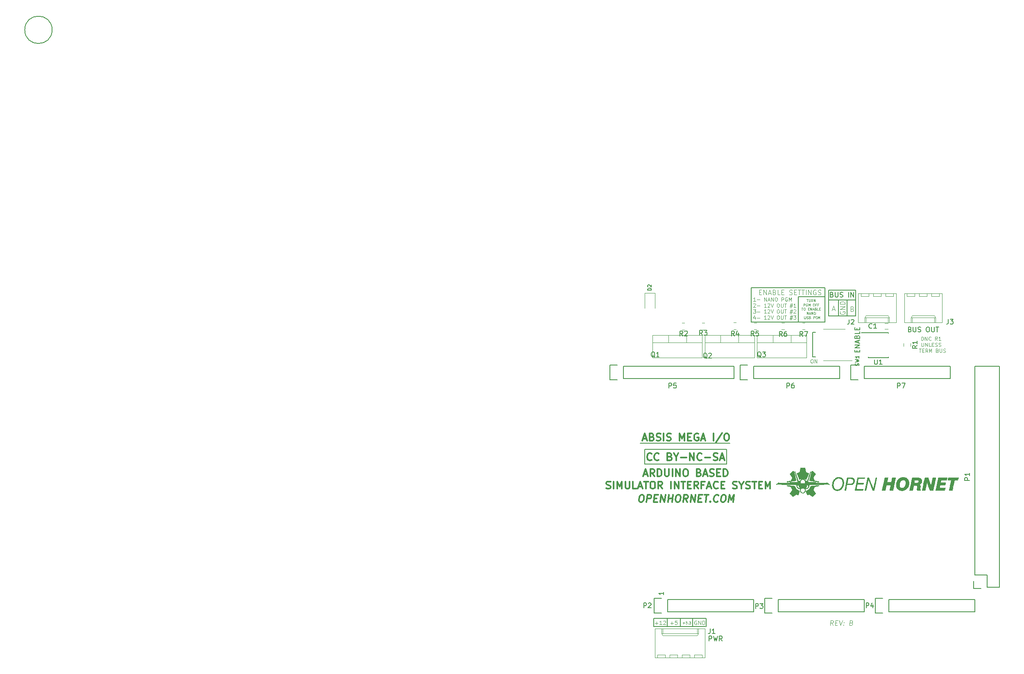
<source format=gbr>
G04 #@! TF.GenerationSoftware,KiCad,Pcbnew,(5.1.4-0-10_14)*
G04 #@! TF.CreationDate,2019-11-14T11:18:41+01:00*
G04 #@! TF.ProjectId,MEGA IO,4d454741-2049-44f2-9e6b-696361645f70,-*
G04 #@! TF.SameCoordinates,Original*
G04 #@! TF.FileFunction,Legend,Top*
G04 #@! TF.FilePolarity,Positive*
%FSLAX46Y46*%
G04 Gerber Fmt 4.6, Leading zero omitted, Abs format (unit mm)*
G04 Created by KiCad (PCBNEW (5.1.4-0-10_14)) date 2019-11-14 11:18:41*
%MOMM*%
%LPD*%
G04 APERTURE LIST*
%ADD10C,0.125000*%
%ADD11C,0.150000*%
%ADD12C,0.300000*%
%ADD13C,0.110000*%
%ADD14C,0.010000*%
%ADD15C,0.120000*%
G04 APERTURE END LIST*
D10*
X164225969Y-123185180D02*
X163952160Y-122708990D01*
X163654541Y-123185180D02*
X163779541Y-122185180D01*
X164160493Y-122185180D01*
X164249779Y-122232800D01*
X164291446Y-122280419D01*
X164327160Y-122375657D01*
X164309303Y-122518514D01*
X164249779Y-122613752D01*
X164196208Y-122661371D01*
X164095017Y-122708990D01*
X163714065Y-122708990D01*
X164720017Y-122661371D02*
X165053350Y-122661371D01*
X165130731Y-123185180D02*
X164654541Y-123185180D01*
X164779541Y-122185180D01*
X165255731Y-122185180D01*
X165541446Y-122185180D02*
X165749779Y-123185180D01*
X166208112Y-122185180D01*
X166428350Y-123089942D02*
X166470017Y-123137561D01*
X166416446Y-123185180D01*
X166374779Y-123137561D01*
X166428350Y-123089942D01*
X166416446Y-123185180D01*
X166493827Y-122566133D02*
X166535493Y-122613752D01*
X166481922Y-122661371D01*
X166440255Y-122613752D01*
X166493827Y-122566133D01*
X166481922Y-122661371D01*
X168053350Y-122661371D02*
X168190255Y-122708990D01*
X168231922Y-122756609D01*
X168267636Y-122851847D01*
X168249779Y-122994704D01*
X168190255Y-123089942D01*
X168136684Y-123137561D01*
X168035493Y-123185180D01*
X167654541Y-123185180D01*
X167779541Y-122185180D01*
X168112874Y-122185180D01*
X168202160Y-122232800D01*
X168243827Y-122280419D01*
X168279541Y-122375657D01*
X168267636Y-122470895D01*
X168208112Y-122566133D01*
X168154541Y-122613752D01*
X168053350Y-122661371D01*
X167720017Y-122661371D01*
D11*
X157099000Y-55245000D02*
X157099000Y-60452000D01*
X162560000Y-55245000D02*
X157099000Y-55245000D01*
D10*
X148987666Y-54284571D02*
X149321000Y-54284571D01*
X149463857Y-54808380D02*
X148987666Y-54808380D01*
X148987666Y-53808380D01*
X149463857Y-53808380D01*
X149892428Y-54808380D02*
X149892428Y-53808380D01*
X150463857Y-54808380D01*
X150463857Y-53808380D01*
X150892428Y-54522666D02*
X151368619Y-54522666D01*
X150797190Y-54808380D02*
X151130523Y-53808380D01*
X151463857Y-54808380D01*
X152130523Y-54284571D02*
X152273380Y-54332190D01*
X152321000Y-54379809D01*
X152368619Y-54475047D01*
X152368619Y-54617904D01*
X152321000Y-54713142D01*
X152273380Y-54760761D01*
X152178142Y-54808380D01*
X151797190Y-54808380D01*
X151797190Y-53808380D01*
X152130523Y-53808380D01*
X152225761Y-53856000D01*
X152273380Y-53903619D01*
X152321000Y-53998857D01*
X152321000Y-54094095D01*
X152273380Y-54189333D01*
X152225761Y-54236952D01*
X152130523Y-54284571D01*
X151797190Y-54284571D01*
X153273380Y-54808380D02*
X152797190Y-54808380D01*
X152797190Y-53808380D01*
X153606714Y-54284571D02*
X153940047Y-54284571D01*
X154082904Y-54808380D02*
X153606714Y-54808380D01*
X153606714Y-53808380D01*
X154082904Y-53808380D01*
X155225761Y-54760761D02*
X155368619Y-54808380D01*
X155606714Y-54808380D01*
X155701952Y-54760761D01*
X155749571Y-54713142D01*
X155797190Y-54617904D01*
X155797190Y-54522666D01*
X155749571Y-54427428D01*
X155701952Y-54379809D01*
X155606714Y-54332190D01*
X155416238Y-54284571D01*
X155321000Y-54236952D01*
X155273380Y-54189333D01*
X155225761Y-54094095D01*
X155225761Y-53998857D01*
X155273380Y-53903619D01*
X155321000Y-53856000D01*
X155416238Y-53808380D01*
X155654333Y-53808380D01*
X155797190Y-53856000D01*
X156225761Y-54284571D02*
X156559095Y-54284571D01*
X156701952Y-54808380D02*
X156225761Y-54808380D01*
X156225761Y-53808380D01*
X156701952Y-53808380D01*
X156987666Y-53808380D02*
X157559095Y-53808380D01*
X157273380Y-54808380D02*
X157273380Y-53808380D01*
X157749571Y-53808380D02*
X158321000Y-53808380D01*
X158035285Y-54808380D02*
X158035285Y-53808380D01*
X158654333Y-54808380D02*
X158654333Y-53808380D01*
X159130523Y-54808380D02*
X159130523Y-53808380D01*
X159701952Y-54808380D01*
X159701952Y-53808380D01*
X160701952Y-53856000D02*
X160606714Y-53808380D01*
X160463857Y-53808380D01*
X160321000Y-53856000D01*
X160225761Y-53951238D01*
X160178142Y-54046476D01*
X160130523Y-54236952D01*
X160130523Y-54379809D01*
X160178142Y-54570285D01*
X160225761Y-54665523D01*
X160321000Y-54760761D01*
X160463857Y-54808380D01*
X160559095Y-54808380D01*
X160701952Y-54760761D01*
X160749571Y-54713142D01*
X160749571Y-54379809D01*
X160559095Y-54379809D01*
X161130523Y-54760761D02*
X161273380Y-54808380D01*
X161511476Y-54808380D01*
X161606714Y-54760761D01*
X161654333Y-54713142D01*
X161701952Y-54617904D01*
X161701952Y-54522666D01*
X161654333Y-54427428D01*
X161606714Y-54379809D01*
X161511476Y-54332190D01*
X161321000Y-54284571D01*
X161225761Y-54236952D01*
X161178142Y-54189333D01*
X161130523Y-54094095D01*
X161130523Y-53998857D01*
X161178142Y-53903619D01*
X161225761Y-53856000D01*
X161321000Y-53808380D01*
X161559095Y-53808380D01*
X161701952Y-53856000D01*
D12*
X124602942Y-96206571D02*
X124888657Y-96206571D01*
X125022585Y-96278000D01*
X125147585Y-96420857D01*
X125183300Y-96706571D01*
X125120800Y-97206571D01*
X125013657Y-97492285D01*
X124852942Y-97635142D01*
X124701157Y-97706571D01*
X124415442Y-97706571D01*
X124281514Y-97635142D01*
X124156514Y-97492285D01*
X124120800Y-97206571D01*
X124183300Y-96706571D01*
X124290442Y-96420857D01*
X124451157Y-96278000D01*
X124602942Y-96206571D01*
X125701157Y-97706571D02*
X125888657Y-96206571D01*
X126460085Y-96206571D01*
X126594014Y-96278000D01*
X126656514Y-96349428D01*
X126710085Y-96492285D01*
X126683300Y-96706571D01*
X126594014Y-96849428D01*
X126513657Y-96920857D01*
X126361871Y-96992285D01*
X125790442Y-96992285D01*
X127299371Y-96920857D02*
X127799371Y-96920857D01*
X127915442Y-97706571D02*
X127201157Y-97706571D01*
X127388657Y-96206571D01*
X128102942Y-96206571D01*
X128558300Y-97706571D02*
X128745800Y-96206571D01*
X129415442Y-97706571D01*
X129602942Y-96206571D01*
X130129728Y-97706571D02*
X130317228Y-96206571D01*
X130227942Y-96920857D02*
X131085085Y-96920857D01*
X130986871Y-97706571D02*
X131174371Y-96206571D01*
X132174371Y-96206571D02*
X132460085Y-96206571D01*
X132594014Y-96278000D01*
X132719014Y-96420857D01*
X132754728Y-96706571D01*
X132692228Y-97206571D01*
X132585085Y-97492285D01*
X132424371Y-97635142D01*
X132272585Y-97706571D01*
X131986871Y-97706571D01*
X131852942Y-97635142D01*
X131727942Y-97492285D01*
X131692228Y-97206571D01*
X131754728Y-96706571D01*
X131861871Y-96420857D01*
X132022585Y-96278000D01*
X132174371Y-96206571D01*
X134129728Y-97706571D02*
X133719014Y-96992285D01*
X133272585Y-97706571D02*
X133460085Y-96206571D01*
X134031514Y-96206571D01*
X134165442Y-96278000D01*
X134227942Y-96349428D01*
X134281514Y-96492285D01*
X134254728Y-96706571D01*
X134165442Y-96849428D01*
X134085085Y-96920857D01*
X133933300Y-96992285D01*
X133361871Y-96992285D01*
X134772585Y-97706571D02*
X134960085Y-96206571D01*
X135629728Y-97706571D01*
X135817228Y-96206571D01*
X136442228Y-96920857D02*
X136942228Y-96920857D01*
X137058300Y-97706571D02*
X136344014Y-97706571D01*
X136531514Y-96206571D01*
X137245800Y-96206571D01*
X137674371Y-96206571D02*
X138531514Y-96206571D01*
X137915442Y-97706571D02*
X138102942Y-96206571D01*
X138861871Y-97563714D02*
X138924371Y-97635142D01*
X138844014Y-97706571D01*
X138781514Y-97635142D01*
X138861871Y-97563714D01*
X138844014Y-97706571D01*
X140433300Y-97563714D02*
X140352942Y-97635142D01*
X140129728Y-97706571D01*
X139986871Y-97706571D01*
X139781514Y-97635142D01*
X139656514Y-97492285D01*
X139602942Y-97349428D01*
X139567228Y-97063714D01*
X139594014Y-96849428D01*
X139701157Y-96563714D01*
X139790442Y-96420857D01*
X139951157Y-96278000D01*
X140174371Y-96206571D01*
X140317228Y-96206571D01*
X140522585Y-96278000D01*
X140585085Y-96349428D01*
X141531514Y-96206571D02*
X141817228Y-96206571D01*
X141951157Y-96278000D01*
X142076157Y-96420857D01*
X142111871Y-96706571D01*
X142049371Y-97206571D01*
X141942228Y-97492285D01*
X141781514Y-97635142D01*
X141629728Y-97706571D01*
X141344014Y-97706571D01*
X141210085Y-97635142D01*
X141085085Y-97492285D01*
X141049371Y-97206571D01*
X141111871Y-96706571D01*
X141219014Y-96420857D01*
X141379728Y-96278000D01*
X141531514Y-96206571D01*
X142629728Y-97706571D02*
X142817228Y-96206571D01*
X143183300Y-97278000D01*
X143817228Y-96206571D01*
X143629728Y-97706571D01*
D10*
X182517142Y-64240285D02*
X182517142Y-63490285D01*
X182695714Y-63490285D01*
X182802857Y-63526000D01*
X182874285Y-63597428D01*
X182910000Y-63668857D01*
X182945714Y-63811714D01*
X182945714Y-63918857D01*
X182910000Y-64061714D01*
X182874285Y-64133142D01*
X182802857Y-64204571D01*
X182695714Y-64240285D01*
X182517142Y-64240285D01*
X183267142Y-64240285D02*
X183267142Y-63490285D01*
X183695714Y-64240285D01*
X183695714Y-63490285D01*
X184481428Y-64168857D02*
X184445714Y-64204571D01*
X184338571Y-64240285D01*
X184267142Y-64240285D01*
X184160000Y-64204571D01*
X184088571Y-64133142D01*
X184052857Y-64061714D01*
X184017142Y-63918857D01*
X184017142Y-63811714D01*
X184052857Y-63668857D01*
X184088571Y-63597428D01*
X184160000Y-63526000D01*
X184267142Y-63490285D01*
X184338571Y-63490285D01*
X184445714Y-63526000D01*
X184481428Y-63561714D01*
X185802857Y-64240285D02*
X185552857Y-63883142D01*
X185374285Y-64240285D02*
X185374285Y-63490285D01*
X185660000Y-63490285D01*
X185731428Y-63526000D01*
X185767142Y-63561714D01*
X185802857Y-63633142D01*
X185802857Y-63740285D01*
X185767142Y-63811714D01*
X185731428Y-63847428D01*
X185660000Y-63883142D01*
X185374285Y-63883142D01*
X186517142Y-64240285D02*
X186088571Y-64240285D01*
X186302857Y-64240285D02*
X186302857Y-63490285D01*
X186231428Y-63597428D01*
X186160000Y-63668857D01*
X186088571Y-63704571D01*
X182535000Y-64740285D02*
X182535000Y-65347428D01*
X182570714Y-65418857D01*
X182606428Y-65454571D01*
X182677857Y-65490285D01*
X182820714Y-65490285D01*
X182892142Y-65454571D01*
X182927857Y-65418857D01*
X182963571Y-65347428D01*
X182963571Y-64740285D01*
X183320714Y-65490285D02*
X183320714Y-64740285D01*
X183749285Y-65490285D01*
X183749285Y-64740285D01*
X184463571Y-65490285D02*
X184106428Y-65490285D01*
X184106428Y-64740285D01*
X184713571Y-65097428D02*
X184963571Y-65097428D01*
X185070714Y-65490285D02*
X184713571Y-65490285D01*
X184713571Y-64740285D01*
X185070714Y-64740285D01*
X185356428Y-65454571D02*
X185463571Y-65490285D01*
X185642142Y-65490285D01*
X185713571Y-65454571D01*
X185749285Y-65418857D01*
X185785000Y-65347428D01*
X185785000Y-65276000D01*
X185749285Y-65204571D01*
X185713571Y-65168857D01*
X185642142Y-65133142D01*
X185499285Y-65097428D01*
X185427857Y-65061714D01*
X185392142Y-65026000D01*
X185356428Y-64954571D01*
X185356428Y-64883142D01*
X185392142Y-64811714D01*
X185427857Y-64776000D01*
X185499285Y-64740285D01*
X185677857Y-64740285D01*
X185785000Y-64776000D01*
X186070714Y-65454571D02*
X186177857Y-65490285D01*
X186356428Y-65490285D01*
X186427857Y-65454571D01*
X186463571Y-65418857D01*
X186499285Y-65347428D01*
X186499285Y-65276000D01*
X186463571Y-65204571D01*
X186427857Y-65168857D01*
X186356428Y-65133142D01*
X186213571Y-65097428D01*
X186142142Y-65061714D01*
X186106428Y-65026000D01*
X186070714Y-64954571D01*
X186070714Y-64883142D01*
X186106428Y-64811714D01*
X186142142Y-64776000D01*
X186213571Y-64740285D01*
X186392142Y-64740285D01*
X186499285Y-64776000D01*
X182017142Y-65990285D02*
X182445714Y-65990285D01*
X182231428Y-66740285D02*
X182231428Y-65990285D01*
X182695714Y-66347428D02*
X182945714Y-66347428D01*
X183052857Y-66740285D02*
X182695714Y-66740285D01*
X182695714Y-65990285D01*
X183052857Y-65990285D01*
X183802857Y-66740285D02*
X183552857Y-66383142D01*
X183374285Y-66740285D02*
X183374285Y-65990285D01*
X183660000Y-65990285D01*
X183731428Y-66026000D01*
X183767142Y-66061714D01*
X183802857Y-66133142D01*
X183802857Y-66240285D01*
X183767142Y-66311714D01*
X183731428Y-66347428D01*
X183660000Y-66383142D01*
X183374285Y-66383142D01*
X184124285Y-66740285D02*
X184124285Y-65990285D01*
X184374285Y-66526000D01*
X184624285Y-65990285D01*
X184624285Y-66740285D01*
X185802857Y-66347428D02*
X185910000Y-66383142D01*
X185945714Y-66418857D01*
X185981428Y-66490285D01*
X185981428Y-66597428D01*
X185945714Y-66668857D01*
X185910000Y-66704571D01*
X185838571Y-66740285D01*
X185552857Y-66740285D01*
X185552857Y-65990285D01*
X185802857Y-65990285D01*
X185874285Y-66026000D01*
X185910000Y-66061714D01*
X185945714Y-66133142D01*
X185945714Y-66204571D01*
X185910000Y-66276000D01*
X185874285Y-66311714D01*
X185802857Y-66347428D01*
X185552857Y-66347428D01*
X186302857Y-65990285D02*
X186302857Y-66597428D01*
X186338571Y-66668857D01*
X186374285Y-66704571D01*
X186445714Y-66740285D01*
X186588571Y-66740285D01*
X186660000Y-66704571D01*
X186695714Y-66668857D01*
X186731428Y-66597428D01*
X186731428Y-65990285D01*
X187052857Y-66704571D02*
X187160000Y-66740285D01*
X187338571Y-66740285D01*
X187410000Y-66704571D01*
X187445714Y-66668857D01*
X187481428Y-66597428D01*
X187481428Y-66526000D01*
X187445714Y-66454571D01*
X187410000Y-66418857D01*
X187338571Y-66383142D01*
X187195714Y-66347428D01*
X187124285Y-66311714D01*
X187088571Y-66276000D01*
X187052857Y-66204571D01*
X187052857Y-66133142D01*
X187088571Y-66061714D01*
X187124285Y-66026000D01*
X187195714Y-65990285D01*
X187374285Y-65990285D01*
X187481428Y-66026000D01*
D11*
X165354000Y-55880000D02*
X165354000Y-59182000D01*
X167132000Y-55880000D02*
X167132000Y-59182000D01*
X168910000Y-59182000D02*
X168910000Y-55880000D01*
X163322000Y-59182000D02*
X168910000Y-59182000D01*
X163322000Y-55880000D02*
X163322000Y-59182000D01*
X163322000Y-55880000D02*
X163322000Y-53848000D01*
X168910000Y-55880000D02*
X163322000Y-55880000D01*
X168910000Y-53848000D02*
X168910000Y-55880000D01*
X163322000Y-53848000D02*
X168910000Y-53848000D01*
D10*
X165743000Y-58292904D02*
X165695380Y-58388142D01*
X165695380Y-58531000D01*
X165743000Y-58673857D01*
X165838238Y-58769095D01*
X165933476Y-58816714D01*
X166123952Y-58864333D01*
X166266809Y-58864333D01*
X166457285Y-58816714D01*
X166552523Y-58769095D01*
X166647761Y-58673857D01*
X166695380Y-58531000D01*
X166695380Y-58435761D01*
X166647761Y-58292904D01*
X166600142Y-58245285D01*
X166266809Y-58245285D01*
X166266809Y-58435761D01*
X166695380Y-57816714D02*
X165695380Y-57816714D01*
X166695380Y-57245285D01*
X165695380Y-57245285D01*
X166695380Y-56769095D02*
X165695380Y-56769095D01*
X165695380Y-56531000D01*
X165743000Y-56388142D01*
X165838238Y-56292904D01*
X165933476Y-56245285D01*
X166123952Y-56197666D01*
X166266809Y-56197666D01*
X166457285Y-56245285D01*
X166552523Y-56292904D01*
X166647761Y-56388142D01*
X166695380Y-56531000D01*
X166695380Y-56769095D01*
X168219428Y-57713571D02*
X168362285Y-57761190D01*
X168409904Y-57808809D01*
X168457523Y-57904047D01*
X168457523Y-58046904D01*
X168409904Y-58142142D01*
X168362285Y-58189761D01*
X168267047Y-58237380D01*
X167886095Y-58237380D01*
X167886095Y-57237380D01*
X168219428Y-57237380D01*
X168314666Y-57285000D01*
X168362285Y-57332619D01*
X168409904Y-57427857D01*
X168409904Y-57523095D01*
X168362285Y-57618333D01*
X168314666Y-57665952D01*
X168219428Y-57713571D01*
X167886095Y-57713571D01*
D11*
X147320000Y-60452000D02*
X147320000Y-53340000D01*
X162560000Y-60452000D02*
X147320000Y-60452000D01*
X162560000Y-53340000D02*
X162560000Y-60452000D01*
X147320000Y-53340000D02*
X162560000Y-53340000D01*
D10*
X164099904Y-57824666D02*
X164576095Y-57824666D01*
X164004666Y-58110380D02*
X164338000Y-57110380D01*
X164671333Y-58110380D01*
X158785857Y-55761190D02*
X159071571Y-55761190D01*
X158928714Y-56261190D02*
X158928714Y-55761190D01*
X159238238Y-55761190D02*
X159238238Y-56165952D01*
X159262047Y-56213571D01*
X159285857Y-56237380D01*
X159333476Y-56261190D01*
X159428714Y-56261190D01*
X159476333Y-56237380D01*
X159500142Y-56213571D01*
X159523952Y-56165952D01*
X159523952Y-55761190D01*
X160047761Y-56261190D02*
X159881095Y-56023095D01*
X159762047Y-56261190D02*
X159762047Y-55761190D01*
X159952523Y-55761190D01*
X160000142Y-55785000D01*
X160023952Y-55808809D01*
X160047761Y-55856428D01*
X160047761Y-55927857D01*
X160023952Y-55975476D01*
X160000142Y-55999285D01*
X159952523Y-56023095D01*
X159762047Y-56023095D01*
X160262047Y-56261190D02*
X160262047Y-55761190D01*
X160547761Y-56261190D01*
X160547761Y-55761190D01*
X158154904Y-57136190D02*
X158154904Y-56636190D01*
X158345380Y-56636190D01*
X158393000Y-56660000D01*
X158416809Y-56683809D01*
X158440619Y-56731428D01*
X158440619Y-56802857D01*
X158416809Y-56850476D01*
X158393000Y-56874285D01*
X158345380Y-56898095D01*
X158154904Y-56898095D01*
X158916809Y-56660000D02*
X158869190Y-56636190D01*
X158797761Y-56636190D01*
X158726333Y-56660000D01*
X158678714Y-56707619D01*
X158654904Y-56755238D01*
X158631095Y-56850476D01*
X158631095Y-56921904D01*
X158654904Y-57017142D01*
X158678714Y-57064761D01*
X158726333Y-57112380D01*
X158797761Y-57136190D01*
X158845380Y-57136190D01*
X158916809Y-57112380D01*
X158940619Y-57088571D01*
X158940619Y-56921904D01*
X158845380Y-56921904D01*
X159154904Y-57136190D02*
X159154904Y-56636190D01*
X159321571Y-56993333D01*
X159488238Y-56636190D01*
X159488238Y-57136190D01*
X160202523Y-56636190D02*
X160297761Y-56636190D01*
X160345380Y-56660000D01*
X160393000Y-56707619D01*
X160416809Y-56802857D01*
X160416809Y-56969523D01*
X160393000Y-57064761D01*
X160345380Y-57112380D01*
X160297761Y-57136190D01*
X160202523Y-57136190D01*
X160154904Y-57112380D01*
X160107285Y-57064761D01*
X160083476Y-56969523D01*
X160083476Y-56802857D01*
X160107285Y-56707619D01*
X160154904Y-56660000D01*
X160202523Y-56636190D01*
X160797761Y-56874285D02*
X160631095Y-56874285D01*
X160631095Y-57136190D02*
X160631095Y-56636190D01*
X160869190Y-56636190D01*
X161226333Y-56874285D02*
X161059666Y-56874285D01*
X161059666Y-57136190D02*
X161059666Y-56636190D01*
X161297761Y-56636190D01*
X157726333Y-57511190D02*
X158012047Y-57511190D01*
X157869190Y-58011190D02*
X157869190Y-57511190D01*
X158273952Y-57511190D02*
X158369190Y-57511190D01*
X158416809Y-57535000D01*
X158464428Y-57582619D01*
X158488238Y-57677857D01*
X158488238Y-57844523D01*
X158464428Y-57939761D01*
X158416809Y-57987380D01*
X158369190Y-58011190D01*
X158273952Y-58011190D01*
X158226333Y-57987380D01*
X158178714Y-57939761D01*
X158154904Y-57844523D01*
X158154904Y-57677857D01*
X158178714Y-57582619D01*
X158226333Y-57535000D01*
X158273952Y-57511190D01*
X159083476Y-57749285D02*
X159250142Y-57749285D01*
X159321571Y-58011190D02*
X159083476Y-58011190D01*
X159083476Y-57511190D01*
X159321571Y-57511190D01*
X159535857Y-58011190D02*
X159535857Y-57511190D01*
X159821571Y-58011190D01*
X159821571Y-57511190D01*
X160035857Y-57868333D02*
X160273952Y-57868333D01*
X159988238Y-58011190D02*
X160154904Y-57511190D01*
X160321571Y-58011190D01*
X160654904Y-57749285D02*
X160726333Y-57773095D01*
X160750142Y-57796904D01*
X160773952Y-57844523D01*
X160773952Y-57915952D01*
X160750142Y-57963571D01*
X160726333Y-57987380D01*
X160678714Y-58011190D01*
X160488238Y-58011190D01*
X160488238Y-57511190D01*
X160654904Y-57511190D01*
X160702523Y-57535000D01*
X160726333Y-57558809D01*
X160750142Y-57606428D01*
X160750142Y-57654047D01*
X160726333Y-57701666D01*
X160702523Y-57725476D01*
X160654904Y-57749285D01*
X160488238Y-57749285D01*
X161226333Y-58011190D02*
X160988238Y-58011190D01*
X160988238Y-57511190D01*
X161393000Y-57749285D02*
X161559666Y-57749285D01*
X161631095Y-58011190D02*
X161393000Y-58011190D01*
X161393000Y-57511190D01*
X161631095Y-57511190D01*
X158821571Y-58886190D02*
X158821571Y-58386190D01*
X159107285Y-58886190D01*
X159107285Y-58386190D01*
X159321571Y-58743333D02*
X159559666Y-58743333D01*
X159273952Y-58886190D02*
X159440619Y-58386190D01*
X159607285Y-58886190D01*
X159773952Y-58886190D02*
X159773952Y-58386190D01*
X160059666Y-58886190D01*
X160059666Y-58386190D01*
X160393000Y-58386190D02*
X160488238Y-58386190D01*
X160535857Y-58410000D01*
X160583476Y-58457619D01*
X160607285Y-58552857D01*
X160607285Y-58719523D01*
X160583476Y-58814761D01*
X160535857Y-58862380D01*
X160488238Y-58886190D01*
X160393000Y-58886190D01*
X160345380Y-58862380D01*
X160297761Y-58814761D01*
X160273952Y-58719523D01*
X160273952Y-58552857D01*
X160297761Y-58457619D01*
X160345380Y-58410000D01*
X160393000Y-58386190D01*
X158285857Y-59261190D02*
X158285857Y-59665952D01*
X158309666Y-59713571D01*
X158333476Y-59737380D01*
X158381095Y-59761190D01*
X158476333Y-59761190D01*
X158523952Y-59737380D01*
X158547761Y-59713571D01*
X158571571Y-59665952D01*
X158571571Y-59261190D01*
X158785857Y-59737380D02*
X158857285Y-59761190D01*
X158976333Y-59761190D01*
X159023952Y-59737380D01*
X159047761Y-59713571D01*
X159071571Y-59665952D01*
X159071571Y-59618333D01*
X159047761Y-59570714D01*
X159023952Y-59546904D01*
X158976333Y-59523095D01*
X158881095Y-59499285D01*
X158833476Y-59475476D01*
X158809666Y-59451666D01*
X158785857Y-59404047D01*
X158785857Y-59356428D01*
X158809666Y-59308809D01*
X158833476Y-59285000D01*
X158881095Y-59261190D01*
X159000142Y-59261190D01*
X159071571Y-59285000D01*
X159452523Y-59499285D02*
X159523952Y-59523095D01*
X159547761Y-59546904D01*
X159571571Y-59594523D01*
X159571571Y-59665952D01*
X159547761Y-59713571D01*
X159523952Y-59737380D01*
X159476333Y-59761190D01*
X159285857Y-59761190D01*
X159285857Y-59261190D01*
X159452523Y-59261190D01*
X159500142Y-59285000D01*
X159523952Y-59308809D01*
X159547761Y-59356428D01*
X159547761Y-59404047D01*
X159523952Y-59451666D01*
X159500142Y-59475476D01*
X159452523Y-59499285D01*
X159285857Y-59499285D01*
X160166809Y-59761190D02*
X160166809Y-59261190D01*
X160357285Y-59261190D01*
X160404904Y-59285000D01*
X160428714Y-59308809D01*
X160452523Y-59356428D01*
X160452523Y-59427857D01*
X160428714Y-59475476D01*
X160404904Y-59499285D01*
X160357285Y-59523095D01*
X160166809Y-59523095D01*
X160928714Y-59285000D02*
X160881095Y-59261190D01*
X160809666Y-59261190D01*
X160738238Y-59285000D01*
X160690619Y-59332619D01*
X160666809Y-59380238D01*
X160643000Y-59475476D01*
X160643000Y-59546904D01*
X160666809Y-59642142D01*
X160690619Y-59689761D01*
X160738238Y-59737380D01*
X160809666Y-59761190D01*
X160857285Y-59761190D01*
X160928714Y-59737380D01*
X160952523Y-59713571D01*
X160952523Y-59546904D01*
X160857285Y-59546904D01*
X161166809Y-59761190D02*
X161166809Y-59261190D01*
X161333476Y-59618333D01*
X161500142Y-59261190D01*
X161500142Y-59761190D01*
D11*
X160020000Y-67691000D02*
X160655000Y-67691000D01*
X160020000Y-62611000D02*
X160020000Y-67691000D01*
X160655000Y-62611000D02*
X160020000Y-62611000D01*
D10*
X159809714Y-68169285D02*
X159952571Y-68169285D01*
X160024000Y-68205000D01*
X160095428Y-68276428D01*
X160131142Y-68419285D01*
X160131142Y-68669285D01*
X160095428Y-68812142D01*
X160024000Y-68883571D01*
X159952571Y-68919285D01*
X159809714Y-68919285D01*
X159738285Y-68883571D01*
X159666857Y-68812142D01*
X159631142Y-68669285D01*
X159631142Y-68419285D01*
X159666857Y-68276428D01*
X159738285Y-68205000D01*
X159809714Y-68169285D01*
X160452571Y-68919285D02*
X160452571Y-68169285D01*
X160881142Y-68919285D01*
X160881142Y-68169285D01*
X148226678Y-56122285D02*
X147798107Y-56122285D01*
X148012392Y-56122285D02*
X148012392Y-55372285D01*
X147940964Y-55479428D01*
X147869535Y-55550857D01*
X147798107Y-55586571D01*
X148548107Y-55836571D02*
X149119535Y-55836571D01*
X150048107Y-56122285D02*
X150048107Y-55372285D01*
X150476678Y-56122285D01*
X150476678Y-55372285D01*
X150798107Y-55908000D02*
X151155250Y-55908000D01*
X150726678Y-56122285D02*
X150976678Y-55372285D01*
X151226678Y-56122285D01*
X151476678Y-56122285D02*
X151476678Y-55372285D01*
X151905250Y-56122285D01*
X151905250Y-55372285D01*
X152405250Y-55372285D02*
X152548107Y-55372285D01*
X152619535Y-55408000D01*
X152690964Y-55479428D01*
X152726678Y-55622285D01*
X152726678Y-55872285D01*
X152690964Y-56015142D01*
X152619535Y-56086571D01*
X152548107Y-56122285D01*
X152405250Y-56122285D01*
X152333821Y-56086571D01*
X152262392Y-56015142D01*
X152226678Y-55872285D01*
X152226678Y-55622285D01*
X152262392Y-55479428D01*
X152333821Y-55408000D01*
X152405250Y-55372285D01*
X153619535Y-56122285D02*
X153619535Y-55372285D01*
X153905250Y-55372285D01*
X153976678Y-55408000D01*
X154012392Y-55443714D01*
X154048107Y-55515142D01*
X154048107Y-55622285D01*
X154012392Y-55693714D01*
X153976678Y-55729428D01*
X153905250Y-55765142D01*
X153619535Y-55765142D01*
X154762392Y-55408000D02*
X154690964Y-55372285D01*
X154583821Y-55372285D01*
X154476678Y-55408000D01*
X154405250Y-55479428D01*
X154369535Y-55550857D01*
X154333821Y-55693714D01*
X154333821Y-55800857D01*
X154369535Y-55943714D01*
X154405250Y-56015142D01*
X154476678Y-56086571D01*
X154583821Y-56122285D01*
X154655250Y-56122285D01*
X154762392Y-56086571D01*
X154798107Y-56050857D01*
X154798107Y-55800857D01*
X154655250Y-55800857D01*
X155119535Y-56122285D02*
X155119535Y-55372285D01*
X155369535Y-55908000D01*
X155619535Y-55372285D01*
X155619535Y-56122285D01*
X147798107Y-56693714D02*
X147833821Y-56658000D01*
X147905250Y-56622285D01*
X148083821Y-56622285D01*
X148155250Y-56658000D01*
X148190964Y-56693714D01*
X148226678Y-56765142D01*
X148226678Y-56836571D01*
X148190964Y-56943714D01*
X147762392Y-57372285D01*
X148226678Y-57372285D01*
X148548107Y-57086571D02*
X149119535Y-57086571D01*
X150440964Y-57372285D02*
X150012392Y-57372285D01*
X150226678Y-57372285D02*
X150226678Y-56622285D01*
X150155250Y-56729428D01*
X150083821Y-56800857D01*
X150012392Y-56836571D01*
X150726678Y-56693714D02*
X150762392Y-56658000D01*
X150833821Y-56622285D01*
X151012392Y-56622285D01*
X151083821Y-56658000D01*
X151119535Y-56693714D01*
X151155250Y-56765142D01*
X151155250Y-56836571D01*
X151119535Y-56943714D01*
X150690964Y-57372285D01*
X151155250Y-57372285D01*
X151369535Y-56622285D02*
X151619535Y-57372285D01*
X151869535Y-56622285D01*
X152833821Y-56622285D02*
X152976678Y-56622285D01*
X153048107Y-56658000D01*
X153119535Y-56729428D01*
X153155250Y-56872285D01*
X153155250Y-57122285D01*
X153119535Y-57265142D01*
X153048107Y-57336571D01*
X152976678Y-57372285D01*
X152833821Y-57372285D01*
X152762392Y-57336571D01*
X152690964Y-57265142D01*
X152655250Y-57122285D01*
X152655250Y-56872285D01*
X152690964Y-56729428D01*
X152762392Y-56658000D01*
X152833821Y-56622285D01*
X153476678Y-56622285D02*
X153476678Y-57229428D01*
X153512392Y-57300857D01*
X153548107Y-57336571D01*
X153619535Y-57372285D01*
X153762392Y-57372285D01*
X153833821Y-57336571D01*
X153869535Y-57300857D01*
X153905250Y-57229428D01*
X153905250Y-56622285D01*
X154155250Y-56622285D02*
X154583821Y-56622285D01*
X154369535Y-57372285D02*
X154369535Y-56622285D01*
X155369535Y-56872285D02*
X155905250Y-56872285D01*
X155583821Y-56550857D02*
X155369535Y-57515142D01*
X155833821Y-57193714D02*
X155298107Y-57193714D01*
X155619535Y-57515142D02*
X155833821Y-56550857D01*
X156548107Y-57372285D02*
X156119535Y-57372285D01*
X156333821Y-57372285D02*
X156333821Y-56622285D01*
X156262392Y-56729428D01*
X156190964Y-56800857D01*
X156119535Y-56836571D01*
X147762392Y-57872285D02*
X148226678Y-57872285D01*
X147976678Y-58158000D01*
X148083821Y-58158000D01*
X148155250Y-58193714D01*
X148190964Y-58229428D01*
X148226678Y-58300857D01*
X148226678Y-58479428D01*
X148190964Y-58550857D01*
X148155250Y-58586571D01*
X148083821Y-58622285D01*
X147869535Y-58622285D01*
X147798107Y-58586571D01*
X147762392Y-58550857D01*
X148548107Y-58336571D02*
X149119535Y-58336571D01*
X150440964Y-58622285D02*
X150012392Y-58622285D01*
X150226678Y-58622285D02*
X150226678Y-57872285D01*
X150155250Y-57979428D01*
X150083821Y-58050857D01*
X150012392Y-58086571D01*
X150726678Y-57943714D02*
X150762392Y-57908000D01*
X150833821Y-57872285D01*
X151012392Y-57872285D01*
X151083821Y-57908000D01*
X151119535Y-57943714D01*
X151155250Y-58015142D01*
X151155250Y-58086571D01*
X151119535Y-58193714D01*
X150690964Y-58622285D01*
X151155250Y-58622285D01*
X151369535Y-57872285D02*
X151619535Y-58622285D01*
X151869535Y-57872285D01*
X152833821Y-57872285D02*
X152976678Y-57872285D01*
X153048107Y-57908000D01*
X153119535Y-57979428D01*
X153155250Y-58122285D01*
X153155250Y-58372285D01*
X153119535Y-58515142D01*
X153048107Y-58586571D01*
X152976678Y-58622285D01*
X152833821Y-58622285D01*
X152762392Y-58586571D01*
X152690964Y-58515142D01*
X152655250Y-58372285D01*
X152655250Y-58122285D01*
X152690964Y-57979428D01*
X152762392Y-57908000D01*
X152833821Y-57872285D01*
X153476678Y-57872285D02*
X153476678Y-58479428D01*
X153512392Y-58550857D01*
X153548107Y-58586571D01*
X153619535Y-58622285D01*
X153762392Y-58622285D01*
X153833821Y-58586571D01*
X153869535Y-58550857D01*
X153905250Y-58479428D01*
X153905250Y-57872285D01*
X154155250Y-57872285D02*
X154583821Y-57872285D01*
X154369535Y-58622285D02*
X154369535Y-57872285D01*
X155369535Y-58122285D02*
X155905250Y-58122285D01*
X155583821Y-57800857D02*
X155369535Y-58765142D01*
X155833821Y-58443714D02*
X155298107Y-58443714D01*
X155619535Y-58765142D02*
X155833821Y-57800857D01*
X156119535Y-57943714D02*
X156155250Y-57908000D01*
X156226678Y-57872285D01*
X156405250Y-57872285D01*
X156476678Y-57908000D01*
X156512392Y-57943714D01*
X156548107Y-58015142D01*
X156548107Y-58086571D01*
X156512392Y-58193714D01*
X156083821Y-58622285D01*
X156548107Y-58622285D01*
X148155250Y-59372285D02*
X148155250Y-59872285D01*
X147976678Y-59086571D02*
X147798107Y-59622285D01*
X148262392Y-59622285D01*
X148548107Y-59586571D02*
X149119535Y-59586571D01*
X150440964Y-59872285D02*
X150012392Y-59872285D01*
X150226678Y-59872285D02*
X150226678Y-59122285D01*
X150155250Y-59229428D01*
X150083821Y-59300857D01*
X150012392Y-59336571D01*
X150726678Y-59193714D02*
X150762392Y-59158000D01*
X150833821Y-59122285D01*
X151012392Y-59122285D01*
X151083821Y-59158000D01*
X151119535Y-59193714D01*
X151155250Y-59265142D01*
X151155250Y-59336571D01*
X151119535Y-59443714D01*
X150690964Y-59872285D01*
X151155250Y-59872285D01*
X151369535Y-59122285D02*
X151619535Y-59872285D01*
X151869535Y-59122285D01*
X152833821Y-59122285D02*
X152976678Y-59122285D01*
X153048107Y-59158000D01*
X153119535Y-59229428D01*
X153155250Y-59372285D01*
X153155250Y-59622285D01*
X153119535Y-59765142D01*
X153048107Y-59836571D01*
X152976678Y-59872285D01*
X152833821Y-59872285D01*
X152762392Y-59836571D01*
X152690964Y-59765142D01*
X152655250Y-59622285D01*
X152655250Y-59372285D01*
X152690964Y-59229428D01*
X152762392Y-59158000D01*
X152833821Y-59122285D01*
X153476678Y-59122285D02*
X153476678Y-59729428D01*
X153512392Y-59800857D01*
X153548107Y-59836571D01*
X153619535Y-59872285D01*
X153762392Y-59872285D01*
X153833821Y-59836571D01*
X153869535Y-59800857D01*
X153905250Y-59729428D01*
X153905250Y-59122285D01*
X154155250Y-59122285D02*
X154583821Y-59122285D01*
X154369535Y-59872285D02*
X154369535Y-59122285D01*
X155369535Y-59372285D02*
X155905250Y-59372285D01*
X155583821Y-59050857D02*
X155369535Y-60015142D01*
X155833821Y-59693714D02*
X155298107Y-59693714D01*
X155619535Y-60015142D02*
X155833821Y-59050857D01*
X156083821Y-59122285D02*
X156548107Y-59122285D01*
X156298107Y-59408000D01*
X156405250Y-59408000D01*
X156476678Y-59443714D01*
X156512392Y-59479428D01*
X156548107Y-59550857D01*
X156548107Y-59729428D01*
X156512392Y-59800857D01*
X156476678Y-59836571D01*
X156405250Y-59872285D01*
X156190964Y-59872285D01*
X156119535Y-59836571D01*
X156083821Y-59800857D01*
D13*
X136042476Y-122282000D02*
X135966285Y-122243904D01*
X135852000Y-122243904D01*
X135737714Y-122282000D01*
X135661523Y-122358190D01*
X135623428Y-122434380D01*
X135585333Y-122586761D01*
X135585333Y-122701047D01*
X135623428Y-122853428D01*
X135661523Y-122929619D01*
X135737714Y-123005809D01*
X135852000Y-123043904D01*
X135928190Y-123043904D01*
X136042476Y-123005809D01*
X136080571Y-122967714D01*
X136080571Y-122701047D01*
X135928190Y-122701047D01*
X136423428Y-123043904D02*
X136423428Y-122243904D01*
X136880571Y-123043904D01*
X136880571Y-122243904D01*
X137261523Y-123043904D02*
X137261523Y-122243904D01*
X137452000Y-122243904D01*
X137566285Y-122282000D01*
X137642476Y-122358190D01*
X137680571Y-122434380D01*
X137718666Y-122586761D01*
X137718666Y-122701047D01*
X137680571Y-122853428D01*
X137642476Y-122929619D01*
X137566285Y-123005809D01*
X137452000Y-123043904D01*
X137261523Y-123043904D01*
D11*
X132683000Y-123444000D02*
X132683000Y-121793000D01*
X135223000Y-123444000D02*
X135223000Y-121793000D01*
D13*
X130632285Y-122739142D02*
X131241809Y-122739142D01*
X130937047Y-123043904D02*
X130937047Y-122434380D01*
X132003714Y-122243904D02*
X131622761Y-122243904D01*
X131584666Y-122624857D01*
X131622761Y-122586761D01*
X131698952Y-122548666D01*
X131889428Y-122548666D01*
X131965619Y-122586761D01*
X132003714Y-122624857D01*
X132041809Y-122701047D01*
X132041809Y-122891523D01*
X132003714Y-122967714D01*
X131965619Y-123005809D01*
X131889428Y-123043904D01*
X131698952Y-123043904D01*
X131622761Y-123005809D01*
X131584666Y-122967714D01*
D11*
X138017000Y-121793000D02*
X138017000Y-123444000D01*
D13*
X127457333Y-122739142D02*
X128066857Y-122739142D01*
X127762095Y-123043904D02*
X127762095Y-122434380D01*
X128866857Y-123043904D02*
X128409714Y-123043904D01*
X128638285Y-123043904D02*
X128638285Y-122243904D01*
X128562095Y-122358190D01*
X128485904Y-122434380D01*
X128409714Y-122472476D01*
X129171619Y-122320095D02*
X129209714Y-122282000D01*
X129285904Y-122243904D01*
X129476380Y-122243904D01*
X129552571Y-122282000D01*
X129590666Y-122320095D01*
X129628761Y-122396285D01*
X129628761Y-122472476D01*
X129590666Y-122586761D01*
X129133523Y-123043904D01*
X129628761Y-123043904D01*
D11*
X137890000Y-123444000D02*
X127222000Y-123444000D01*
X127222000Y-121793000D02*
X138017000Y-121793000D01*
D13*
X133199285Y-122717714D02*
X133580238Y-122717714D01*
X133389761Y-122908190D02*
X133389761Y-122527238D01*
X133770714Y-122408190D02*
X134080238Y-122408190D01*
X133913571Y-122598666D01*
X133985000Y-122598666D01*
X134032619Y-122622476D01*
X134056428Y-122646285D01*
X134080238Y-122693904D01*
X134080238Y-122812952D01*
X134056428Y-122860571D01*
X134032619Y-122884380D01*
X133985000Y-122908190D01*
X133842142Y-122908190D01*
X133794523Y-122884380D01*
X133770714Y-122860571D01*
X134294523Y-122860571D02*
X134318333Y-122884380D01*
X134294523Y-122908190D01*
X134270714Y-122884380D01*
X134294523Y-122860571D01*
X134294523Y-122908190D01*
X134485000Y-122408190D02*
X134794523Y-122408190D01*
X134627857Y-122598666D01*
X134699285Y-122598666D01*
X134746904Y-122622476D01*
X134770714Y-122646285D01*
X134794523Y-122693904D01*
X134794523Y-122812952D01*
X134770714Y-122860571D01*
X134746904Y-122884380D01*
X134699285Y-122908190D01*
X134556428Y-122908190D01*
X134508809Y-122884380D01*
X134485000Y-122860571D01*
D11*
X130016000Y-123444000D02*
X130016000Y-121793000D01*
X127222000Y-123444000D02*
X127222000Y-121793000D01*
X124383800Y-85547200D02*
X142925800Y-85547200D01*
X2828427Y0D02*
G75*
G03X2828427Y0I-2828427J0D01*
G01*
X125349000Y-89814400D02*
X125349000Y-86766400D01*
X142240000Y-89814400D02*
X125349000Y-89814400D01*
X142240000Y-86766400D02*
X142240000Y-89814400D01*
X125349000Y-86766400D02*
X142240000Y-86766400D01*
D12*
X126731000Y-88953114D02*
X126659571Y-89024542D01*
X126445285Y-89095971D01*
X126302428Y-89095971D01*
X126088142Y-89024542D01*
X125945285Y-88881685D01*
X125873857Y-88738828D01*
X125802428Y-88453114D01*
X125802428Y-88238828D01*
X125873857Y-87953114D01*
X125945285Y-87810257D01*
X126088142Y-87667400D01*
X126302428Y-87595971D01*
X126445285Y-87595971D01*
X126659571Y-87667400D01*
X126731000Y-87738828D01*
X128231000Y-88953114D02*
X128159571Y-89024542D01*
X127945285Y-89095971D01*
X127802428Y-89095971D01*
X127588142Y-89024542D01*
X127445285Y-88881685D01*
X127373857Y-88738828D01*
X127302428Y-88453114D01*
X127302428Y-88238828D01*
X127373857Y-87953114D01*
X127445285Y-87810257D01*
X127588142Y-87667400D01*
X127802428Y-87595971D01*
X127945285Y-87595971D01*
X128159571Y-87667400D01*
X128231000Y-87738828D01*
X130516714Y-88310257D02*
X130731000Y-88381685D01*
X130802428Y-88453114D01*
X130873857Y-88595971D01*
X130873857Y-88810257D01*
X130802428Y-88953114D01*
X130731000Y-89024542D01*
X130588142Y-89095971D01*
X130016714Y-89095971D01*
X130016714Y-87595971D01*
X130516714Y-87595971D01*
X130659571Y-87667400D01*
X130731000Y-87738828D01*
X130802428Y-87881685D01*
X130802428Y-88024542D01*
X130731000Y-88167400D01*
X130659571Y-88238828D01*
X130516714Y-88310257D01*
X130016714Y-88310257D01*
X131802428Y-88381685D02*
X131802428Y-89095971D01*
X131302428Y-87595971D02*
X131802428Y-88381685D01*
X132302428Y-87595971D01*
X132802428Y-88524542D02*
X133945285Y-88524542D01*
X134659571Y-89095971D02*
X134659571Y-87595971D01*
X135516714Y-89095971D01*
X135516714Y-87595971D01*
X137088142Y-88953114D02*
X137016714Y-89024542D01*
X136802428Y-89095971D01*
X136659571Y-89095971D01*
X136445285Y-89024542D01*
X136302428Y-88881685D01*
X136231000Y-88738828D01*
X136159571Y-88453114D01*
X136159571Y-88238828D01*
X136231000Y-87953114D01*
X136302428Y-87810257D01*
X136445285Y-87667400D01*
X136659571Y-87595971D01*
X136802428Y-87595971D01*
X137016714Y-87667400D01*
X137088142Y-87738828D01*
X137731000Y-88524542D02*
X138873857Y-88524542D01*
X139516714Y-89024542D02*
X139731000Y-89095971D01*
X140088142Y-89095971D01*
X140231000Y-89024542D01*
X140302428Y-88953114D01*
X140373857Y-88810257D01*
X140373857Y-88667400D01*
X140302428Y-88524542D01*
X140231000Y-88453114D01*
X140088142Y-88381685D01*
X139802428Y-88310257D01*
X139659571Y-88238828D01*
X139588142Y-88167400D01*
X139516714Y-88024542D01*
X139516714Y-87881685D01*
X139588142Y-87738828D01*
X139659571Y-87667400D01*
X139802428Y-87595971D01*
X140159571Y-87595971D01*
X140373857Y-87667400D01*
X140945285Y-88667400D02*
X141659571Y-88667400D01*
X140802428Y-89095971D02*
X141302428Y-87595971D01*
X141802428Y-89095971D01*
X124965142Y-84578000D02*
X125679428Y-84578000D01*
X124822285Y-85006571D02*
X125322285Y-83506571D01*
X125822285Y-85006571D01*
X126822285Y-84220857D02*
X127036571Y-84292285D01*
X127108000Y-84363714D01*
X127179428Y-84506571D01*
X127179428Y-84720857D01*
X127108000Y-84863714D01*
X127036571Y-84935142D01*
X126893714Y-85006571D01*
X126322285Y-85006571D01*
X126322285Y-83506571D01*
X126822285Y-83506571D01*
X126965142Y-83578000D01*
X127036571Y-83649428D01*
X127108000Y-83792285D01*
X127108000Y-83935142D01*
X127036571Y-84078000D01*
X126965142Y-84149428D01*
X126822285Y-84220857D01*
X126322285Y-84220857D01*
X127750857Y-84935142D02*
X127965142Y-85006571D01*
X128322285Y-85006571D01*
X128465142Y-84935142D01*
X128536571Y-84863714D01*
X128608000Y-84720857D01*
X128608000Y-84578000D01*
X128536571Y-84435142D01*
X128465142Y-84363714D01*
X128322285Y-84292285D01*
X128036571Y-84220857D01*
X127893714Y-84149428D01*
X127822285Y-84078000D01*
X127750857Y-83935142D01*
X127750857Y-83792285D01*
X127822285Y-83649428D01*
X127893714Y-83578000D01*
X128036571Y-83506571D01*
X128393714Y-83506571D01*
X128608000Y-83578000D01*
X129250857Y-85006571D02*
X129250857Y-83506571D01*
X129893714Y-84935142D02*
X130108000Y-85006571D01*
X130465142Y-85006571D01*
X130608000Y-84935142D01*
X130679428Y-84863714D01*
X130750857Y-84720857D01*
X130750857Y-84578000D01*
X130679428Y-84435142D01*
X130608000Y-84363714D01*
X130465142Y-84292285D01*
X130179428Y-84220857D01*
X130036571Y-84149428D01*
X129965142Y-84078000D01*
X129893714Y-83935142D01*
X129893714Y-83792285D01*
X129965142Y-83649428D01*
X130036571Y-83578000D01*
X130179428Y-83506571D01*
X130536571Y-83506571D01*
X130750857Y-83578000D01*
X132536571Y-85006571D02*
X132536571Y-83506571D01*
X133036571Y-84578000D01*
X133536571Y-83506571D01*
X133536571Y-85006571D01*
X134250857Y-84220857D02*
X134750857Y-84220857D01*
X134965142Y-85006571D02*
X134250857Y-85006571D01*
X134250857Y-83506571D01*
X134965142Y-83506571D01*
X136393714Y-83578000D02*
X136250857Y-83506571D01*
X136036571Y-83506571D01*
X135822285Y-83578000D01*
X135679428Y-83720857D01*
X135608000Y-83863714D01*
X135536571Y-84149428D01*
X135536571Y-84363714D01*
X135608000Y-84649428D01*
X135679428Y-84792285D01*
X135822285Y-84935142D01*
X136036571Y-85006571D01*
X136179428Y-85006571D01*
X136393714Y-84935142D01*
X136465142Y-84863714D01*
X136465142Y-84363714D01*
X136179428Y-84363714D01*
X137036571Y-84578000D02*
X137750857Y-84578000D01*
X136893714Y-85006571D02*
X137393714Y-83506571D01*
X137893714Y-85006571D01*
X139536571Y-85006571D02*
X139536571Y-83506571D01*
X141322285Y-83435142D02*
X140036571Y-85363714D01*
X142108000Y-83506571D02*
X142393714Y-83506571D01*
X142536571Y-83578000D01*
X142679428Y-83720857D01*
X142750857Y-84006571D01*
X142750857Y-84506571D01*
X142679428Y-84792285D01*
X142536571Y-84935142D01*
X142393714Y-85006571D01*
X142108000Y-85006571D01*
X141965142Y-84935142D01*
X141822285Y-84792285D01*
X141750857Y-84506571D01*
X141750857Y-84006571D01*
X141822285Y-83720857D01*
X141965142Y-83578000D01*
X142108000Y-83506571D01*
X125116000Y-91964400D02*
X125830285Y-91964400D01*
X124973142Y-92392971D02*
X125473142Y-90892971D01*
X125973142Y-92392971D01*
X127330285Y-92392971D02*
X126830285Y-91678685D01*
X126473142Y-92392971D02*
X126473142Y-90892971D01*
X127044571Y-90892971D01*
X127187428Y-90964400D01*
X127258857Y-91035828D01*
X127330285Y-91178685D01*
X127330285Y-91392971D01*
X127258857Y-91535828D01*
X127187428Y-91607257D01*
X127044571Y-91678685D01*
X126473142Y-91678685D01*
X127973142Y-92392971D02*
X127973142Y-90892971D01*
X128330285Y-90892971D01*
X128544571Y-90964400D01*
X128687428Y-91107257D01*
X128758857Y-91250114D01*
X128830285Y-91535828D01*
X128830285Y-91750114D01*
X128758857Y-92035828D01*
X128687428Y-92178685D01*
X128544571Y-92321542D01*
X128330285Y-92392971D01*
X127973142Y-92392971D01*
X129473142Y-90892971D02*
X129473142Y-92107257D01*
X129544571Y-92250114D01*
X129616000Y-92321542D01*
X129758857Y-92392971D01*
X130044571Y-92392971D01*
X130187428Y-92321542D01*
X130258857Y-92250114D01*
X130330285Y-92107257D01*
X130330285Y-90892971D01*
X131044571Y-92392971D02*
X131044571Y-90892971D01*
X131758857Y-92392971D02*
X131758857Y-90892971D01*
X132616000Y-92392971D01*
X132616000Y-90892971D01*
X133616000Y-90892971D02*
X133901714Y-90892971D01*
X134044571Y-90964400D01*
X134187428Y-91107257D01*
X134258857Y-91392971D01*
X134258857Y-91892971D01*
X134187428Y-92178685D01*
X134044571Y-92321542D01*
X133901714Y-92392971D01*
X133616000Y-92392971D01*
X133473142Y-92321542D01*
X133330285Y-92178685D01*
X133258857Y-91892971D01*
X133258857Y-91392971D01*
X133330285Y-91107257D01*
X133473142Y-90964400D01*
X133616000Y-90892971D01*
X136544571Y-91607257D02*
X136758857Y-91678685D01*
X136830285Y-91750114D01*
X136901714Y-91892971D01*
X136901714Y-92107257D01*
X136830285Y-92250114D01*
X136758857Y-92321542D01*
X136616000Y-92392971D01*
X136044571Y-92392971D01*
X136044571Y-90892971D01*
X136544571Y-90892971D01*
X136687428Y-90964400D01*
X136758857Y-91035828D01*
X136830285Y-91178685D01*
X136830285Y-91321542D01*
X136758857Y-91464400D01*
X136687428Y-91535828D01*
X136544571Y-91607257D01*
X136044571Y-91607257D01*
X137473142Y-91964400D02*
X138187428Y-91964400D01*
X137330285Y-92392971D02*
X137830285Y-90892971D01*
X138330285Y-92392971D01*
X138758857Y-92321542D02*
X138973142Y-92392971D01*
X139330285Y-92392971D01*
X139473142Y-92321542D01*
X139544571Y-92250114D01*
X139616000Y-92107257D01*
X139616000Y-91964400D01*
X139544571Y-91821542D01*
X139473142Y-91750114D01*
X139330285Y-91678685D01*
X139044571Y-91607257D01*
X138901714Y-91535828D01*
X138830285Y-91464400D01*
X138758857Y-91321542D01*
X138758857Y-91178685D01*
X138830285Y-91035828D01*
X138901714Y-90964400D01*
X139044571Y-90892971D01*
X139401714Y-90892971D01*
X139616000Y-90964400D01*
X140258857Y-91607257D02*
X140758857Y-91607257D01*
X140973142Y-92392971D02*
X140258857Y-92392971D01*
X140258857Y-90892971D01*
X140973142Y-90892971D01*
X141616000Y-92392971D02*
X141616000Y-90892971D01*
X141973142Y-90892971D01*
X142187428Y-90964400D01*
X142330285Y-91107257D01*
X142401714Y-91250114D01*
X142473142Y-91535828D01*
X142473142Y-91750114D01*
X142401714Y-92035828D01*
X142330285Y-92178685D01*
X142187428Y-92321542D01*
X141973142Y-92392971D01*
X141616000Y-92392971D01*
X117401714Y-94871542D02*
X117616000Y-94942971D01*
X117973142Y-94942971D01*
X118116000Y-94871542D01*
X118187428Y-94800114D01*
X118258857Y-94657257D01*
X118258857Y-94514400D01*
X118187428Y-94371542D01*
X118116000Y-94300114D01*
X117973142Y-94228685D01*
X117687428Y-94157257D01*
X117544571Y-94085828D01*
X117473142Y-94014400D01*
X117401714Y-93871542D01*
X117401714Y-93728685D01*
X117473142Y-93585828D01*
X117544571Y-93514400D01*
X117687428Y-93442971D01*
X118044571Y-93442971D01*
X118258857Y-93514400D01*
X118901714Y-94942971D02*
X118901714Y-93442971D01*
X119616000Y-94942971D02*
X119616000Y-93442971D01*
X120116000Y-94514400D01*
X120616000Y-93442971D01*
X120616000Y-94942971D01*
X121330285Y-93442971D02*
X121330285Y-94657257D01*
X121401714Y-94800114D01*
X121473142Y-94871542D01*
X121616000Y-94942971D01*
X121901714Y-94942971D01*
X122044571Y-94871542D01*
X122116000Y-94800114D01*
X122187428Y-94657257D01*
X122187428Y-93442971D01*
X123616000Y-94942971D02*
X122901714Y-94942971D01*
X122901714Y-93442971D01*
X124044571Y-94514400D02*
X124758857Y-94514400D01*
X123901714Y-94942971D02*
X124401714Y-93442971D01*
X124901714Y-94942971D01*
X125187428Y-93442971D02*
X126044571Y-93442971D01*
X125616000Y-94942971D02*
X125616000Y-93442971D01*
X126830285Y-93442971D02*
X127116000Y-93442971D01*
X127258857Y-93514400D01*
X127401714Y-93657257D01*
X127473142Y-93942971D01*
X127473142Y-94442971D01*
X127401714Y-94728685D01*
X127258857Y-94871542D01*
X127116000Y-94942971D01*
X126830285Y-94942971D01*
X126687428Y-94871542D01*
X126544571Y-94728685D01*
X126473142Y-94442971D01*
X126473142Y-93942971D01*
X126544571Y-93657257D01*
X126687428Y-93514400D01*
X126830285Y-93442971D01*
X128973142Y-94942971D02*
X128473142Y-94228685D01*
X128116000Y-94942971D02*
X128116000Y-93442971D01*
X128687428Y-93442971D01*
X128830285Y-93514400D01*
X128901714Y-93585828D01*
X128973142Y-93728685D01*
X128973142Y-93942971D01*
X128901714Y-94085828D01*
X128830285Y-94157257D01*
X128687428Y-94228685D01*
X128116000Y-94228685D01*
X130758857Y-94942971D02*
X130758857Y-93442971D01*
X131473142Y-94942971D02*
X131473142Y-93442971D01*
X132330285Y-94942971D01*
X132330285Y-93442971D01*
X132830285Y-93442971D02*
X133687428Y-93442971D01*
X133258857Y-94942971D02*
X133258857Y-93442971D01*
X134187428Y-94157257D02*
X134687428Y-94157257D01*
X134901714Y-94942971D02*
X134187428Y-94942971D01*
X134187428Y-93442971D01*
X134901714Y-93442971D01*
X136401714Y-94942971D02*
X135901714Y-94228685D01*
X135544571Y-94942971D02*
X135544571Y-93442971D01*
X136116000Y-93442971D01*
X136258857Y-93514400D01*
X136330285Y-93585828D01*
X136401714Y-93728685D01*
X136401714Y-93942971D01*
X136330285Y-94085828D01*
X136258857Y-94157257D01*
X136116000Y-94228685D01*
X135544571Y-94228685D01*
X137544571Y-94157257D02*
X137044571Y-94157257D01*
X137044571Y-94942971D02*
X137044571Y-93442971D01*
X137758857Y-93442971D01*
X138258857Y-94514400D02*
X138973142Y-94514400D01*
X138116000Y-94942971D02*
X138616000Y-93442971D01*
X139116000Y-94942971D01*
X140473142Y-94800114D02*
X140401714Y-94871542D01*
X140187428Y-94942971D01*
X140044571Y-94942971D01*
X139830285Y-94871542D01*
X139687428Y-94728685D01*
X139616000Y-94585828D01*
X139544571Y-94300114D01*
X139544571Y-94085828D01*
X139616000Y-93800114D01*
X139687428Y-93657257D01*
X139830285Y-93514400D01*
X140044571Y-93442971D01*
X140187428Y-93442971D01*
X140401714Y-93514400D01*
X140473142Y-93585828D01*
X141116000Y-94157257D02*
X141616000Y-94157257D01*
X141830285Y-94942971D02*
X141116000Y-94942971D01*
X141116000Y-93442971D01*
X141830285Y-93442971D01*
X143544571Y-94871542D02*
X143758857Y-94942971D01*
X144116000Y-94942971D01*
X144258857Y-94871542D01*
X144330285Y-94800114D01*
X144401714Y-94657257D01*
X144401714Y-94514400D01*
X144330285Y-94371542D01*
X144258857Y-94300114D01*
X144116000Y-94228685D01*
X143830285Y-94157257D01*
X143687428Y-94085828D01*
X143616000Y-94014400D01*
X143544571Y-93871542D01*
X143544571Y-93728685D01*
X143616000Y-93585828D01*
X143687428Y-93514400D01*
X143830285Y-93442971D01*
X144187428Y-93442971D01*
X144401714Y-93514400D01*
X145330285Y-94228685D02*
X145330285Y-94942971D01*
X144830285Y-93442971D02*
X145330285Y-94228685D01*
X145830285Y-93442971D01*
X146258857Y-94871542D02*
X146473142Y-94942971D01*
X146830285Y-94942971D01*
X146973142Y-94871542D01*
X147044571Y-94800114D01*
X147116000Y-94657257D01*
X147116000Y-94514400D01*
X147044571Y-94371542D01*
X146973142Y-94300114D01*
X146830285Y-94228685D01*
X146544571Y-94157257D01*
X146401714Y-94085828D01*
X146330285Y-94014400D01*
X146258857Y-93871542D01*
X146258857Y-93728685D01*
X146330285Y-93585828D01*
X146401714Y-93514400D01*
X146544571Y-93442971D01*
X146901714Y-93442971D01*
X147116000Y-93514400D01*
X147544571Y-93442971D02*
X148401714Y-93442971D01*
X147973142Y-94942971D02*
X147973142Y-93442971D01*
X148901714Y-94157257D02*
X149401714Y-94157257D01*
X149616000Y-94942971D02*
X148901714Y-94942971D01*
X148901714Y-93442971D01*
X149616000Y-93442971D01*
X150258857Y-94942971D02*
X150258857Y-93442971D01*
X150758857Y-94514400D01*
X151258857Y-93442971D01*
X151258857Y-94942971D01*
D11*
X129230380Y-116300285D02*
X129230380Y-116871714D01*
X129230380Y-116586000D02*
X128230380Y-116586000D01*
X128373238Y-116681238D01*
X128468476Y-116776476D01*
X128516095Y-116871714D01*
D14*
G36*
X157946631Y-90584200D02*
G01*
X157967312Y-90584200D01*
X158037145Y-90584208D01*
X158099007Y-90584239D01*
X158153394Y-90584300D01*
X158200801Y-90584399D01*
X158241724Y-90584545D01*
X158276658Y-90584745D01*
X158306100Y-90585007D01*
X158330545Y-90585340D01*
X158350489Y-90585750D01*
X158366427Y-90586247D01*
X158378855Y-90586838D01*
X158388268Y-90587531D01*
X158395163Y-90588334D01*
X158400035Y-90589255D01*
X158403380Y-90590302D01*
X158405311Y-90591249D01*
X158415290Y-90599377D01*
X158421778Y-90608247D01*
X158423170Y-90613723D01*
X158425990Y-90626952D01*
X158430129Y-90647365D01*
X158435476Y-90674389D01*
X158441921Y-90707454D01*
X158449354Y-90745987D01*
X158457666Y-90789417D01*
X158466747Y-90837174D01*
X158476486Y-90888685D01*
X158486774Y-90943379D01*
X158497501Y-91000684D01*
X158504782Y-91039738D01*
X158515756Y-91098492D01*
X158526387Y-91155035D01*
X158536566Y-91208792D01*
X158546178Y-91259190D01*
X158555113Y-91305656D01*
X158563259Y-91347614D01*
X158570504Y-91384491D01*
X158576736Y-91415714D01*
X158581844Y-91440708D01*
X158585715Y-91458901D01*
X158588238Y-91469717D01*
X158589107Y-91472531D01*
X158596808Y-91483974D01*
X158604890Y-91492867D01*
X158609901Y-91495525D01*
X158622004Y-91501066D01*
X158640450Y-91509179D01*
X158664487Y-91519553D01*
X158693367Y-91531877D01*
X158726341Y-91545840D01*
X158762658Y-91561132D01*
X158801570Y-91577441D01*
X158842326Y-91594456D01*
X158884177Y-91611867D01*
X158926373Y-91629362D01*
X158968165Y-91646630D01*
X159008804Y-91663362D01*
X159047539Y-91679244D01*
X159083621Y-91693968D01*
X159116301Y-91707221D01*
X159144828Y-91718693D01*
X159168454Y-91728073D01*
X159186429Y-91735050D01*
X159198003Y-91739313D01*
X159201866Y-91740510D01*
X159202271Y-91741948D01*
X159201392Y-91746046D01*
X159199095Y-91753115D01*
X159195243Y-91763469D01*
X159189700Y-91777418D01*
X159182332Y-91795276D01*
X159173001Y-91817355D01*
X159161572Y-91843968D01*
X159147911Y-91875425D01*
X159131879Y-91912041D01*
X159113343Y-91954127D01*
X159092166Y-92001995D01*
X159068213Y-92055958D01*
X159041347Y-92116328D01*
X159011433Y-92183418D01*
X158978336Y-92257539D01*
X158941919Y-92339005D01*
X158934384Y-92355849D01*
X158903804Y-92424203D01*
X158874133Y-92490495D01*
X158845559Y-92554311D01*
X158818267Y-92615234D01*
X158792446Y-92672847D01*
X158768281Y-92726736D01*
X158745960Y-92776484D01*
X158725669Y-92821675D01*
X158707595Y-92861892D01*
X158691925Y-92896721D01*
X158678845Y-92925745D01*
X158668543Y-92948547D01*
X158661204Y-92964713D01*
X158657017Y-92973825D01*
X158656082Y-92975755D01*
X158653452Y-92977791D01*
X158648176Y-92978206D01*
X158639057Y-92976775D01*
X158624899Y-92973272D01*
X158604505Y-92967472D01*
X158591247Y-92963536D01*
X158530404Y-92946097D01*
X158465208Y-92928808D01*
X158397782Y-92912163D01*
X158330249Y-92896653D01*
X158264734Y-92882770D01*
X158203359Y-92871004D01*
X158159734Y-92863616D01*
X158134325Y-92860511D01*
X158102159Y-92857971D01*
X158064927Y-92856018D01*
X158024320Y-92854671D01*
X157982029Y-92853951D01*
X157939747Y-92853879D01*
X157899163Y-92854476D01*
X157861971Y-92855762D01*
X157829860Y-92857758D01*
X157813091Y-92859379D01*
X157764582Y-92865963D01*
X157709781Y-92875129D01*
X157650335Y-92886518D01*
X157587891Y-92899768D01*
X157524095Y-92914518D01*
X157460595Y-92930407D01*
X157399036Y-92947074D01*
X157356291Y-92959519D01*
X157333405Y-92966347D01*
X157313371Y-92972215D01*
X157297582Y-92976723D01*
X157287428Y-92979475D01*
X157284324Y-92980144D01*
X157282326Y-92976318D01*
X157277130Y-92965141D01*
X157268919Y-92947026D01*
X157257875Y-92922386D01*
X157244180Y-92891633D01*
X157228016Y-92855181D01*
X157209564Y-92813441D01*
X157189008Y-92766826D01*
X157166528Y-92715749D01*
X157142308Y-92660622D01*
X157116528Y-92601858D01*
X157089371Y-92539870D01*
X157061020Y-92475071D01*
X157031655Y-92407872D01*
X157012500Y-92363992D01*
X156982578Y-92295407D01*
X156953577Y-92228901D01*
X156925677Y-92164892D01*
X156899060Y-92103796D01*
X156873907Y-92046030D01*
X156850399Y-91992010D01*
X156828717Y-91942155D01*
X156809042Y-91896879D01*
X156791556Y-91856600D01*
X156776439Y-91821735D01*
X156763873Y-91792701D01*
X156754038Y-91769913D01*
X156747116Y-91753789D01*
X156743288Y-91744746D01*
X156742547Y-91742873D01*
X156746193Y-91740322D01*
X156757338Y-91734798D01*
X156775614Y-91726459D01*
X156800654Y-91715463D01*
X156832088Y-91701967D01*
X156869551Y-91686129D01*
X156912672Y-91668107D01*
X156961086Y-91648057D01*
X157014424Y-91626139D01*
X157026035Y-91621387D01*
X157072911Y-91602172D01*
X157117730Y-91583712D01*
X157159838Y-91566281D01*
X157198580Y-91550155D01*
X157233303Y-91535609D01*
X157263353Y-91522917D01*
X157288076Y-91512355D01*
X157306817Y-91504196D01*
X157318924Y-91498716D01*
X157323505Y-91496373D01*
X157334343Y-91486466D01*
X157343336Y-91474028D01*
X157343842Y-91473068D01*
X157345815Y-91466543D01*
X157349205Y-91452080D01*
X157353935Y-91430076D01*
X157359928Y-91400927D01*
X157367106Y-91365029D01*
X157375391Y-91322779D01*
X157384705Y-91274573D01*
X157394970Y-91220806D01*
X157406110Y-91161876D01*
X157418046Y-91098178D01*
X157429678Y-91035623D01*
X157440594Y-90976864D01*
X157451140Y-90920373D01*
X157461209Y-90866718D01*
X157470691Y-90816466D01*
X157479478Y-90770183D01*
X157487461Y-90728436D01*
X157494531Y-90691794D01*
X157500579Y-90660823D01*
X157505498Y-90636090D01*
X157509177Y-90618162D01*
X157511508Y-90607606D01*
X157512270Y-90604925D01*
X157513999Y-90601613D01*
X157515761Y-90598674D01*
X157518043Y-90596085D01*
X157521334Y-90593825D01*
X157526121Y-90591871D01*
X157532893Y-90590200D01*
X157542137Y-90588791D01*
X157554343Y-90587621D01*
X157569997Y-90586669D01*
X157589589Y-90585911D01*
X157613606Y-90585327D01*
X157642536Y-90584892D01*
X157676867Y-90584586D01*
X157717089Y-90584385D01*
X157763687Y-90584269D01*
X157817152Y-90584214D01*
X157877970Y-90584199D01*
X157946631Y-90584200D01*
X157946631Y-90584200D01*
G37*
X157946631Y-90584200D02*
X157967312Y-90584200D01*
X158037145Y-90584208D01*
X158099007Y-90584239D01*
X158153394Y-90584300D01*
X158200801Y-90584399D01*
X158241724Y-90584545D01*
X158276658Y-90584745D01*
X158306100Y-90585007D01*
X158330545Y-90585340D01*
X158350489Y-90585750D01*
X158366427Y-90586247D01*
X158378855Y-90586838D01*
X158388268Y-90587531D01*
X158395163Y-90588334D01*
X158400035Y-90589255D01*
X158403380Y-90590302D01*
X158405311Y-90591249D01*
X158415290Y-90599377D01*
X158421778Y-90608247D01*
X158423170Y-90613723D01*
X158425990Y-90626952D01*
X158430129Y-90647365D01*
X158435476Y-90674389D01*
X158441921Y-90707454D01*
X158449354Y-90745987D01*
X158457666Y-90789417D01*
X158466747Y-90837174D01*
X158476486Y-90888685D01*
X158486774Y-90943379D01*
X158497501Y-91000684D01*
X158504782Y-91039738D01*
X158515756Y-91098492D01*
X158526387Y-91155035D01*
X158536566Y-91208792D01*
X158546178Y-91259190D01*
X158555113Y-91305656D01*
X158563259Y-91347614D01*
X158570504Y-91384491D01*
X158576736Y-91415714D01*
X158581844Y-91440708D01*
X158585715Y-91458901D01*
X158588238Y-91469717D01*
X158589107Y-91472531D01*
X158596808Y-91483974D01*
X158604890Y-91492867D01*
X158609901Y-91495525D01*
X158622004Y-91501066D01*
X158640450Y-91509179D01*
X158664487Y-91519553D01*
X158693367Y-91531877D01*
X158726341Y-91545840D01*
X158762658Y-91561132D01*
X158801570Y-91577441D01*
X158842326Y-91594456D01*
X158884177Y-91611867D01*
X158926373Y-91629362D01*
X158968165Y-91646630D01*
X159008804Y-91663362D01*
X159047539Y-91679244D01*
X159083621Y-91693968D01*
X159116301Y-91707221D01*
X159144828Y-91718693D01*
X159168454Y-91728073D01*
X159186429Y-91735050D01*
X159198003Y-91739313D01*
X159201866Y-91740510D01*
X159202271Y-91741948D01*
X159201392Y-91746046D01*
X159199095Y-91753115D01*
X159195243Y-91763469D01*
X159189700Y-91777418D01*
X159182332Y-91795276D01*
X159173001Y-91817355D01*
X159161572Y-91843968D01*
X159147911Y-91875425D01*
X159131879Y-91912041D01*
X159113343Y-91954127D01*
X159092166Y-92001995D01*
X159068213Y-92055958D01*
X159041347Y-92116328D01*
X159011433Y-92183418D01*
X158978336Y-92257539D01*
X158941919Y-92339005D01*
X158934384Y-92355849D01*
X158903804Y-92424203D01*
X158874133Y-92490495D01*
X158845559Y-92554311D01*
X158818267Y-92615234D01*
X158792446Y-92672847D01*
X158768281Y-92726736D01*
X158745960Y-92776484D01*
X158725669Y-92821675D01*
X158707595Y-92861892D01*
X158691925Y-92896721D01*
X158678845Y-92925745D01*
X158668543Y-92948547D01*
X158661204Y-92964713D01*
X158657017Y-92973825D01*
X158656082Y-92975755D01*
X158653452Y-92977791D01*
X158648176Y-92978206D01*
X158639057Y-92976775D01*
X158624899Y-92973272D01*
X158604505Y-92967472D01*
X158591247Y-92963536D01*
X158530404Y-92946097D01*
X158465208Y-92928808D01*
X158397782Y-92912163D01*
X158330249Y-92896653D01*
X158264734Y-92882770D01*
X158203359Y-92871004D01*
X158159734Y-92863616D01*
X158134325Y-92860511D01*
X158102159Y-92857971D01*
X158064927Y-92856018D01*
X158024320Y-92854671D01*
X157982029Y-92853951D01*
X157939747Y-92853879D01*
X157899163Y-92854476D01*
X157861971Y-92855762D01*
X157829860Y-92857758D01*
X157813091Y-92859379D01*
X157764582Y-92865963D01*
X157709781Y-92875129D01*
X157650335Y-92886518D01*
X157587891Y-92899768D01*
X157524095Y-92914518D01*
X157460595Y-92930407D01*
X157399036Y-92947074D01*
X157356291Y-92959519D01*
X157333405Y-92966347D01*
X157313371Y-92972215D01*
X157297582Y-92976723D01*
X157287428Y-92979475D01*
X157284324Y-92980144D01*
X157282326Y-92976318D01*
X157277130Y-92965141D01*
X157268919Y-92947026D01*
X157257875Y-92922386D01*
X157244180Y-92891633D01*
X157228016Y-92855181D01*
X157209564Y-92813441D01*
X157189008Y-92766826D01*
X157166528Y-92715749D01*
X157142308Y-92660622D01*
X157116528Y-92601858D01*
X157089371Y-92539870D01*
X157061020Y-92475071D01*
X157031655Y-92407872D01*
X157012500Y-92363992D01*
X156982578Y-92295407D01*
X156953577Y-92228901D01*
X156925677Y-92164892D01*
X156899060Y-92103796D01*
X156873907Y-92046030D01*
X156850399Y-91992010D01*
X156828717Y-91942155D01*
X156809042Y-91896879D01*
X156791556Y-91856600D01*
X156776439Y-91821735D01*
X156763873Y-91792701D01*
X156754038Y-91769913D01*
X156747116Y-91753789D01*
X156743288Y-91744746D01*
X156742547Y-91742873D01*
X156746193Y-91740322D01*
X156757338Y-91734798D01*
X156775614Y-91726459D01*
X156800654Y-91715463D01*
X156832088Y-91701967D01*
X156869551Y-91686129D01*
X156912672Y-91668107D01*
X156961086Y-91648057D01*
X157014424Y-91626139D01*
X157026035Y-91621387D01*
X157072911Y-91602172D01*
X157117730Y-91583712D01*
X157159838Y-91566281D01*
X157198580Y-91550155D01*
X157233303Y-91535609D01*
X157263353Y-91522917D01*
X157288076Y-91512355D01*
X157306817Y-91504196D01*
X157318924Y-91498716D01*
X157323505Y-91496373D01*
X157334343Y-91486466D01*
X157343336Y-91474028D01*
X157343842Y-91473068D01*
X157345815Y-91466543D01*
X157349205Y-91452080D01*
X157353935Y-91430076D01*
X157359928Y-91400927D01*
X157367106Y-91365029D01*
X157375391Y-91322779D01*
X157384705Y-91274573D01*
X157394970Y-91220806D01*
X157406110Y-91161876D01*
X157418046Y-91098178D01*
X157429678Y-91035623D01*
X157440594Y-90976864D01*
X157451140Y-90920373D01*
X157461209Y-90866718D01*
X157470691Y-90816466D01*
X157479478Y-90770183D01*
X157487461Y-90728436D01*
X157494531Y-90691794D01*
X157500579Y-90660823D01*
X157505498Y-90636090D01*
X157509177Y-90618162D01*
X157511508Y-90607606D01*
X157512270Y-90604925D01*
X157513999Y-90601613D01*
X157515761Y-90598674D01*
X157518043Y-90596085D01*
X157521334Y-90593825D01*
X157526121Y-90591871D01*
X157532893Y-90590200D01*
X157542137Y-90588791D01*
X157554343Y-90587621D01*
X157569997Y-90586669D01*
X157589589Y-90585911D01*
X157613606Y-90585327D01*
X157642536Y-90584892D01*
X157676867Y-90584586D01*
X157717089Y-90584385D01*
X157763687Y-90584269D01*
X157817152Y-90584214D01*
X157877970Y-90584199D01*
X157946631Y-90584200D01*
G36*
X159987987Y-91246636D02*
G01*
X159992464Y-91249947D01*
X160002402Y-91258783D01*
X160017305Y-91272654D01*
X160036679Y-91291067D01*
X160060029Y-91313530D01*
X160086860Y-91339551D01*
X160116677Y-91368639D01*
X160148984Y-91400302D01*
X160183288Y-91434047D01*
X160219092Y-91469382D01*
X160255903Y-91505816D01*
X160293225Y-91542857D01*
X160330563Y-91580013D01*
X160367423Y-91616791D01*
X160403309Y-91652701D01*
X160437726Y-91687249D01*
X160470180Y-91719945D01*
X160500175Y-91750295D01*
X160527217Y-91777809D01*
X160550811Y-91801994D01*
X160570461Y-91822359D01*
X160585674Y-91838410D01*
X160595953Y-91849657D01*
X160600804Y-91855608D01*
X160600982Y-91855913D01*
X160605521Y-91871912D01*
X160605252Y-91882036D01*
X160602373Y-91888217D01*
X160594647Y-91901260D01*
X160582112Y-91921111D01*
X160564802Y-91947715D01*
X160542755Y-91981017D01*
X160516007Y-92020963D01*
X160484594Y-92067497D01*
X160448553Y-92120566D01*
X160407920Y-92180115D01*
X160363003Y-92245691D01*
X160323683Y-92303103D01*
X160287181Y-92356598D01*
X160253706Y-92405866D01*
X160223463Y-92450596D01*
X160196661Y-92490479D01*
X160173506Y-92525203D01*
X160154206Y-92554459D01*
X160138967Y-92577936D01*
X160127997Y-92595324D01*
X160121504Y-92606312D01*
X160119689Y-92610195D01*
X160117982Y-92623028D01*
X160118395Y-92633930D01*
X160118471Y-92634293D01*
X160120670Y-92640586D01*
X160125913Y-92653838D01*
X160133886Y-92673313D01*
X160144270Y-92698274D01*
X160156750Y-92727986D01*
X160171009Y-92761714D01*
X160186730Y-92798721D01*
X160203596Y-92838271D01*
X160221291Y-92879630D01*
X160239499Y-92922061D01*
X160257902Y-92964828D01*
X160276184Y-93007196D01*
X160294028Y-93048429D01*
X160311118Y-93087791D01*
X160327138Y-93124546D01*
X160341769Y-93157958D01*
X160354697Y-93187293D01*
X160365604Y-93211813D01*
X160374173Y-93230784D01*
X160380088Y-93243469D01*
X160383033Y-93249133D01*
X160383099Y-93249221D01*
X160393071Y-93259055D01*
X160402806Y-93265709D01*
X160408498Y-93267296D01*
X160421936Y-93270303D01*
X160442540Y-93274615D01*
X160469729Y-93280119D01*
X160502922Y-93286703D01*
X160541539Y-93294253D01*
X160584999Y-93302656D01*
X160632722Y-93311799D01*
X160684127Y-93321568D01*
X160738633Y-93331851D01*
X160795660Y-93342535D01*
X160826824Y-93348342D01*
X160894542Y-93360942D01*
X160954434Y-93372100D01*
X161006997Y-93381921D01*
X161052729Y-93390509D01*
X161092127Y-93397969D01*
X161125689Y-93404406D01*
X161153914Y-93409924D01*
X161177297Y-93414628D01*
X161196338Y-93418622D01*
X161211534Y-93422011D01*
X161223382Y-93424899D01*
X161232381Y-93427390D01*
X161239027Y-93429591D01*
X161243819Y-93431604D01*
X161247254Y-93433535D01*
X161249831Y-93435488D01*
X161252045Y-93437568D01*
X161252184Y-93437705D01*
X161264884Y-93450307D01*
X161267546Y-93598333D01*
X161257748Y-93597901D01*
X161251963Y-93596835D01*
X161238705Y-93593914D01*
X161218721Y-93589315D01*
X161192758Y-93583217D01*
X161161562Y-93575797D01*
X161125881Y-93567232D01*
X161086460Y-93557700D01*
X161044046Y-93547378D01*
X161000300Y-93536670D01*
X160906381Y-93513742D01*
X160820262Y-93492992D01*
X160741586Y-93474339D01*
X160669993Y-93457702D01*
X160605126Y-93442997D01*
X160546626Y-93430143D01*
X160494134Y-93419058D01*
X160447292Y-93409661D01*
X160428800Y-93406119D01*
X160414049Y-93403427D01*
X160391597Y-93399455D01*
X160362095Y-93394312D01*
X160326193Y-93388109D01*
X160284543Y-93380959D01*
X160237794Y-93372971D01*
X160186598Y-93364257D01*
X160131605Y-93354927D01*
X160073465Y-93345092D01*
X160012830Y-93334864D01*
X159950350Y-93324354D01*
X159886676Y-93313671D01*
X159880583Y-93312651D01*
X159818062Y-93302141D01*
X159757506Y-93291889D01*
X159699483Y-93281993D01*
X159644562Y-93272555D01*
X159593309Y-93263673D01*
X159546294Y-93255449D01*
X159504084Y-93247982D01*
X159467247Y-93241372D01*
X159436351Y-93235719D01*
X159411965Y-93231123D01*
X159394657Y-93227685D01*
X159384994Y-93225503D01*
X159383854Y-93225171D01*
X159369534Y-93220166D01*
X159361803Y-93216243D01*
X159359088Y-93212239D01*
X159359709Y-93207339D01*
X159361627Y-93200589D01*
X159363901Y-93192023D01*
X159366600Y-93181320D01*
X159369796Y-93168156D01*
X159373560Y-93152209D01*
X159377963Y-93133157D01*
X159383075Y-93110675D01*
X159388968Y-93084443D01*
X159395712Y-93054136D01*
X159403378Y-93019432D01*
X159412037Y-92980010D01*
X159421760Y-92935545D01*
X159432618Y-92885715D01*
X159444682Y-92830197D01*
X159458023Y-92768669D01*
X159472711Y-92700809D01*
X159488817Y-92626292D01*
X159506412Y-92544797D01*
X159525568Y-92456001D01*
X159546354Y-92359581D01*
X159568843Y-92255214D01*
X159569513Y-92252102D01*
X159756933Y-91382121D01*
X159855344Y-91314419D01*
X159881385Y-91296730D01*
X159905662Y-91280670D01*
X159927163Y-91266872D01*
X159944879Y-91255971D01*
X159957802Y-91248602D01*
X159964919Y-91245398D01*
X159965306Y-91245327D01*
X159978722Y-91245276D01*
X159987987Y-91246636D01*
X159987987Y-91246636D01*
G37*
X159987987Y-91246636D02*
X159992464Y-91249947D01*
X160002402Y-91258783D01*
X160017305Y-91272654D01*
X160036679Y-91291067D01*
X160060029Y-91313530D01*
X160086860Y-91339551D01*
X160116677Y-91368639D01*
X160148984Y-91400302D01*
X160183288Y-91434047D01*
X160219092Y-91469382D01*
X160255903Y-91505816D01*
X160293225Y-91542857D01*
X160330563Y-91580013D01*
X160367423Y-91616791D01*
X160403309Y-91652701D01*
X160437726Y-91687249D01*
X160470180Y-91719945D01*
X160500175Y-91750295D01*
X160527217Y-91777809D01*
X160550811Y-91801994D01*
X160570461Y-91822359D01*
X160585674Y-91838410D01*
X160595953Y-91849657D01*
X160600804Y-91855608D01*
X160600982Y-91855913D01*
X160605521Y-91871912D01*
X160605252Y-91882036D01*
X160602373Y-91888217D01*
X160594647Y-91901260D01*
X160582112Y-91921111D01*
X160564802Y-91947715D01*
X160542755Y-91981017D01*
X160516007Y-92020963D01*
X160484594Y-92067497D01*
X160448553Y-92120566D01*
X160407920Y-92180115D01*
X160363003Y-92245691D01*
X160323683Y-92303103D01*
X160287181Y-92356598D01*
X160253706Y-92405866D01*
X160223463Y-92450596D01*
X160196661Y-92490479D01*
X160173506Y-92525203D01*
X160154206Y-92554459D01*
X160138967Y-92577936D01*
X160127997Y-92595324D01*
X160121504Y-92606312D01*
X160119689Y-92610195D01*
X160117982Y-92623028D01*
X160118395Y-92633930D01*
X160118471Y-92634293D01*
X160120670Y-92640586D01*
X160125913Y-92653838D01*
X160133886Y-92673313D01*
X160144270Y-92698274D01*
X160156750Y-92727986D01*
X160171009Y-92761714D01*
X160186730Y-92798721D01*
X160203596Y-92838271D01*
X160221291Y-92879630D01*
X160239499Y-92922061D01*
X160257902Y-92964828D01*
X160276184Y-93007196D01*
X160294028Y-93048429D01*
X160311118Y-93087791D01*
X160327138Y-93124546D01*
X160341769Y-93157958D01*
X160354697Y-93187293D01*
X160365604Y-93211813D01*
X160374173Y-93230784D01*
X160380088Y-93243469D01*
X160383033Y-93249133D01*
X160383099Y-93249221D01*
X160393071Y-93259055D01*
X160402806Y-93265709D01*
X160408498Y-93267296D01*
X160421936Y-93270303D01*
X160442540Y-93274615D01*
X160469729Y-93280119D01*
X160502922Y-93286703D01*
X160541539Y-93294253D01*
X160584999Y-93302656D01*
X160632722Y-93311799D01*
X160684127Y-93321568D01*
X160738633Y-93331851D01*
X160795660Y-93342535D01*
X160826824Y-93348342D01*
X160894542Y-93360942D01*
X160954434Y-93372100D01*
X161006997Y-93381921D01*
X161052729Y-93390509D01*
X161092127Y-93397969D01*
X161125689Y-93404406D01*
X161153914Y-93409924D01*
X161177297Y-93414628D01*
X161196338Y-93418622D01*
X161211534Y-93422011D01*
X161223382Y-93424899D01*
X161232381Y-93427390D01*
X161239027Y-93429591D01*
X161243819Y-93431604D01*
X161247254Y-93433535D01*
X161249831Y-93435488D01*
X161252045Y-93437568D01*
X161252184Y-93437705D01*
X161264884Y-93450307D01*
X161267546Y-93598333D01*
X161257748Y-93597901D01*
X161251963Y-93596835D01*
X161238705Y-93593914D01*
X161218721Y-93589315D01*
X161192758Y-93583217D01*
X161161562Y-93575797D01*
X161125881Y-93567232D01*
X161086460Y-93557700D01*
X161044046Y-93547378D01*
X161000300Y-93536670D01*
X160906381Y-93513742D01*
X160820262Y-93492992D01*
X160741586Y-93474339D01*
X160669993Y-93457702D01*
X160605126Y-93442997D01*
X160546626Y-93430143D01*
X160494134Y-93419058D01*
X160447292Y-93409661D01*
X160428800Y-93406119D01*
X160414049Y-93403427D01*
X160391597Y-93399455D01*
X160362095Y-93394312D01*
X160326193Y-93388109D01*
X160284543Y-93380959D01*
X160237794Y-93372971D01*
X160186598Y-93364257D01*
X160131605Y-93354927D01*
X160073465Y-93345092D01*
X160012830Y-93334864D01*
X159950350Y-93324354D01*
X159886676Y-93313671D01*
X159880583Y-93312651D01*
X159818062Y-93302141D01*
X159757506Y-93291889D01*
X159699483Y-93281993D01*
X159644562Y-93272555D01*
X159593309Y-93263673D01*
X159546294Y-93255449D01*
X159504084Y-93247982D01*
X159467247Y-93241372D01*
X159436351Y-93235719D01*
X159411965Y-93231123D01*
X159394657Y-93227685D01*
X159384994Y-93225503D01*
X159383854Y-93225171D01*
X159369534Y-93220166D01*
X159361803Y-93216243D01*
X159359088Y-93212239D01*
X159359709Y-93207339D01*
X159361627Y-93200589D01*
X159363901Y-93192023D01*
X159366600Y-93181320D01*
X159369796Y-93168156D01*
X159373560Y-93152209D01*
X159377963Y-93133157D01*
X159383075Y-93110675D01*
X159388968Y-93084443D01*
X159395712Y-93054136D01*
X159403378Y-93019432D01*
X159412037Y-92980010D01*
X159421760Y-92935545D01*
X159432618Y-92885715D01*
X159444682Y-92830197D01*
X159458023Y-92768669D01*
X159472711Y-92700809D01*
X159488817Y-92626292D01*
X159506412Y-92544797D01*
X159525568Y-92456001D01*
X159546354Y-92359581D01*
X159568843Y-92255214D01*
X159569513Y-92252102D01*
X159756933Y-91382121D01*
X159855344Y-91314419D01*
X159881385Y-91296730D01*
X159905662Y-91280670D01*
X159927163Y-91266872D01*
X159944879Y-91255971D01*
X159957802Y-91248602D01*
X159964919Y-91245398D01*
X159965306Y-91245327D01*
X159978722Y-91245276D01*
X159987987Y-91246636D01*
G36*
X155958469Y-91244743D02*
G01*
X155964477Y-91245092D01*
X155970678Y-91246396D01*
X155977974Y-91249177D01*
X155987267Y-91253962D01*
X155999459Y-91261273D01*
X156015453Y-91271636D01*
X156036151Y-91285575D01*
X156062455Y-91303614D01*
X156076832Y-91313535D01*
X156176215Y-91382183D01*
X156367423Y-92268890D01*
X156385848Y-92354291D01*
X156403854Y-92437669D01*
X156421356Y-92518634D01*
X156438269Y-92596793D01*
X156454507Y-92671754D01*
X156469985Y-92743125D01*
X156484617Y-92810513D01*
X156498319Y-92873528D01*
X156511005Y-92931777D01*
X156522589Y-92984867D01*
X156532986Y-93032408D01*
X156542111Y-93074006D01*
X156549878Y-93109271D01*
X156556202Y-93137809D01*
X156560998Y-93159229D01*
X156564180Y-93173139D01*
X156565635Y-93179056D01*
X156569891Y-93193195D01*
X156573432Y-93204751D01*
X156574949Y-93209553D01*
X156574565Y-93213840D01*
X156569422Y-93217855D01*
X156558163Y-93222418D01*
X156548288Y-93225640D01*
X156540344Y-93227520D01*
X156524610Y-93230683D01*
X156501651Y-93235028D01*
X156472031Y-93240457D01*
X156436315Y-93246871D01*
X156395065Y-93254170D01*
X156348846Y-93262256D01*
X156298223Y-93271031D01*
X156243758Y-93280393D01*
X156186018Y-93290246D01*
X156125564Y-93300489D01*
X156062962Y-93311025D01*
X156038833Y-93315066D01*
X155954230Y-93329222D01*
X155877296Y-93342116D01*
X155807350Y-93353885D01*
X155743710Y-93364665D01*
X155685695Y-93374591D01*
X155632624Y-93383799D01*
X155583816Y-93392426D01*
X155538588Y-93400607D01*
X155496260Y-93408478D01*
X155456151Y-93416175D01*
X155417578Y-93423834D01*
X155379861Y-93431591D01*
X155342318Y-93439582D01*
X155304269Y-93447943D01*
X155265030Y-93456810D01*
X155223922Y-93466318D01*
X155180263Y-93476604D01*
X155133371Y-93487804D01*
X155082565Y-93500053D01*
X155027164Y-93513488D01*
X154966486Y-93528244D01*
X154949075Y-93532481D01*
X154902541Y-93543785D01*
X154858370Y-93554475D01*
X154817258Y-93564386D01*
X154779904Y-93573351D01*
X154747005Y-93581204D01*
X154719259Y-93587779D01*
X154697362Y-93592909D01*
X154682013Y-93596429D01*
X154673910Y-93598171D01*
X154672850Y-93598333D01*
X154670691Y-93596636D01*
X154669132Y-93590874D01*
X154668094Y-93580036D01*
X154667493Y-93563112D01*
X154667250Y-93539093D01*
X154667234Y-93528682D01*
X154667450Y-93499112D01*
X154668271Y-93476746D01*
X154669947Y-93460326D01*
X154672735Y-93448597D01*
X154676886Y-93440302D01*
X154682655Y-93434185D01*
X154686941Y-93431075D01*
X154692649Y-93429280D01*
X154706259Y-93426068D01*
X154727337Y-93421523D01*
X154755451Y-93415730D01*
X154790171Y-93408774D01*
X154831064Y-93400741D01*
X154877698Y-93391715D01*
X154929641Y-93381780D01*
X154986462Y-93371022D01*
X155047729Y-93359526D01*
X155108563Y-93348201D01*
X155176699Y-93335551D01*
X155237005Y-93324326D01*
X155289981Y-93314423D01*
X155336123Y-93305739D01*
X155375931Y-93298173D01*
X155409902Y-93291623D01*
X155438536Y-93285985D01*
X155462331Y-93281159D01*
X155481784Y-93277041D01*
X155497395Y-93273530D01*
X155509662Y-93270523D01*
X155519082Y-93267919D01*
X155526155Y-93265615D01*
X155531379Y-93263508D01*
X155535252Y-93261497D01*
X155537080Y-93260331D01*
X155540264Y-93258012D01*
X155543362Y-93255225D01*
X155546623Y-93251443D01*
X155550293Y-93246134D01*
X155554620Y-93238771D01*
X155559851Y-93228825D01*
X155566234Y-93215765D01*
X155574016Y-93199064D01*
X155583444Y-93178191D01*
X155594766Y-93152618D01*
X155608229Y-93121816D01*
X155624080Y-93085256D01*
X155642568Y-93042407D01*
X155663938Y-92992742D01*
X155683911Y-92946271D01*
X155708663Y-92888639D01*
X155730253Y-92838247D01*
X155748872Y-92794559D01*
X155764710Y-92757039D01*
X155777958Y-92725153D01*
X155788805Y-92698363D01*
X155797441Y-92676136D01*
X155804057Y-92657935D01*
X155808843Y-92643225D01*
X155811988Y-92631470D01*
X155813684Y-92622134D01*
X155814119Y-92614683D01*
X155813485Y-92608580D01*
X155811971Y-92603291D01*
X155809768Y-92598279D01*
X155808404Y-92595588D01*
X155805186Y-92590491D01*
X155797507Y-92578913D01*
X155785702Y-92561349D01*
X155770109Y-92538292D01*
X155751065Y-92510238D01*
X155728906Y-92477682D01*
X155703969Y-92441116D01*
X155676591Y-92401037D01*
X155647108Y-92357939D01*
X155615858Y-92312316D01*
X155583177Y-92264662D01*
X155568564Y-92243374D01*
X155535399Y-92195022D01*
X155503552Y-92148500D01*
X155473358Y-92104300D01*
X155445149Y-92062915D01*
X155419260Y-92024838D01*
X155396024Y-91990560D01*
X155375775Y-91960575D01*
X155358846Y-91935375D01*
X155345571Y-91915453D01*
X155336284Y-91901302D01*
X155331318Y-91893413D01*
X155330587Y-91892050D01*
X155328849Y-91887611D01*
X155327504Y-91883473D01*
X155326875Y-91879270D01*
X155327288Y-91874637D01*
X155329067Y-91869207D01*
X155332536Y-91862617D01*
X155338020Y-91854499D01*
X155345843Y-91844488D01*
X155356330Y-91832219D01*
X155369805Y-91817327D01*
X155386592Y-91799445D01*
X155407017Y-91778208D01*
X155431403Y-91753251D01*
X155460075Y-91724208D01*
X155493357Y-91690713D01*
X155531574Y-91652401D01*
X155575051Y-91608906D01*
X155624111Y-91559863D01*
X155635678Y-91548300D01*
X155939488Y-91244600D01*
X155958469Y-91244743D01*
X155958469Y-91244743D01*
G37*
X155958469Y-91244743D02*
X155964477Y-91245092D01*
X155970678Y-91246396D01*
X155977974Y-91249177D01*
X155987267Y-91253962D01*
X155999459Y-91261273D01*
X156015453Y-91271636D01*
X156036151Y-91285575D01*
X156062455Y-91303614D01*
X156076832Y-91313535D01*
X156176215Y-91382183D01*
X156367423Y-92268890D01*
X156385848Y-92354291D01*
X156403854Y-92437669D01*
X156421356Y-92518634D01*
X156438269Y-92596793D01*
X156454507Y-92671754D01*
X156469985Y-92743125D01*
X156484617Y-92810513D01*
X156498319Y-92873528D01*
X156511005Y-92931777D01*
X156522589Y-92984867D01*
X156532986Y-93032408D01*
X156542111Y-93074006D01*
X156549878Y-93109271D01*
X156556202Y-93137809D01*
X156560998Y-93159229D01*
X156564180Y-93173139D01*
X156565635Y-93179056D01*
X156569891Y-93193195D01*
X156573432Y-93204751D01*
X156574949Y-93209553D01*
X156574565Y-93213840D01*
X156569422Y-93217855D01*
X156558163Y-93222418D01*
X156548288Y-93225640D01*
X156540344Y-93227520D01*
X156524610Y-93230683D01*
X156501651Y-93235028D01*
X156472031Y-93240457D01*
X156436315Y-93246871D01*
X156395065Y-93254170D01*
X156348846Y-93262256D01*
X156298223Y-93271031D01*
X156243758Y-93280393D01*
X156186018Y-93290246D01*
X156125564Y-93300489D01*
X156062962Y-93311025D01*
X156038833Y-93315066D01*
X155954230Y-93329222D01*
X155877296Y-93342116D01*
X155807350Y-93353885D01*
X155743710Y-93364665D01*
X155685695Y-93374591D01*
X155632624Y-93383799D01*
X155583816Y-93392426D01*
X155538588Y-93400607D01*
X155496260Y-93408478D01*
X155456151Y-93416175D01*
X155417578Y-93423834D01*
X155379861Y-93431591D01*
X155342318Y-93439582D01*
X155304269Y-93447943D01*
X155265030Y-93456810D01*
X155223922Y-93466318D01*
X155180263Y-93476604D01*
X155133371Y-93487804D01*
X155082565Y-93500053D01*
X155027164Y-93513488D01*
X154966486Y-93528244D01*
X154949075Y-93532481D01*
X154902541Y-93543785D01*
X154858370Y-93554475D01*
X154817258Y-93564386D01*
X154779904Y-93573351D01*
X154747005Y-93581204D01*
X154719259Y-93587779D01*
X154697362Y-93592909D01*
X154682013Y-93596429D01*
X154673910Y-93598171D01*
X154672850Y-93598333D01*
X154670691Y-93596636D01*
X154669132Y-93590874D01*
X154668094Y-93580036D01*
X154667493Y-93563112D01*
X154667250Y-93539093D01*
X154667234Y-93528682D01*
X154667450Y-93499112D01*
X154668271Y-93476746D01*
X154669947Y-93460326D01*
X154672735Y-93448597D01*
X154676886Y-93440302D01*
X154682655Y-93434185D01*
X154686941Y-93431075D01*
X154692649Y-93429280D01*
X154706259Y-93426068D01*
X154727337Y-93421523D01*
X154755451Y-93415730D01*
X154790171Y-93408774D01*
X154831064Y-93400741D01*
X154877698Y-93391715D01*
X154929641Y-93381780D01*
X154986462Y-93371022D01*
X155047729Y-93359526D01*
X155108563Y-93348201D01*
X155176699Y-93335551D01*
X155237005Y-93324326D01*
X155289981Y-93314423D01*
X155336123Y-93305739D01*
X155375931Y-93298173D01*
X155409902Y-93291623D01*
X155438536Y-93285985D01*
X155462331Y-93281159D01*
X155481784Y-93277041D01*
X155497395Y-93273530D01*
X155509662Y-93270523D01*
X155519082Y-93267919D01*
X155526155Y-93265615D01*
X155531379Y-93263508D01*
X155535252Y-93261497D01*
X155537080Y-93260331D01*
X155540264Y-93258012D01*
X155543362Y-93255225D01*
X155546623Y-93251443D01*
X155550293Y-93246134D01*
X155554620Y-93238771D01*
X155559851Y-93228825D01*
X155566234Y-93215765D01*
X155574016Y-93199064D01*
X155583444Y-93178191D01*
X155594766Y-93152618D01*
X155608229Y-93121816D01*
X155624080Y-93085256D01*
X155642568Y-93042407D01*
X155663938Y-92992742D01*
X155683911Y-92946271D01*
X155708663Y-92888639D01*
X155730253Y-92838247D01*
X155748872Y-92794559D01*
X155764710Y-92757039D01*
X155777958Y-92725153D01*
X155788805Y-92698363D01*
X155797441Y-92676136D01*
X155804057Y-92657935D01*
X155808843Y-92643225D01*
X155811988Y-92631470D01*
X155813684Y-92622134D01*
X155814119Y-92614683D01*
X155813485Y-92608580D01*
X155811971Y-92603291D01*
X155809768Y-92598279D01*
X155808404Y-92595588D01*
X155805186Y-92590491D01*
X155797507Y-92578913D01*
X155785702Y-92561349D01*
X155770109Y-92538292D01*
X155751065Y-92510238D01*
X155728906Y-92477682D01*
X155703969Y-92441116D01*
X155676591Y-92401037D01*
X155647108Y-92357939D01*
X155615858Y-92312316D01*
X155583177Y-92264662D01*
X155568564Y-92243374D01*
X155535399Y-92195022D01*
X155503552Y-92148500D01*
X155473358Y-92104300D01*
X155445149Y-92062915D01*
X155419260Y-92024838D01*
X155396024Y-91990560D01*
X155375775Y-91960575D01*
X155358846Y-91935375D01*
X155345571Y-91915453D01*
X155336284Y-91901302D01*
X155331318Y-91893413D01*
X155330587Y-91892050D01*
X155328849Y-91887611D01*
X155327504Y-91883473D01*
X155326875Y-91879270D01*
X155327288Y-91874637D01*
X155329067Y-91869207D01*
X155332536Y-91862617D01*
X155338020Y-91854499D01*
X155345843Y-91844488D01*
X155356330Y-91832219D01*
X155369805Y-91817327D01*
X155386592Y-91799445D01*
X155407017Y-91778208D01*
X155431403Y-91753251D01*
X155460075Y-91724208D01*
X155493357Y-91690713D01*
X155531574Y-91652401D01*
X155575051Y-91608906D01*
X155624111Y-91559863D01*
X155635678Y-91548300D01*
X155939488Y-91244600D01*
X155958469Y-91244743D01*
G36*
X189188903Y-92624670D02*
G01*
X189280410Y-92624683D01*
X189369315Y-92624703D01*
X189455259Y-92624730D01*
X189537881Y-92624765D01*
X189616824Y-92624807D01*
X189691726Y-92624854D01*
X189762228Y-92624908D01*
X189827972Y-92624967D01*
X189888597Y-92625032D01*
X189943744Y-92625101D01*
X189993054Y-92625175D01*
X190036166Y-92625254D01*
X190072723Y-92625336D01*
X190102363Y-92625421D01*
X190124727Y-92625510D01*
X190139457Y-92625601D01*
X190146192Y-92625695D01*
X190146601Y-92625724D01*
X190145712Y-92629938D01*
X190143214Y-92641736D01*
X190139255Y-92660422D01*
X190133984Y-92685298D01*
X190127547Y-92715668D01*
X190120093Y-92750833D01*
X190111769Y-92790097D01*
X190102723Y-92832762D01*
X190093104Y-92878131D01*
X190090297Y-92891366D01*
X190034194Y-93155950D01*
X189682424Y-93157032D01*
X189616994Y-93157259D01*
X189559586Y-93157515D01*
X189509753Y-93157810D01*
X189467052Y-93158150D01*
X189431037Y-93158545D01*
X189401262Y-93159002D01*
X189377282Y-93159529D01*
X189358653Y-93160133D01*
X189344928Y-93160824D01*
X189335663Y-93161609D01*
X189330412Y-93162496D01*
X189328753Y-93163382D01*
X189327713Y-93167938D01*
X189324987Y-93180421D01*
X189320650Y-93200479D01*
X189314777Y-93227757D01*
X189307444Y-93261903D01*
X189298728Y-93302561D01*
X189288702Y-93349380D01*
X189277443Y-93402005D01*
X189265026Y-93460083D01*
X189251528Y-93523260D01*
X189237022Y-93591183D01*
X189221586Y-93663497D01*
X189205294Y-93739851D01*
X189188223Y-93819889D01*
X189170447Y-93903259D01*
X189152042Y-93989606D01*
X189133084Y-94078578D01*
X189113649Y-94169821D01*
X189107117Y-94200490D01*
X188887384Y-95232331D01*
X188554009Y-95232365D01*
X188486440Y-95232320D01*
X188426168Y-95232169D01*
X188373337Y-95231915D01*
X188328092Y-95231560D01*
X188290576Y-95231105D01*
X188260933Y-95230553D01*
X188239308Y-95229905D01*
X188225845Y-95229162D01*
X188220688Y-95228328D01*
X188220634Y-95228227D01*
X188221498Y-95223769D01*
X188224041Y-95211381D01*
X188228188Y-95191416D01*
X188233866Y-95164228D01*
X188240999Y-95130171D01*
X188249513Y-95089597D01*
X188259334Y-95042860D01*
X188270388Y-94990313D01*
X188282599Y-94932310D01*
X188295894Y-94869203D01*
X188310197Y-94801347D01*
X188325436Y-94729095D01*
X188341535Y-94652799D01*
X188358419Y-94572814D01*
X188376015Y-94489493D01*
X188394247Y-94403188D01*
X188413043Y-94314254D01*
X188432326Y-94223043D01*
X188438650Y-94193137D01*
X188458071Y-94101294D01*
X188477028Y-94011628D01*
X188495447Y-93924493D01*
X188513254Y-93840239D01*
X188530373Y-93759219D01*
X188546731Y-93681787D01*
X188562254Y-93608294D01*
X188576866Y-93539092D01*
X188590494Y-93474535D01*
X188603063Y-93414974D01*
X188614499Y-93360761D01*
X188624727Y-93312250D01*
X188633674Y-93269793D01*
X188641264Y-93233742D01*
X188647423Y-93204449D01*
X188652078Y-93182267D01*
X188655152Y-93167548D01*
X188656573Y-93160645D01*
X188656667Y-93160142D01*
X188652536Y-93159829D01*
X188640551Y-93159531D01*
X188621325Y-93159250D01*
X188595472Y-93158991D01*
X188563603Y-93158756D01*
X188526333Y-93158550D01*
X188484273Y-93158376D01*
X188438038Y-93158237D01*
X188388239Y-93158137D01*
X188335490Y-93158079D01*
X188294717Y-93158066D01*
X188240172Y-93158028D01*
X188188121Y-93157918D01*
X188139177Y-93157741D01*
X188093954Y-93157503D01*
X188053064Y-93157209D01*
X188017120Y-93156866D01*
X187986736Y-93156479D01*
X187962523Y-93156053D01*
X187945095Y-93155595D01*
X187935066Y-93155109D01*
X187932767Y-93154734D01*
X187933615Y-93150105D01*
X187936061Y-93137915D01*
X187939953Y-93118888D01*
X187945142Y-93093750D01*
X187951477Y-93063222D01*
X187958808Y-93028031D01*
X187966985Y-92988899D01*
X187975857Y-92946550D01*
X187985274Y-92901709D01*
X187985702Y-92899676D01*
X187995214Y-92854442D01*
X188004256Y-92811437D01*
X188012671Y-92771418D01*
X188020298Y-92735140D01*
X188026980Y-92703359D01*
X188032556Y-92676832D01*
X188036869Y-92656314D01*
X188039759Y-92642561D01*
X188041067Y-92636331D01*
X188041071Y-92636308D01*
X188043506Y-92624666D01*
X189095153Y-92624666D01*
X189188903Y-92624670D01*
X189188903Y-92624670D01*
G37*
X189188903Y-92624670D02*
X189280410Y-92624683D01*
X189369315Y-92624703D01*
X189455259Y-92624730D01*
X189537881Y-92624765D01*
X189616824Y-92624807D01*
X189691726Y-92624854D01*
X189762228Y-92624908D01*
X189827972Y-92624967D01*
X189888597Y-92625032D01*
X189943744Y-92625101D01*
X189993054Y-92625175D01*
X190036166Y-92625254D01*
X190072723Y-92625336D01*
X190102363Y-92625421D01*
X190124727Y-92625510D01*
X190139457Y-92625601D01*
X190146192Y-92625695D01*
X190146601Y-92625724D01*
X190145712Y-92629938D01*
X190143214Y-92641736D01*
X190139255Y-92660422D01*
X190133984Y-92685298D01*
X190127547Y-92715668D01*
X190120093Y-92750833D01*
X190111769Y-92790097D01*
X190102723Y-92832762D01*
X190093104Y-92878131D01*
X190090297Y-92891366D01*
X190034194Y-93155950D01*
X189682424Y-93157032D01*
X189616994Y-93157259D01*
X189559586Y-93157515D01*
X189509753Y-93157810D01*
X189467052Y-93158150D01*
X189431037Y-93158545D01*
X189401262Y-93159002D01*
X189377282Y-93159529D01*
X189358653Y-93160133D01*
X189344928Y-93160824D01*
X189335663Y-93161609D01*
X189330412Y-93162496D01*
X189328753Y-93163382D01*
X189327713Y-93167938D01*
X189324987Y-93180421D01*
X189320650Y-93200479D01*
X189314777Y-93227757D01*
X189307444Y-93261903D01*
X189298728Y-93302561D01*
X189288702Y-93349380D01*
X189277443Y-93402005D01*
X189265026Y-93460083D01*
X189251528Y-93523260D01*
X189237022Y-93591183D01*
X189221586Y-93663497D01*
X189205294Y-93739851D01*
X189188223Y-93819889D01*
X189170447Y-93903259D01*
X189152042Y-93989606D01*
X189133084Y-94078578D01*
X189113649Y-94169821D01*
X189107117Y-94200490D01*
X188887384Y-95232331D01*
X188554009Y-95232365D01*
X188486440Y-95232320D01*
X188426168Y-95232169D01*
X188373337Y-95231915D01*
X188328092Y-95231560D01*
X188290576Y-95231105D01*
X188260933Y-95230553D01*
X188239308Y-95229905D01*
X188225845Y-95229162D01*
X188220688Y-95228328D01*
X188220634Y-95228227D01*
X188221498Y-95223769D01*
X188224041Y-95211381D01*
X188228188Y-95191416D01*
X188233866Y-95164228D01*
X188240999Y-95130171D01*
X188249513Y-95089597D01*
X188259334Y-95042860D01*
X188270388Y-94990313D01*
X188282599Y-94932310D01*
X188295894Y-94869203D01*
X188310197Y-94801347D01*
X188325436Y-94729095D01*
X188341535Y-94652799D01*
X188358419Y-94572814D01*
X188376015Y-94489493D01*
X188394247Y-94403188D01*
X188413043Y-94314254D01*
X188432326Y-94223043D01*
X188438650Y-94193137D01*
X188458071Y-94101294D01*
X188477028Y-94011628D01*
X188495447Y-93924493D01*
X188513254Y-93840239D01*
X188530373Y-93759219D01*
X188546731Y-93681787D01*
X188562254Y-93608294D01*
X188576866Y-93539092D01*
X188590494Y-93474535D01*
X188603063Y-93414974D01*
X188614499Y-93360761D01*
X188624727Y-93312250D01*
X188633674Y-93269793D01*
X188641264Y-93233742D01*
X188647423Y-93204449D01*
X188652078Y-93182267D01*
X188655152Y-93167548D01*
X188656573Y-93160645D01*
X188656667Y-93160142D01*
X188652536Y-93159829D01*
X188640551Y-93159531D01*
X188621325Y-93159250D01*
X188595472Y-93158991D01*
X188563603Y-93158756D01*
X188526333Y-93158550D01*
X188484273Y-93158376D01*
X188438038Y-93158237D01*
X188388239Y-93158137D01*
X188335490Y-93158079D01*
X188294717Y-93158066D01*
X188240172Y-93158028D01*
X188188121Y-93157918D01*
X188139177Y-93157741D01*
X188093954Y-93157503D01*
X188053064Y-93157209D01*
X188017120Y-93156866D01*
X187986736Y-93156479D01*
X187962523Y-93156053D01*
X187945095Y-93155595D01*
X187935066Y-93155109D01*
X187932767Y-93154734D01*
X187933615Y-93150105D01*
X187936061Y-93137915D01*
X187939953Y-93118888D01*
X187945142Y-93093750D01*
X187951477Y-93063222D01*
X187958808Y-93028031D01*
X187966985Y-92988899D01*
X187975857Y-92946550D01*
X187985274Y-92901709D01*
X187985702Y-92899676D01*
X187995214Y-92854442D01*
X188004256Y-92811437D01*
X188012671Y-92771418D01*
X188020298Y-92735140D01*
X188026980Y-92703359D01*
X188032556Y-92676832D01*
X188036869Y-92656314D01*
X188039759Y-92642561D01*
X188041067Y-92636331D01*
X188041071Y-92636308D01*
X188043506Y-92624666D01*
X189095153Y-92624666D01*
X189188903Y-92624670D01*
G36*
X186995304Y-92624681D02*
G01*
X187079753Y-92624724D01*
X187161544Y-92624794D01*
X187240288Y-92624890D01*
X187315597Y-92625010D01*
X187387082Y-92625154D01*
X187454356Y-92625319D01*
X187517029Y-92625504D01*
X187574714Y-92625708D01*
X187627021Y-92625929D01*
X187673563Y-92626167D01*
X187713951Y-92626419D01*
X187747797Y-92626685D01*
X187774712Y-92626963D01*
X187794308Y-92627252D01*
X187806197Y-92627549D01*
X187809998Y-92627841D01*
X187809155Y-92632442D01*
X187806727Y-92644609D01*
X187802862Y-92663621D01*
X187797709Y-92688757D01*
X187791417Y-92719296D01*
X187784133Y-92754518D01*
X187776007Y-92793701D01*
X187767187Y-92836124D01*
X187757822Y-92881067D01*
X187757081Y-92884616D01*
X187747679Y-92929736D01*
X187738810Y-92972403D01*
X187730624Y-93011895D01*
X187723270Y-93047488D01*
X187716896Y-93078462D01*
X187711650Y-93104092D01*
X187707682Y-93123658D01*
X187705139Y-93136435D01*
X187704172Y-93141703D01*
X187704167Y-93141776D01*
X187700014Y-93142210D01*
X187687881Y-93142645D01*
X187668252Y-93143077D01*
X187641614Y-93143500D01*
X187608451Y-93143912D01*
X187569250Y-93144309D01*
X187524496Y-93144687D01*
X187474674Y-93145041D01*
X187420271Y-93145368D01*
X187361773Y-93145665D01*
X187299663Y-93145926D01*
X187234429Y-93146149D01*
X187166556Y-93146329D01*
X187127577Y-93146409D01*
X186550987Y-93147483D01*
X186501181Y-93380316D01*
X186491949Y-93423555D01*
X186483267Y-93464373D01*
X186475295Y-93502008D01*
X186468193Y-93535700D01*
X186462120Y-93564687D01*
X186457236Y-93588207D01*
X186453701Y-93605499D01*
X186451674Y-93615802D01*
X186451238Y-93618441D01*
X186452752Y-93619249D01*
X186457587Y-93619976D01*
X186466114Y-93620626D01*
X186478705Y-93621201D01*
X186495732Y-93621707D01*
X186517566Y-93622146D01*
X186544580Y-93622523D01*
X186577144Y-93622841D01*
X186615630Y-93623104D01*
X186660411Y-93623315D01*
X186711857Y-93623479D01*
X186770341Y-93623599D01*
X186836234Y-93623679D01*
X186909908Y-93623722D01*
X186978487Y-93623733D01*
X187505873Y-93623733D01*
X187503441Y-93635375D01*
X187502140Y-93641567D01*
X187499254Y-93655269D01*
X187494947Y-93675706D01*
X187489383Y-93702104D01*
X187482725Y-93733687D01*
X187475135Y-93769681D01*
X187466778Y-93809312D01*
X187457817Y-93851804D01*
X187450188Y-93887974D01*
X187440932Y-93931922D01*
X187432218Y-93973404D01*
X187424203Y-94011678D01*
X187417039Y-94046002D01*
X187410880Y-94075637D01*
X187405882Y-94099841D01*
X187402198Y-94117872D01*
X187399981Y-94128990D01*
X187399367Y-94132449D01*
X187395218Y-94132889D01*
X187383109Y-94133313D01*
X187363548Y-94133718D01*
X187337041Y-94134100D01*
X187304095Y-94134456D01*
X187265218Y-94134783D01*
X187220915Y-94135077D01*
X187171695Y-94135335D01*
X187118064Y-94135554D01*
X187060528Y-94135730D01*
X186999596Y-94135859D01*
X186935774Y-94135939D01*
X186870281Y-94135966D01*
X186341195Y-94135966D01*
X186338982Y-94145491D01*
X186337199Y-94153602D01*
X186333962Y-94168786D01*
X186329442Y-94190215D01*
X186323810Y-94217060D01*
X186317240Y-94248492D01*
X186309901Y-94283683D01*
X186301967Y-94321804D01*
X186293608Y-94362027D01*
X186284996Y-94403523D01*
X186276303Y-94445464D01*
X186267701Y-94487020D01*
X186259361Y-94527364D01*
X186251455Y-94565667D01*
X186244155Y-94601100D01*
X186237632Y-94632834D01*
X186232058Y-94660042D01*
X186227605Y-94681894D01*
X186224444Y-94697562D01*
X186222747Y-94706217D01*
X186222500Y-94707683D01*
X186226697Y-94708258D01*
X186239143Y-94708794D01*
X186259621Y-94709290D01*
X186287912Y-94709743D01*
X186323800Y-94710153D01*
X186367066Y-94710519D01*
X186417494Y-94710837D01*
X186474865Y-94711108D01*
X186538962Y-94711330D01*
X186609567Y-94711501D01*
X186686463Y-94711621D01*
X186769433Y-94711686D01*
X186830269Y-94711699D01*
X186914077Y-94711703D01*
X186989823Y-94711718D01*
X187057911Y-94711748D01*
X187118747Y-94711799D01*
X187172734Y-94711876D01*
X187220277Y-94711983D01*
X187261780Y-94712126D01*
X187297649Y-94712309D01*
X187328287Y-94712538D01*
X187354099Y-94712817D01*
X187375490Y-94713151D01*
X187392864Y-94713546D01*
X187406627Y-94714006D01*
X187417181Y-94714536D01*
X187424932Y-94715141D01*
X187430285Y-94715827D01*
X187433643Y-94716597D01*
X187435413Y-94717457D01*
X187435997Y-94718413D01*
X187435926Y-94719108D01*
X187434683Y-94724475D01*
X187431829Y-94737385D01*
X187427524Y-94757100D01*
X187421927Y-94782884D01*
X187415198Y-94814000D01*
X187407495Y-94849710D01*
X187398979Y-94889278D01*
X187389808Y-94931966D01*
X187380143Y-94977038D01*
X187379624Y-94979458D01*
X187325433Y-95232400D01*
X185451116Y-95232400D01*
X185453437Y-95222875D01*
X185454492Y-95218019D01*
X185457241Y-95205199D01*
X185461614Y-95184732D01*
X185467544Y-95156937D01*
X185474964Y-95122130D01*
X185483807Y-95080629D01*
X185494004Y-95032752D01*
X185505487Y-94978817D01*
X185518191Y-94919140D01*
X185532046Y-94854040D01*
X185546985Y-94783833D01*
X185562941Y-94708839D01*
X185579846Y-94629374D01*
X185597632Y-94545755D01*
X185616232Y-94458301D01*
X185635579Y-94367329D01*
X185655604Y-94273156D01*
X185676241Y-94176101D01*
X185697421Y-94076480D01*
X185719077Y-93974612D01*
X185729322Y-93926416D01*
X185751173Y-93823633D01*
X185772578Y-93722961D01*
X185793470Y-93624718D01*
X185813782Y-93529221D01*
X185833446Y-93436787D01*
X185852395Y-93347732D01*
X185870560Y-93262373D01*
X185887875Y-93181028D01*
X185904273Y-93104013D01*
X185919684Y-93031644D01*
X185934043Y-92964240D01*
X185947282Y-92902117D01*
X185959332Y-92845591D01*
X185970128Y-92794980D01*
X185979600Y-92750600D01*
X185987682Y-92712769D01*
X185994305Y-92681803D01*
X185999404Y-92658019D01*
X186002909Y-92641734D01*
X186004755Y-92633265D01*
X186005029Y-92632074D01*
X186005573Y-92631228D01*
X186006919Y-92630449D01*
X186009401Y-92629733D01*
X186013354Y-92629079D01*
X186019111Y-92628484D01*
X186027008Y-92627944D01*
X186037377Y-92627458D01*
X186050554Y-92627022D01*
X186066872Y-92626634D01*
X186086666Y-92626290D01*
X186110271Y-92625989D01*
X186138019Y-92625727D01*
X186170247Y-92625502D01*
X186207287Y-92625311D01*
X186249474Y-92625152D01*
X186297142Y-92625020D01*
X186350626Y-92624915D01*
X186410260Y-92624832D01*
X186476378Y-92624770D01*
X186549314Y-92624725D01*
X186629403Y-92624695D01*
X186716978Y-92624677D01*
X186812375Y-92624668D01*
X186908585Y-92624666D01*
X186995304Y-92624681D01*
X186995304Y-92624681D01*
G37*
X186995304Y-92624681D02*
X187079753Y-92624724D01*
X187161544Y-92624794D01*
X187240288Y-92624890D01*
X187315597Y-92625010D01*
X187387082Y-92625154D01*
X187454356Y-92625319D01*
X187517029Y-92625504D01*
X187574714Y-92625708D01*
X187627021Y-92625929D01*
X187673563Y-92626167D01*
X187713951Y-92626419D01*
X187747797Y-92626685D01*
X187774712Y-92626963D01*
X187794308Y-92627252D01*
X187806197Y-92627549D01*
X187809998Y-92627841D01*
X187809155Y-92632442D01*
X187806727Y-92644609D01*
X187802862Y-92663621D01*
X187797709Y-92688757D01*
X187791417Y-92719296D01*
X187784133Y-92754518D01*
X187776007Y-92793701D01*
X187767187Y-92836124D01*
X187757822Y-92881067D01*
X187757081Y-92884616D01*
X187747679Y-92929736D01*
X187738810Y-92972403D01*
X187730624Y-93011895D01*
X187723270Y-93047488D01*
X187716896Y-93078462D01*
X187711650Y-93104092D01*
X187707682Y-93123658D01*
X187705139Y-93136435D01*
X187704172Y-93141703D01*
X187704167Y-93141776D01*
X187700014Y-93142210D01*
X187687881Y-93142645D01*
X187668252Y-93143077D01*
X187641614Y-93143500D01*
X187608451Y-93143912D01*
X187569250Y-93144309D01*
X187524496Y-93144687D01*
X187474674Y-93145041D01*
X187420271Y-93145368D01*
X187361773Y-93145665D01*
X187299663Y-93145926D01*
X187234429Y-93146149D01*
X187166556Y-93146329D01*
X187127577Y-93146409D01*
X186550987Y-93147483D01*
X186501181Y-93380316D01*
X186491949Y-93423555D01*
X186483267Y-93464373D01*
X186475295Y-93502008D01*
X186468193Y-93535700D01*
X186462120Y-93564687D01*
X186457236Y-93588207D01*
X186453701Y-93605499D01*
X186451674Y-93615802D01*
X186451238Y-93618441D01*
X186452752Y-93619249D01*
X186457587Y-93619976D01*
X186466114Y-93620626D01*
X186478705Y-93621201D01*
X186495732Y-93621707D01*
X186517566Y-93622146D01*
X186544580Y-93622523D01*
X186577144Y-93622841D01*
X186615630Y-93623104D01*
X186660411Y-93623315D01*
X186711857Y-93623479D01*
X186770341Y-93623599D01*
X186836234Y-93623679D01*
X186909908Y-93623722D01*
X186978487Y-93623733D01*
X187505873Y-93623733D01*
X187503441Y-93635375D01*
X187502140Y-93641567D01*
X187499254Y-93655269D01*
X187494947Y-93675706D01*
X187489383Y-93702104D01*
X187482725Y-93733687D01*
X187475135Y-93769681D01*
X187466778Y-93809312D01*
X187457817Y-93851804D01*
X187450188Y-93887974D01*
X187440932Y-93931922D01*
X187432218Y-93973404D01*
X187424203Y-94011678D01*
X187417039Y-94046002D01*
X187410880Y-94075637D01*
X187405882Y-94099841D01*
X187402198Y-94117872D01*
X187399981Y-94128990D01*
X187399367Y-94132449D01*
X187395218Y-94132889D01*
X187383109Y-94133313D01*
X187363548Y-94133718D01*
X187337041Y-94134100D01*
X187304095Y-94134456D01*
X187265218Y-94134783D01*
X187220915Y-94135077D01*
X187171695Y-94135335D01*
X187118064Y-94135554D01*
X187060528Y-94135730D01*
X186999596Y-94135859D01*
X186935774Y-94135939D01*
X186870281Y-94135966D01*
X186341195Y-94135966D01*
X186338982Y-94145491D01*
X186337199Y-94153602D01*
X186333962Y-94168786D01*
X186329442Y-94190215D01*
X186323810Y-94217060D01*
X186317240Y-94248492D01*
X186309901Y-94283683D01*
X186301967Y-94321804D01*
X186293608Y-94362027D01*
X186284996Y-94403523D01*
X186276303Y-94445464D01*
X186267701Y-94487020D01*
X186259361Y-94527364D01*
X186251455Y-94565667D01*
X186244155Y-94601100D01*
X186237632Y-94632834D01*
X186232058Y-94660042D01*
X186227605Y-94681894D01*
X186224444Y-94697562D01*
X186222747Y-94706217D01*
X186222500Y-94707683D01*
X186226697Y-94708258D01*
X186239143Y-94708794D01*
X186259621Y-94709290D01*
X186287912Y-94709743D01*
X186323800Y-94710153D01*
X186367066Y-94710519D01*
X186417494Y-94710837D01*
X186474865Y-94711108D01*
X186538962Y-94711330D01*
X186609567Y-94711501D01*
X186686463Y-94711621D01*
X186769433Y-94711686D01*
X186830269Y-94711699D01*
X186914077Y-94711703D01*
X186989823Y-94711718D01*
X187057911Y-94711748D01*
X187118747Y-94711799D01*
X187172734Y-94711876D01*
X187220277Y-94711983D01*
X187261780Y-94712126D01*
X187297649Y-94712309D01*
X187328287Y-94712538D01*
X187354099Y-94712817D01*
X187375490Y-94713151D01*
X187392864Y-94713546D01*
X187406627Y-94714006D01*
X187417181Y-94714536D01*
X187424932Y-94715141D01*
X187430285Y-94715827D01*
X187433643Y-94716597D01*
X187435413Y-94717457D01*
X187435997Y-94718413D01*
X187435926Y-94719108D01*
X187434683Y-94724475D01*
X187431829Y-94737385D01*
X187427524Y-94757100D01*
X187421927Y-94782884D01*
X187415198Y-94814000D01*
X187407495Y-94849710D01*
X187398979Y-94889278D01*
X187389808Y-94931966D01*
X187380143Y-94977038D01*
X187379624Y-94979458D01*
X187325433Y-95232400D01*
X185451116Y-95232400D01*
X185453437Y-95222875D01*
X185454492Y-95218019D01*
X185457241Y-95205199D01*
X185461614Y-95184732D01*
X185467544Y-95156937D01*
X185474964Y-95122130D01*
X185483807Y-95080629D01*
X185494004Y-95032752D01*
X185505487Y-94978817D01*
X185518191Y-94919140D01*
X185532046Y-94854040D01*
X185546985Y-94783833D01*
X185562941Y-94708839D01*
X185579846Y-94629374D01*
X185597632Y-94545755D01*
X185616232Y-94458301D01*
X185635579Y-94367329D01*
X185655604Y-94273156D01*
X185676241Y-94176101D01*
X185697421Y-94076480D01*
X185719077Y-93974612D01*
X185729322Y-93926416D01*
X185751173Y-93823633D01*
X185772578Y-93722961D01*
X185793470Y-93624718D01*
X185813782Y-93529221D01*
X185833446Y-93436787D01*
X185852395Y-93347732D01*
X185870560Y-93262373D01*
X185887875Y-93181028D01*
X185904273Y-93104013D01*
X185919684Y-93031644D01*
X185934043Y-92964240D01*
X185947282Y-92902117D01*
X185959332Y-92845591D01*
X185970128Y-92794980D01*
X185979600Y-92750600D01*
X185987682Y-92712769D01*
X185994305Y-92681803D01*
X185999404Y-92658019D01*
X186002909Y-92641734D01*
X186004755Y-92633265D01*
X186005029Y-92632074D01*
X186005573Y-92631228D01*
X186006919Y-92630449D01*
X186009401Y-92629733D01*
X186013354Y-92629079D01*
X186019111Y-92628484D01*
X186027008Y-92627944D01*
X186037377Y-92627458D01*
X186050554Y-92627022D01*
X186066872Y-92626634D01*
X186086666Y-92626290D01*
X186110271Y-92625989D01*
X186138019Y-92625727D01*
X186170247Y-92625502D01*
X186207287Y-92625311D01*
X186249474Y-92625152D01*
X186297142Y-92625020D01*
X186350626Y-92624915D01*
X186410260Y-92624832D01*
X186476378Y-92624770D01*
X186549314Y-92624725D01*
X186629403Y-92624695D01*
X186716978Y-92624677D01*
X186812375Y-92624668D01*
X186908585Y-92624666D01*
X186995304Y-92624681D01*
G36*
X185211638Y-92624674D02*
G01*
X185263162Y-92624708D01*
X185307335Y-92624779D01*
X185344713Y-92624902D01*
X185375854Y-92625088D01*
X185401317Y-92625353D01*
X185421657Y-92625708D01*
X185437433Y-92626167D01*
X185449202Y-92626742D01*
X185457522Y-92627447D01*
X185462951Y-92628296D01*
X185466044Y-92629300D01*
X185467361Y-92630474D01*
X185467459Y-92631829D01*
X185467396Y-92632075D01*
X185466354Y-92636760D01*
X185463621Y-92649410D01*
X185459263Y-92669708D01*
X185453348Y-92697337D01*
X185445943Y-92731981D01*
X185437116Y-92773322D01*
X185426934Y-92821043D01*
X185415466Y-92874828D01*
X185402777Y-92934359D01*
X185388936Y-92999321D01*
X185374011Y-93069395D01*
X185358069Y-93144265D01*
X185341177Y-93223614D01*
X185323402Y-93307126D01*
X185304814Y-93394482D01*
X185285478Y-93485368D01*
X185265462Y-93579465D01*
X185244834Y-93676456D01*
X185223662Y-93776025D01*
X185202012Y-93877855D01*
X185191689Y-93926416D01*
X185169834Y-94029224D01*
X185148423Y-94129933D01*
X185127525Y-94228225D01*
X185107206Y-94323782D01*
X185087534Y-94416286D01*
X185068578Y-94505421D01*
X185050403Y-94590868D01*
X185033079Y-94672310D01*
X185016672Y-94749429D01*
X185001250Y-94821908D01*
X184986881Y-94889430D01*
X184973632Y-94951676D01*
X184961571Y-95008329D01*
X184950765Y-95059071D01*
X184941283Y-95103586D01*
X184933191Y-95141554D01*
X184926557Y-95172660D01*
X184921449Y-95196584D01*
X184917934Y-95213011D01*
X184916081Y-95221621D01*
X184915803Y-95222875D01*
X184913482Y-95232400D01*
X184582683Y-95232378D01*
X184251883Y-95232357D01*
X183944967Y-94379416D01*
X183915510Y-94297579D01*
X183886802Y-94217877D01*
X183858976Y-94140675D01*
X183832163Y-94066336D01*
X183806496Y-93995226D01*
X183782107Y-93927709D01*
X183759128Y-93864149D01*
X183737690Y-93804912D01*
X183717927Y-93750362D01*
X183699970Y-93700862D01*
X183683951Y-93656779D01*
X183670002Y-93618476D01*
X183658255Y-93586317D01*
X183648843Y-93560669D01*
X183641897Y-93541894D01*
X183637550Y-93530359D01*
X183635934Y-93526426D01*
X183635933Y-93526426D01*
X183634863Y-93530498D01*
X183632125Y-93542467D01*
X183627805Y-93561945D01*
X183621985Y-93588544D01*
X183614747Y-93621877D01*
X183606175Y-93661555D01*
X183596352Y-93707192D01*
X183585361Y-93758400D01*
X183573286Y-93814791D01*
X183560208Y-93875978D01*
X183546211Y-93941573D01*
X183531378Y-94011189D01*
X183515793Y-94084437D01*
X183499537Y-94160931D01*
X183482695Y-94240282D01*
X183465349Y-94322104D01*
X183454337Y-94374097D01*
X183436709Y-94457340D01*
X183419535Y-94538401D01*
X183402898Y-94616889D01*
X183386882Y-94692413D01*
X183371570Y-94764582D01*
X183357044Y-94833006D01*
X183343389Y-94897293D01*
X183330686Y-94957053D01*
X183319020Y-95011894D01*
X183308473Y-95061427D01*
X183299128Y-95105261D01*
X183291069Y-95143004D01*
X183284379Y-95174265D01*
X183279141Y-95198655D01*
X183275437Y-95215781D01*
X183273351Y-95225254D01*
X183272909Y-95227108D01*
X183270877Y-95228153D01*
X183265280Y-95229060D01*
X183255640Y-95229838D01*
X183241474Y-95230496D01*
X183222303Y-95231040D01*
X183197646Y-95231480D01*
X183167022Y-95231824D01*
X183129949Y-95232079D01*
X183085949Y-95232255D01*
X183034540Y-95232358D01*
X182975241Y-95232398D01*
X182962381Y-95232400D01*
X182903806Y-95232391D01*
X182853130Y-95232355D01*
X182809783Y-95232280D01*
X182773197Y-95232150D01*
X182742802Y-95231953D01*
X182718030Y-95231675D01*
X182698312Y-95231301D01*
X182683079Y-95230819D01*
X182671764Y-95230215D01*
X182663796Y-95229475D01*
X182658608Y-95228585D01*
X182655630Y-95227532D01*
X182654294Y-95226302D01*
X182654026Y-95224991D01*
X182654910Y-95220307D01*
X182657482Y-95207656D01*
X182661675Y-95187354D01*
X182667423Y-95159716D01*
X182674660Y-95125060D01*
X182683318Y-95083700D01*
X182693331Y-95035952D01*
X182704633Y-94982133D01*
X182717158Y-94922558D01*
X182730838Y-94857543D01*
X182745607Y-94787404D01*
X182761399Y-94712458D01*
X182778147Y-94633019D01*
X182795785Y-94549404D01*
X182814246Y-94461928D01*
X182833464Y-94370909D01*
X182853371Y-94276661D01*
X182873903Y-94179500D01*
X182894992Y-94079742D01*
X182916571Y-93977704D01*
X182928316Y-93922183D01*
X183202381Y-92626783D01*
X183535111Y-92625699D01*
X183596109Y-92625508D01*
X183649193Y-92625368D01*
X183694918Y-92625288D01*
X183733835Y-92625279D01*
X183766500Y-92625351D01*
X183793464Y-92625516D01*
X183815282Y-92625783D01*
X183832507Y-92626162D01*
X183845691Y-92626666D01*
X183855389Y-92627302D01*
X183862153Y-92628084D01*
X183866538Y-92629020D01*
X183869095Y-92630121D01*
X183870380Y-92631398D01*
X183870696Y-92632049D01*
X183872350Y-92636711D01*
X183876666Y-92648993D01*
X183883513Y-92668523D01*
X183892762Y-92694926D01*
X183904282Y-92727831D01*
X183917942Y-92766865D01*
X183933613Y-92811654D01*
X183951163Y-92861826D01*
X183970462Y-92917008D01*
X183991380Y-92976827D01*
X184013786Y-93040911D01*
X184037551Y-93108885D01*
X184062543Y-93180378D01*
X184088632Y-93255017D01*
X184115688Y-93332429D01*
X184143580Y-93412240D01*
X184167929Y-93481916D01*
X184196423Y-93563444D01*
X184224191Y-93642869D01*
X184251103Y-93719819D01*
X184277028Y-93793924D01*
X184301838Y-93864811D01*
X184325400Y-93932110D01*
X184347586Y-93995448D01*
X184368264Y-94054455D01*
X184387305Y-94108759D01*
X184404578Y-94157988D01*
X184419954Y-94201770D01*
X184433301Y-94239736D01*
X184444489Y-94271512D01*
X184453390Y-94296728D01*
X184459871Y-94315012D01*
X184463803Y-94325993D01*
X184465046Y-94329311D01*
X184466184Y-94325726D01*
X184469000Y-94314244D01*
X184473411Y-94295248D01*
X184479332Y-94269123D01*
X184486680Y-94236253D01*
X184495370Y-94197022D01*
X184505320Y-94151813D01*
X184516445Y-94101012D01*
X184528661Y-94045001D01*
X184541885Y-93984164D01*
X184556032Y-93918887D01*
X184571020Y-93849553D01*
X184586764Y-93776545D01*
X184603180Y-93700248D01*
X184620184Y-93621046D01*
X184637694Y-93539324D01*
X184649364Y-93484761D01*
X184667177Y-93401446D01*
X184684530Y-93320312D01*
X184701342Y-93241749D01*
X184717528Y-93166147D01*
X184733004Y-93093897D01*
X184747686Y-93025388D01*
X184761491Y-92961012D01*
X184774336Y-92901157D01*
X184786135Y-92846214D01*
X184796805Y-92796574D01*
X184806263Y-92752626D01*
X184814425Y-92714761D01*
X184821207Y-92683368D01*
X184826526Y-92658838D01*
X184830296Y-92641562D01*
X184832436Y-92631928D01*
X184832909Y-92629958D01*
X184834934Y-92628927D01*
X184840509Y-92628029D01*
X184850109Y-92627258D01*
X184864208Y-92626604D01*
X184883280Y-92626060D01*
X184907799Y-92625619D01*
X184938240Y-92625272D01*
X184975078Y-92625011D01*
X185018786Y-92624829D01*
X185069838Y-92624718D01*
X185128710Y-92624670D01*
X185152205Y-92624666D01*
X185211638Y-92624674D01*
X185211638Y-92624674D01*
G37*
X185211638Y-92624674D02*
X185263162Y-92624708D01*
X185307335Y-92624779D01*
X185344713Y-92624902D01*
X185375854Y-92625088D01*
X185401317Y-92625353D01*
X185421657Y-92625708D01*
X185437433Y-92626167D01*
X185449202Y-92626742D01*
X185457522Y-92627447D01*
X185462951Y-92628296D01*
X185466044Y-92629300D01*
X185467361Y-92630474D01*
X185467459Y-92631829D01*
X185467396Y-92632075D01*
X185466354Y-92636760D01*
X185463621Y-92649410D01*
X185459263Y-92669708D01*
X185453348Y-92697337D01*
X185445943Y-92731981D01*
X185437116Y-92773322D01*
X185426934Y-92821043D01*
X185415466Y-92874828D01*
X185402777Y-92934359D01*
X185388936Y-92999321D01*
X185374011Y-93069395D01*
X185358069Y-93144265D01*
X185341177Y-93223614D01*
X185323402Y-93307126D01*
X185304814Y-93394482D01*
X185285478Y-93485368D01*
X185265462Y-93579465D01*
X185244834Y-93676456D01*
X185223662Y-93776025D01*
X185202012Y-93877855D01*
X185191689Y-93926416D01*
X185169834Y-94029224D01*
X185148423Y-94129933D01*
X185127525Y-94228225D01*
X185107206Y-94323782D01*
X185087534Y-94416286D01*
X185068578Y-94505421D01*
X185050403Y-94590868D01*
X185033079Y-94672310D01*
X185016672Y-94749429D01*
X185001250Y-94821908D01*
X184986881Y-94889430D01*
X184973632Y-94951676D01*
X184961571Y-95008329D01*
X184950765Y-95059071D01*
X184941283Y-95103586D01*
X184933191Y-95141554D01*
X184926557Y-95172660D01*
X184921449Y-95196584D01*
X184917934Y-95213011D01*
X184916081Y-95221621D01*
X184915803Y-95222875D01*
X184913482Y-95232400D01*
X184582683Y-95232378D01*
X184251883Y-95232357D01*
X183944967Y-94379416D01*
X183915510Y-94297579D01*
X183886802Y-94217877D01*
X183858976Y-94140675D01*
X183832163Y-94066336D01*
X183806496Y-93995226D01*
X183782107Y-93927709D01*
X183759128Y-93864149D01*
X183737690Y-93804912D01*
X183717927Y-93750362D01*
X183699970Y-93700862D01*
X183683951Y-93656779D01*
X183670002Y-93618476D01*
X183658255Y-93586317D01*
X183648843Y-93560669D01*
X183641897Y-93541894D01*
X183637550Y-93530359D01*
X183635934Y-93526426D01*
X183635933Y-93526426D01*
X183634863Y-93530498D01*
X183632125Y-93542467D01*
X183627805Y-93561945D01*
X183621985Y-93588544D01*
X183614747Y-93621877D01*
X183606175Y-93661555D01*
X183596352Y-93707192D01*
X183585361Y-93758400D01*
X183573286Y-93814791D01*
X183560208Y-93875978D01*
X183546211Y-93941573D01*
X183531378Y-94011189D01*
X183515793Y-94084437D01*
X183499537Y-94160931D01*
X183482695Y-94240282D01*
X183465349Y-94322104D01*
X183454337Y-94374097D01*
X183436709Y-94457340D01*
X183419535Y-94538401D01*
X183402898Y-94616889D01*
X183386882Y-94692413D01*
X183371570Y-94764582D01*
X183357044Y-94833006D01*
X183343389Y-94897293D01*
X183330686Y-94957053D01*
X183319020Y-95011894D01*
X183308473Y-95061427D01*
X183299128Y-95105261D01*
X183291069Y-95143004D01*
X183284379Y-95174265D01*
X183279141Y-95198655D01*
X183275437Y-95215781D01*
X183273351Y-95225254D01*
X183272909Y-95227108D01*
X183270877Y-95228153D01*
X183265280Y-95229060D01*
X183255640Y-95229838D01*
X183241474Y-95230496D01*
X183222303Y-95231040D01*
X183197646Y-95231480D01*
X183167022Y-95231824D01*
X183129949Y-95232079D01*
X183085949Y-95232255D01*
X183034540Y-95232358D01*
X182975241Y-95232398D01*
X182962381Y-95232400D01*
X182903806Y-95232391D01*
X182853130Y-95232355D01*
X182809783Y-95232280D01*
X182773197Y-95232150D01*
X182742802Y-95231953D01*
X182718030Y-95231675D01*
X182698312Y-95231301D01*
X182683079Y-95230819D01*
X182671764Y-95230215D01*
X182663796Y-95229475D01*
X182658608Y-95228585D01*
X182655630Y-95227532D01*
X182654294Y-95226302D01*
X182654026Y-95224991D01*
X182654910Y-95220307D01*
X182657482Y-95207656D01*
X182661675Y-95187354D01*
X182667423Y-95159716D01*
X182674660Y-95125060D01*
X182683318Y-95083700D01*
X182693331Y-95035952D01*
X182704633Y-94982133D01*
X182717158Y-94922558D01*
X182730838Y-94857543D01*
X182745607Y-94787404D01*
X182761399Y-94712458D01*
X182778147Y-94633019D01*
X182795785Y-94549404D01*
X182814246Y-94461928D01*
X182833464Y-94370909D01*
X182853371Y-94276661D01*
X182873903Y-94179500D01*
X182894992Y-94079742D01*
X182916571Y-93977704D01*
X182928316Y-93922183D01*
X183202381Y-92626783D01*
X183535111Y-92625699D01*
X183596109Y-92625508D01*
X183649193Y-92625368D01*
X183694918Y-92625288D01*
X183733835Y-92625279D01*
X183766500Y-92625351D01*
X183793464Y-92625516D01*
X183815282Y-92625783D01*
X183832507Y-92626162D01*
X183845691Y-92626666D01*
X183855389Y-92627302D01*
X183862153Y-92628084D01*
X183866538Y-92629020D01*
X183869095Y-92630121D01*
X183870380Y-92631398D01*
X183870696Y-92632049D01*
X183872350Y-92636711D01*
X183876666Y-92648993D01*
X183883513Y-92668523D01*
X183892762Y-92694926D01*
X183904282Y-92727831D01*
X183917942Y-92766865D01*
X183933613Y-92811654D01*
X183951163Y-92861826D01*
X183970462Y-92917008D01*
X183991380Y-92976827D01*
X184013786Y-93040911D01*
X184037551Y-93108885D01*
X184062543Y-93180378D01*
X184088632Y-93255017D01*
X184115688Y-93332429D01*
X184143580Y-93412240D01*
X184167929Y-93481916D01*
X184196423Y-93563444D01*
X184224191Y-93642869D01*
X184251103Y-93719819D01*
X184277028Y-93793924D01*
X184301838Y-93864811D01*
X184325400Y-93932110D01*
X184347586Y-93995448D01*
X184368264Y-94054455D01*
X184387305Y-94108759D01*
X184404578Y-94157988D01*
X184419954Y-94201770D01*
X184433301Y-94239736D01*
X184444489Y-94271512D01*
X184453390Y-94296728D01*
X184459871Y-94315012D01*
X184463803Y-94325993D01*
X184465046Y-94329311D01*
X184466184Y-94325726D01*
X184469000Y-94314244D01*
X184473411Y-94295248D01*
X184479332Y-94269123D01*
X184486680Y-94236253D01*
X184495370Y-94197022D01*
X184505320Y-94151813D01*
X184516445Y-94101012D01*
X184528661Y-94045001D01*
X184541885Y-93984164D01*
X184556032Y-93918887D01*
X184571020Y-93849553D01*
X184586764Y-93776545D01*
X184603180Y-93700248D01*
X184620184Y-93621046D01*
X184637694Y-93539324D01*
X184649364Y-93484761D01*
X184667177Y-93401446D01*
X184684530Y-93320312D01*
X184701342Y-93241749D01*
X184717528Y-93166147D01*
X184733004Y-93093897D01*
X184747686Y-93025388D01*
X184761491Y-92961012D01*
X184774336Y-92901157D01*
X184786135Y-92846214D01*
X184796805Y-92796574D01*
X184806263Y-92752626D01*
X184814425Y-92714761D01*
X184821207Y-92683368D01*
X184826526Y-92658838D01*
X184830296Y-92641562D01*
X184832436Y-92631928D01*
X184832909Y-92629958D01*
X184834934Y-92628927D01*
X184840509Y-92628029D01*
X184850109Y-92627258D01*
X184864208Y-92626604D01*
X184883280Y-92626060D01*
X184907799Y-92625619D01*
X184938240Y-92625272D01*
X184975078Y-92625011D01*
X185018786Y-92624829D01*
X185069838Y-92624718D01*
X185128710Y-92624670D01*
X185152205Y-92624666D01*
X185211638Y-92624674D01*
G36*
X181242134Y-92626803D02*
G01*
X181320719Y-92626866D01*
X181391592Y-92626974D01*
X181455129Y-92627132D01*
X181511710Y-92627342D01*
X181561710Y-92627609D01*
X181605507Y-92627935D01*
X181643478Y-92628323D01*
X181676001Y-92628777D01*
X181703453Y-92629301D01*
X181726211Y-92629898D01*
X181744652Y-92630570D01*
X181759154Y-92631322D01*
X181770094Y-92632157D01*
X181771150Y-92632260D01*
X181871642Y-92644538D01*
X181964705Y-92660671D01*
X182050486Y-92680734D01*
X182129132Y-92704803D01*
X182200791Y-92732953D01*
X182265610Y-92765258D01*
X182323735Y-92801794D01*
X182375313Y-92842635D01*
X182420493Y-92887858D01*
X182459420Y-92937537D01*
X182492243Y-92991747D01*
X182498292Y-93003550D01*
X182523692Y-93063081D01*
X182543563Y-93128552D01*
X182557997Y-93200261D01*
X182559165Y-93207924D01*
X182562398Y-93237108D01*
X182564580Y-93272378D01*
X182565714Y-93311417D01*
X182565799Y-93351910D01*
X182564837Y-93391542D01*
X182562831Y-93427996D01*
X182559780Y-93458957D01*
X182559022Y-93464437D01*
X182543680Y-93543429D01*
X182521605Y-93617291D01*
X182492791Y-93686035D01*
X182457230Y-93749676D01*
X182414914Y-93808227D01*
X182365836Y-93861703D01*
X182319822Y-93902354D01*
X182253411Y-93950513D01*
X182181021Y-93993067D01*
X182103359Y-94029611D01*
X182086533Y-94036450D01*
X182069678Y-94043157D01*
X182056096Y-94048634D01*
X182047490Y-94052188D01*
X182045339Y-94053163D01*
X182048256Y-94055616D01*
X182056913Y-94061647D01*
X182069901Y-94070297D01*
X182082874Y-94078722D01*
X182129846Y-94113295D01*
X182169599Y-94152102D01*
X182202350Y-94195466D01*
X182228315Y-94243713D01*
X182247710Y-94297167D01*
X182258199Y-94341518D01*
X182261083Y-94363678D01*
X182262907Y-94393288D01*
X182263694Y-94429403D01*
X182263465Y-94471074D01*
X182262242Y-94517356D01*
X182260047Y-94567301D01*
X182256902Y-94619963D01*
X182252828Y-94674395D01*
X182249756Y-94709583D01*
X182244257Y-94772886D01*
X182240058Y-94829419D01*
X182237169Y-94878912D01*
X182235600Y-94921098D01*
X182235361Y-94955708D01*
X182236463Y-94982473D01*
X182238632Y-94999751D01*
X182250536Y-95039519D01*
X182269666Y-95074902D01*
X182295864Y-95105661D01*
X182322542Y-95127289D01*
X182340533Y-95139673D01*
X182340533Y-95232400D01*
X181600402Y-95232400D01*
X181595591Y-95210175D01*
X181588561Y-95173823D01*
X181583197Y-95136827D01*
X181579505Y-95098301D01*
X181577487Y-95057360D01*
X181577148Y-95013117D01*
X181578491Y-94964687D01*
X181581520Y-94911184D01*
X181586239Y-94851722D01*
X181592652Y-94785416D01*
X181597620Y-94739216D01*
X181603574Y-94684113D01*
X181608312Y-94636553D01*
X181611859Y-94595703D01*
X181614236Y-94560730D01*
X181615468Y-94530800D01*
X181615576Y-94505083D01*
X181614583Y-94482743D01*
X181612513Y-94462949D01*
X181609388Y-94444867D01*
X181606102Y-94430911D01*
X181591348Y-94389509D01*
X181570261Y-94353727D01*
X181542841Y-94323564D01*
X181509088Y-94299020D01*
X181469004Y-94280097D01*
X181442876Y-94271703D01*
X181424843Y-94266920D01*
X181407831Y-94262850D01*
X181390963Y-94259428D01*
X181373361Y-94256590D01*
X181354149Y-94254269D01*
X181332447Y-94252400D01*
X181307379Y-94250920D01*
X181278067Y-94249762D01*
X181243634Y-94248861D01*
X181203202Y-94248153D01*
X181155894Y-94247573D01*
X181111808Y-94247150D01*
X181070052Y-94246808D01*
X181030971Y-94246542D01*
X180995359Y-94246353D01*
X180964013Y-94246243D01*
X180937729Y-94246213D01*
X180917302Y-94246265D01*
X180903530Y-94246401D01*
X180897207Y-94246623D01*
X180896880Y-94246700D01*
X180896003Y-94250944D01*
X180893467Y-94262957D01*
X180889380Y-94282228D01*
X180883852Y-94308246D01*
X180876991Y-94340501D01*
X180868906Y-94378481D01*
X180859706Y-94421676D01*
X180849500Y-94469574D01*
X180838396Y-94521665D01*
X180826504Y-94577437D01*
X180813932Y-94636380D01*
X180800788Y-94697983D01*
X180791989Y-94739216D01*
X180687184Y-95230283D01*
X180044976Y-95232453D01*
X180047707Y-95216551D01*
X180048792Y-95211180D01*
X180051563Y-95197845D01*
X180055951Y-95176867D01*
X180061890Y-95148565D01*
X180069312Y-95113258D01*
X180078149Y-95071267D01*
X180088335Y-95022911D01*
X180099801Y-94968511D01*
X180112479Y-94908385D01*
X180126304Y-94842854D01*
X180141206Y-94772237D01*
X180157119Y-94696854D01*
X180173975Y-94617025D01*
X180191707Y-94533070D01*
X180210247Y-94445308D01*
X180229527Y-94354059D01*
X180249481Y-94259643D01*
X180270041Y-94162379D01*
X180291139Y-94062588D01*
X180312707Y-93960589D01*
X180322621Y-93913716D01*
X180360830Y-93733053D01*
X181007303Y-93733053D01*
X181011325Y-93734387D01*
X181022970Y-93735502D01*
X181041397Y-93736405D01*
X181065765Y-93737105D01*
X181095232Y-93737607D01*
X181128959Y-93737921D01*
X181166104Y-93738052D01*
X181205827Y-93738009D01*
X181247285Y-93737798D01*
X181289639Y-93737428D01*
X181332048Y-93736904D01*
X181373670Y-93736236D01*
X181413666Y-93735429D01*
X181451192Y-93734491D01*
X181485410Y-93733430D01*
X181515478Y-93732253D01*
X181540555Y-93730968D01*
X181559800Y-93729581D01*
X181572183Y-93728131D01*
X181633715Y-93715735D01*
X181687927Y-93700231D01*
X181735486Y-93681326D01*
X181777056Y-93658728D01*
X181813305Y-93632144D01*
X181833703Y-93613224D01*
X181863502Y-93578375D01*
X181886992Y-93540274D01*
X181904530Y-93498027D01*
X181916473Y-93450743D01*
X181923180Y-93397529D01*
X181923769Y-93388783D01*
X181923510Y-93340146D01*
X181916721Y-93295827D01*
X181903537Y-93256260D01*
X181884093Y-93221876D01*
X181864736Y-93199000D01*
X181843732Y-93180525D01*
X181820916Y-93165829D01*
X181794024Y-93153674D01*
X181763065Y-93143479D01*
X181745243Y-93138513D01*
X181728033Y-93134239D01*
X181710654Y-93130604D01*
X181692326Y-93127558D01*
X181672269Y-93125048D01*
X181649701Y-93123023D01*
X181623843Y-93121431D01*
X181593913Y-93120221D01*
X181559132Y-93119340D01*
X181518718Y-93118737D01*
X181471891Y-93118360D01*
X181417872Y-93118159D01*
X181379745Y-93118098D01*
X181136507Y-93117850D01*
X181072039Y-93422650D01*
X181061561Y-93472248D01*
X181051605Y-93519489D01*
X181042308Y-93563710D01*
X181033809Y-93604250D01*
X181026246Y-93640445D01*
X181019757Y-93671635D01*
X181014480Y-93697157D01*
X181010553Y-93716348D01*
X181008115Y-93728547D01*
X181007303Y-93733053D01*
X180360830Y-93733053D01*
X180594804Y-92626783D01*
X181155460Y-92626783D01*
X181242134Y-92626803D01*
X181242134Y-92626803D01*
G37*
X181242134Y-92626803D02*
X181320719Y-92626866D01*
X181391592Y-92626974D01*
X181455129Y-92627132D01*
X181511710Y-92627342D01*
X181561710Y-92627609D01*
X181605507Y-92627935D01*
X181643478Y-92628323D01*
X181676001Y-92628777D01*
X181703453Y-92629301D01*
X181726211Y-92629898D01*
X181744652Y-92630570D01*
X181759154Y-92631322D01*
X181770094Y-92632157D01*
X181771150Y-92632260D01*
X181871642Y-92644538D01*
X181964705Y-92660671D01*
X182050486Y-92680734D01*
X182129132Y-92704803D01*
X182200791Y-92732953D01*
X182265610Y-92765258D01*
X182323735Y-92801794D01*
X182375313Y-92842635D01*
X182420493Y-92887858D01*
X182459420Y-92937537D01*
X182492243Y-92991747D01*
X182498292Y-93003550D01*
X182523692Y-93063081D01*
X182543563Y-93128552D01*
X182557997Y-93200261D01*
X182559165Y-93207924D01*
X182562398Y-93237108D01*
X182564580Y-93272378D01*
X182565714Y-93311417D01*
X182565799Y-93351910D01*
X182564837Y-93391542D01*
X182562831Y-93427996D01*
X182559780Y-93458957D01*
X182559022Y-93464437D01*
X182543680Y-93543429D01*
X182521605Y-93617291D01*
X182492791Y-93686035D01*
X182457230Y-93749676D01*
X182414914Y-93808227D01*
X182365836Y-93861703D01*
X182319822Y-93902354D01*
X182253411Y-93950513D01*
X182181021Y-93993067D01*
X182103359Y-94029611D01*
X182086533Y-94036450D01*
X182069678Y-94043157D01*
X182056096Y-94048634D01*
X182047490Y-94052188D01*
X182045339Y-94053163D01*
X182048256Y-94055616D01*
X182056913Y-94061647D01*
X182069901Y-94070297D01*
X182082874Y-94078722D01*
X182129846Y-94113295D01*
X182169599Y-94152102D01*
X182202350Y-94195466D01*
X182228315Y-94243713D01*
X182247710Y-94297167D01*
X182258199Y-94341518D01*
X182261083Y-94363678D01*
X182262907Y-94393288D01*
X182263694Y-94429403D01*
X182263465Y-94471074D01*
X182262242Y-94517356D01*
X182260047Y-94567301D01*
X182256902Y-94619963D01*
X182252828Y-94674395D01*
X182249756Y-94709583D01*
X182244257Y-94772886D01*
X182240058Y-94829419D01*
X182237169Y-94878912D01*
X182235600Y-94921098D01*
X182235361Y-94955708D01*
X182236463Y-94982473D01*
X182238632Y-94999751D01*
X182250536Y-95039519D01*
X182269666Y-95074902D01*
X182295864Y-95105661D01*
X182322542Y-95127289D01*
X182340533Y-95139673D01*
X182340533Y-95232400D01*
X181600402Y-95232400D01*
X181595591Y-95210175D01*
X181588561Y-95173823D01*
X181583197Y-95136827D01*
X181579505Y-95098301D01*
X181577487Y-95057360D01*
X181577148Y-95013117D01*
X181578491Y-94964687D01*
X181581520Y-94911184D01*
X181586239Y-94851722D01*
X181592652Y-94785416D01*
X181597620Y-94739216D01*
X181603574Y-94684113D01*
X181608312Y-94636553D01*
X181611859Y-94595703D01*
X181614236Y-94560730D01*
X181615468Y-94530800D01*
X181615576Y-94505083D01*
X181614583Y-94482743D01*
X181612513Y-94462949D01*
X181609388Y-94444867D01*
X181606102Y-94430911D01*
X181591348Y-94389509D01*
X181570261Y-94353727D01*
X181542841Y-94323564D01*
X181509088Y-94299020D01*
X181469004Y-94280097D01*
X181442876Y-94271703D01*
X181424843Y-94266920D01*
X181407831Y-94262850D01*
X181390963Y-94259428D01*
X181373361Y-94256590D01*
X181354149Y-94254269D01*
X181332447Y-94252400D01*
X181307379Y-94250920D01*
X181278067Y-94249762D01*
X181243634Y-94248861D01*
X181203202Y-94248153D01*
X181155894Y-94247573D01*
X181111808Y-94247150D01*
X181070052Y-94246808D01*
X181030971Y-94246542D01*
X180995359Y-94246353D01*
X180964013Y-94246243D01*
X180937729Y-94246213D01*
X180917302Y-94246265D01*
X180903530Y-94246401D01*
X180897207Y-94246623D01*
X180896880Y-94246700D01*
X180896003Y-94250944D01*
X180893467Y-94262957D01*
X180889380Y-94282228D01*
X180883852Y-94308246D01*
X180876991Y-94340501D01*
X180868906Y-94378481D01*
X180859706Y-94421676D01*
X180849500Y-94469574D01*
X180838396Y-94521665D01*
X180826504Y-94577437D01*
X180813932Y-94636380D01*
X180800788Y-94697983D01*
X180791989Y-94739216D01*
X180687184Y-95230283D01*
X180044976Y-95232453D01*
X180047707Y-95216551D01*
X180048792Y-95211180D01*
X180051563Y-95197845D01*
X180055951Y-95176867D01*
X180061890Y-95148565D01*
X180069312Y-95113258D01*
X180078149Y-95071267D01*
X180088335Y-95022911D01*
X180099801Y-94968511D01*
X180112479Y-94908385D01*
X180126304Y-94842854D01*
X180141206Y-94772237D01*
X180157119Y-94696854D01*
X180173975Y-94617025D01*
X180191707Y-94533070D01*
X180210247Y-94445308D01*
X180229527Y-94354059D01*
X180249481Y-94259643D01*
X180270041Y-94162379D01*
X180291139Y-94062588D01*
X180312707Y-93960589D01*
X180322621Y-93913716D01*
X180360830Y-93733053D01*
X181007303Y-93733053D01*
X181011325Y-93734387D01*
X181022970Y-93735502D01*
X181041397Y-93736405D01*
X181065765Y-93737105D01*
X181095232Y-93737607D01*
X181128959Y-93737921D01*
X181166104Y-93738052D01*
X181205827Y-93738009D01*
X181247285Y-93737798D01*
X181289639Y-93737428D01*
X181332048Y-93736904D01*
X181373670Y-93736236D01*
X181413666Y-93735429D01*
X181451192Y-93734491D01*
X181485410Y-93733430D01*
X181515478Y-93732253D01*
X181540555Y-93730968D01*
X181559800Y-93729581D01*
X181572183Y-93728131D01*
X181633715Y-93715735D01*
X181687927Y-93700231D01*
X181735486Y-93681326D01*
X181777056Y-93658728D01*
X181813305Y-93632144D01*
X181833703Y-93613224D01*
X181863502Y-93578375D01*
X181886992Y-93540274D01*
X181904530Y-93498027D01*
X181916473Y-93450743D01*
X181923180Y-93397529D01*
X181923769Y-93388783D01*
X181923510Y-93340146D01*
X181916721Y-93295827D01*
X181903537Y-93256260D01*
X181884093Y-93221876D01*
X181864736Y-93199000D01*
X181843732Y-93180525D01*
X181820916Y-93165829D01*
X181794024Y-93153674D01*
X181763065Y-93143479D01*
X181745243Y-93138513D01*
X181728033Y-93134239D01*
X181710654Y-93130604D01*
X181692326Y-93127558D01*
X181672269Y-93125048D01*
X181649701Y-93123023D01*
X181623843Y-93121431D01*
X181593913Y-93120221D01*
X181559132Y-93119340D01*
X181518718Y-93118737D01*
X181471891Y-93118360D01*
X181417872Y-93118159D01*
X181379745Y-93118098D01*
X181136507Y-93117850D01*
X181072039Y-93422650D01*
X181061561Y-93472248D01*
X181051605Y-93519489D01*
X181042308Y-93563710D01*
X181033809Y-93604250D01*
X181026246Y-93640445D01*
X181019757Y-93671635D01*
X181014480Y-93697157D01*
X181010553Y-93716348D01*
X181008115Y-93728547D01*
X181007303Y-93733053D01*
X180360830Y-93733053D01*
X180594804Y-92626783D01*
X181155460Y-92626783D01*
X181242134Y-92626803D01*
G36*
X177148483Y-92640516D02*
G01*
X177147398Y-92645887D01*
X177144628Y-92659222D01*
X177140240Y-92680200D01*
X177134303Y-92708503D01*
X177126884Y-92743810D01*
X177118050Y-92785802D01*
X177107869Y-92834158D01*
X177096407Y-92888560D01*
X177083733Y-92948686D01*
X177069915Y-93014219D01*
X177055018Y-93084837D01*
X177039112Y-93160221D01*
X177022262Y-93240051D01*
X177004538Y-93324008D01*
X176986006Y-93411771D01*
X176966733Y-93503021D01*
X176946787Y-93597439D01*
X176926237Y-93694703D01*
X176905148Y-93794496D01*
X176883588Y-93896496D01*
X176873683Y-93943349D01*
X176601620Y-95230283D01*
X176266443Y-95231367D01*
X176197745Y-95231543D01*
X176137340Y-95231600D01*
X176085057Y-95231536D01*
X176040722Y-95231349D01*
X176004164Y-95231037D01*
X175975211Y-95230599D01*
X175953690Y-95230033D01*
X175939428Y-95229337D01*
X175932254Y-95228509D01*
X175931267Y-95228010D01*
X175932126Y-95223398D01*
X175934636Y-95210993D01*
X175938693Y-95191286D01*
X175944196Y-95164767D01*
X175951040Y-95131927D01*
X175959123Y-95093255D01*
X175968343Y-95049244D01*
X175978597Y-95000382D01*
X175989782Y-94947161D01*
X176001794Y-94890070D01*
X176014533Y-94829601D01*
X176027893Y-94766244D01*
X176041774Y-94700489D01*
X176045567Y-94682534D01*
X176059571Y-94616211D01*
X176073082Y-94552149D01*
X176085998Y-94490838D01*
X176098216Y-94432769D01*
X176109633Y-94378434D01*
X176120147Y-94328323D01*
X176129654Y-94282928D01*
X176138052Y-94242738D01*
X176145238Y-94208246D01*
X176151109Y-94179943D01*
X176155562Y-94158318D01*
X176158495Y-94143864D01*
X176159805Y-94137071D01*
X176159867Y-94136616D01*
X176157680Y-94135792D01*
X176150899Y-94135055D01*
X176139188Y-94134403D01*
X176122216Y-94133831D01*
X176099649Y-94133338D01*
X176071153Y-94132917D01*
X176036396Y-94132567D01*
X175995043Y-94132284D01*
X175946762Y-94132063D01*
X175891219Y-94131901D01*
X175828080Y-94131796D01*
X175757013Y-94131742D01*
X175709302Y-94131733D01*
X175637667Y-94131738D01*
X175574025Y-94131761D01*
X175517902Y-94131807D01*
X175468825Y-94131885D01*
X175426320Y-94132004D01*
X175389912Y-94132169D01*
X175359129Y-94132390D01*
X175333497Y-94132674D01*
X175312542Y-94133029D01*
X175295790Y-94133462D01*
X175282767Y-94133981D01*
X175273000Y-94134595D01*
X175266016Y-94135310D01*
X175261339Y-94136134D01*
X175258498Y-94137076D01*
X175257017Y-94138143D01*
X175256479Y-94139141D01*
X175255341Y-94144129D01*
X175252562Y-94156904D01*
X175248250Y-94176968D01*
X175242508Y-94203823D01*
X175235444Y-94236972D01*
X175227163Y-94275917D01*
X175217770Y-94320159D01*
X175207370Y-94369201D01*
X175196071Y-94422546D01*
X175183977Y-94479694D01*
X175171195Y-94540150D01*
X175157829Y-94603414D01*
X175143985Y-94668989D01*
X175141672Y-94679949D01*
X175127754Y-94745901D01*
X175114295Y-94809652D01*
X175101401Y-94870702D01*
X175089178Y-94928551D01*
X175077731Y-94982699D01*
X175067168Y-95032645D01*
X175057593Y-95077889D01*
X175049113Y-95117930D01*
X175041834Y-95152268D01*
X175035861Y-95180402D01*
X175031300Y-95201833D01*
X175028257Y-95216059D01*
X175026839Y-95222581D01*
X175026770Y-95222875D01*
X175024416Y-95232400D01*
X174353305Y-95232400D01*
X174366915Y-95167841D01*
X174368902Y-95158426D01*
X174372568Y-95141070D01*
X174377840Y-95116117D01*
X174384645Y-95083910D01*
X174392911Y-95044792D01*
X174402566Y-94999106D01*
X174413537Y-94947196D01*
X174425751Y-94889405D01*
X174439136Y-94826076D01*
X174453619Y-94757553D01*
X174469128Y-94684177D01*
X174485590Y-94606294D01*
X174502933Y-94524245D01*
X174521084Y-94438374D01*
X174539971Y-94349025D01*
X174559520Y-94256539D01*
X174579660Y-94161262D01*
X174600318Y-94063536D01*
X174621422Y-93963703D01*
X174642503Y-93863974D01*
X174904483Y-92624666D01*
X175240075Y-92624666D01*
X175292554Y-92624683D01*
X175342515Y-92624731D01*
X175389321Y-92624807D01*
X175432337Y-92624910D01*
X175470924Y-92625037D01*
X175504448Y-92625185D01*
X175532270Y-92625351D01*
X175553755Y-92625534D01*
X175568267Y-92625730D01*
X175575167Y-92625937D01*
X175575667Y-92626010D01*
X175574811Y-92630285D01*
X175572334Y-92642202D01*
X175568370Y-92661124D01*
X175563056Y-92686410D01*
X175556526Y-92717421D01*
X175548916Y-92753518D01*
X175540361Y-92794063D01*
X175530996Y-92838414D01*
X175520956Y-92885934D01*
X175510378Y-92935983D01*
X175499395Y-92987922D01*
X175488144Y-93041111D01*
X175476760Y-93094911D01*
X175465378Y-93148683D01*
X175454133Y-93201788D01*
X175443161Y-93253586D01*
X175432596Y-93303438D01*
X175422575Y-93350704D01*
X175413232Y-93394747D01*
X175404703Y-93434925D01*
X175397123Y-93470601D01*
X175390628Y-93501134D01*
X175385352Y-93525886D01*
X175381431Y-93544217D01*
X175379000Y-93555488D01*
X175378224Y-93558973D01*
X175375782Y-93568700D01*
X175827224Y-93568700D01*
X175899354Y-93568690D01*
X175963481Y-93568657D01*
X176020071Y-93568595D01*
X176069589Y-93568496D01*
X176112498Y-93568353D01*
X176149263Y-93568160D01*
X176180349Y-93567911D01*
X176206221Y-93567598D01*
X176227343Y-93567214D01*
X176244180Y-93566754D01*
X176257196Y-93566211D01*
X176266855Y-93565577D01*
X176273624Y-93564846D01*
X176277965Y-93564011D01*
X176280345Y-93563066D01*
X176281180Y-93562147D01*
X176282373Y-93557214D01*
X176285201Y-93544530D01*
X176289548Y-93524629D01*
X176295302Y-93498045D01*
X176302347Y-93465312D01*
X176310570Y-93426962D01*
X176319856Y-93383530D01*
X176330092Y-93335549D01*
X176341162Y-93283552D01*
X176352953Y-93228074D01*
X176365351Y-93169648D01*
X176378241Y-93108808D01*
X176381970Y-93091189D01*
X176480246Y-92626783D01*
X177151220Y-92624615D01*
X177148483Y-92640516D01*
X177148483Y-92640516D01*
G37*
X177148483Y-92640516D02*
X177147398Y-92645887D01*
X177144628Y-92659222D01*
X177140240Y-92680200D01*
X177134303Y-92708503D01*
X177126884Y-92743810D01*
X177118050Y-92785802D01*
X177107869Y-92834158D01*
X177096407Y-92888560D01*
X177083733Y-92948686D01*
X177069915Y-93014219D01*
X177055018Y-93084837D01*
X177039112Y-93160221D01*
X177022262Y-93240051D01*
X177004538Y-93324008D01*
X176986006Y-93411771D01*
X176966733Y-93503021D01*
X176946787Y-93597439D01*
X176926237Y-93694703D01*
X176905148Y-93794496D01*
X176883588Y-93896496D01*
X176873683Y-93943349D01*
X176601620Y-95230283D01*
X176266443Y-95231367D01*
X176197745Y-95231543D01*
X176137340Y-95231600D01*
X176085057Y-95231536D01*
X176040722Y-95231349D01*
X176004164Y-95231037D01*
X175975211Y-95230599D01*
X175953690Y-95230033D01*
X175939428Y-95229337D01*
X175932254Y-95228509D01*
X175931267Y-95228010D01*
X175932126Y-95223398D01*
X175934636Y-95210993D01*
X175938693Y-95191286D01*
X175944196Y-95164767D01*
X175951040Y-95131927D01*
X175959123Y-95093255D01*
X175968343Y-95049244D01*
X175978597Y-95000382D01*
X175989782Y-94947161D01*
X176001794Y-94890070D01*
X176014533Y-94829601D01*
X176027893Y-94766244D01*
X176041774Y-94700489D01*
X176045567Y-94682534D01*
X176059571Y-94616211D01*
X176073082Y-94552149D01*
X176085998Y-94490838D01*
X176098216Y-94432769D01*
X176109633Y-94378434D01*
X176120147Y-94328323D01*
X176129654Y-94282928D01*
X176138052Y-94242738D01*
X176145238Y-94208246D01*
X176151109Y-94179943D01*
X176155562Y-94158318D01*
X176158495Y-94143864D01*
X176159805Y-94137071D01*
X176159867Y-94136616D01*
X176157680Y-94135792D01*
X176150899Y-94135055D01*
X176139188Y-94134403D01*
X176122216Y-94133831D01*
X176099649Y-94133338D01*
X176071153Y-94132917D01*
X176036396Y-94132567D01*
X175995043Y-94132284D01*
X175946762Y-94132063D01*
X175891219Y-94131901D01*
X175828080Y-94131796D01*
X175757013Y-94131742D01*
X175709302Y-94131733D01*
X175637667Y-94131738D01*
X175574025Y-94131761D01*
X175517902Y-94131807D01*
X175468825Y-94131885D01*
X175426320Y-94132004D01*
X175389912Y-94132169D01*
X175359129Y-94132390D01*
X175333497Y-94132674D01*
X175312542Y-94133029D01*
X175295790Y-94133462D01*
X175282767Y-94133981D01*
X175273000Y-94134595D01*
X175266016Y-94135310D01*
X175261339Y-94136134D01*
X175258498Y-94137076D01*
X175257017Y-94138143D01*
X175256479Y-94139141D01*
X175255341Y-94144129D01*
X175252562Y-94156904D01*
X175248250Y-94176968D01*
X175242508Y-94203823D01*
X175235444Y-94236972D01*
X175227163Y-94275917D01*
X175217770Y-94320159D01*
X175207370Y-94369201D01*
X175196071Y-94422546D01*
X175183977Y-94479694D01*
X175171195Y-94540150D01*
X175157829Y-94603414D01*
X175143985Y-94668989D01*
X175141672Y-94679949D01*
X175127754Y-94745901D01*
X175114295Y-94809652D01*
X175101401Y-94870702D01*
X175089178Y-94928551D01*
X175077731Y-94982699D01*
X175067168Y-95032645D01*
X175057593Y-95077889D01*
X175049113Y-95117930D01*
X175041834Y-95152268D01*
X175035861Y-95180402D01*
X175031300Y-95201833D01*
X175028257Y-95216059D01*
X175026839Y-95222581D01*
X175026770Y-95222875D01*
X175024416Y-95232400D01*
X174353305Y-95232400D01*
X174366915Y-95167841D01*
X174368902Y-95158426D01*
X174372568Y-95141070D01*
X174377840Y-95116117D01*
X174384645Y-95083910D01*
X174392911Y-95044792D01*
X174402566Y-94999106D01*
X174413537Y-94947196D01*
X174425751Y-94889405D01*
X174439136Y-94826076D01*
X174453619Y-94757553D01*
X174469128Y-94684177D01*
X174485590Y-94606294D01*
X174502933Y-94524245D01*
X174521084Y-94438374D01*
X174539971Y-94349025D01*
X174559520Y-94256539D01*
X174579660Y-94161262D01*
X174600318Y-94063536D01*
X174621422Y-93963703D01*
X174642503Y-93863974D01*
X174904483Y-92624666D01*
X175240075Y-92624666D01*
X175292554Y-92624683D01*
X175342515Y-92624731D01*
X175389321Y-92624807D01*
X175432337Y-92624910D01*
X175470924Y-92625037D01*
X175504448Y-92625185D01*
X175532270Y-92625351D01*
X175553755Y-92625534D01*
X175568267Y-92625730D01*
X175575167Y-92625937D01*
X175575667Y-92626010D01*
X175574811Y-92630285D01*
X175572334Y-92642202D01*
X175568370Y-92661124D01*
X175563056Y-92686410D01*
X175556526Y-92717421D01*
X175548916Y-92753518D01*
X175540361Y-92794063D01*
X175530996Y-92838414D01*
X175520956Y-92885934D01*
X175510378Y-92935983D01*
X175499395Y-92987922D01*
X175488144Y-93041111D01*
X175476760Y-93094911D01*
X175465378Y-93148683D01*
X175454133Y-93201788D01*
X175443161Y-93253586D01*
X175432596Y-93303438D01*
X175422575Y-93350704D01*
X175413232Y-93394747D01*
X175404703Y-93434925D01*
X175397123Y-93470601D01*
X175390628Y-93501134D01*
X175385352Y-93525886D01*
X175381431Y-93544217D01*
X175379000Y-93555488D01*
X175378224Y-93558973D01*
X175375782Y-93568700D01*
X175827224Y-93568700D01*
X175899354Y-93568690D01*
X175963481Y-93568657D01*
X176020071Y-93568595D01*
X176069589Y-93568496D01*
X176112498Y-93568353D01*
X176149263Y-93568160D01*
X176180349Y-93567911D01*
X176206221Y-93567598D01*
X176227343Y-93567214D01*
X176244180Y-93566754D01*
X176257196Y-93566211D01*
X176266855Y-93565577D01*
X176273624Y-93564846D01*
X176277965Y-93564011D01*
X176280345Y-93563066D01*
X176281180Y-93562147D01*
X176282373Y-93557214D01*
X176285201Y-93544530D01*
X176289548Y-93524629D01*
X176295302Y-93498045D01*
X176302347Y-93465312D01*
X176310570Y-93426962D01*
X176319856Y-93383530D01*
X176330092Y-93335549D01*
X176341162Y-93283552D01*
X176352953Y-93228074D01*
X176365351Y-93169648D01*
X176378241Y-93108808D01*
X176381970Y-93091189D01*
X176480246Y-92626783D01*
X177151220Y-92624615D01*
X177148483Y-92640516D01*
G36*
X171493779Y-92625667D02*
G01*
X171631332Y-92626783D01*
X172093335Y-93783265D01*
X172131234Y-93878124D01*
X172168326Y-93970941D01*
X172204488Y-94061409D01*
X172239596Y-94149221D01*
X172273528Y-94234069D01*
X172306159Y-94315644D01*
X172337367Y-94393641D01*
X172367029Y-94467750D01*
X172395021Y-94537664D01*
X172421220Y-94603076D01*
X172445502Y-94663678D01*
X172467745Y-94719162D01*
X172487825Y-94769220D01*
X172505620Y-94813545D01*
X172521004Y-94851830D01*
X172533857Y-94883766D01*
X172544053Y-94909046D01*
X172551471Y-94927362D01*
X172555987Y-94938407D01*
X172557472Y-94941883D01*
X172558495Y-94937972D01*
X172561154Y-94926100D01*
X172565381Y-94906598D01*
X172571107Y-94879795D01*
X172578262Y-94846024D01*
X172586778Y-94805616D01*
X172596585Y-94758901D01*
X172607615Y-94706212D01*
X172619799Y-94647878D01*
X172633068Y-94584232D01*
X172647352Y-94515604D01*
X172662582Y-94442325D01*
X172678691Y-94364727D01*
X172695607Y-94283141D01*
X172713264Y-94197897D01*
X172731591Y-94109328D01*
X172750519Y-94017764D01*
X172769980Y-93923536D01*
X172789905Y-93826976D01*
X172798695Y-93784347D01*
X173037784Y-92624677D01*
X173155259Y-92624671D01*
X173185807Y-92624761D01*
X173213398Y-92625017D01*
X173236956Y-92625414D01*
X173255405Y-92625930D01*
X173267669Y-92626539D01*
X173272672Y-92627218D01*
X173272734Y-92627304D01*
X173271880Y-92631607D01*
X173269361Y-92643884D01*
X173265244Y-92663821D01*
X173259593Y-92691103D01*
X173252474Y-92725416D01*
X173243953Y-92766446D01*
X173234094Y-92813879D01*
X173222964Y-92867400D01*
X173210627Y-92926695D01*
X173197149Y-92991450D01*
X173182596Y-93061351D01*
X173167032Y-93136083D01*
X173150524Y-93215333D01*
X173133137Y-93298785D01*
X173114935Y-93386126D01*
X173095986Y-93477041D01*
X173076353Y-93571217D01*
X173056103Y-93668338D01*
X173035300Y-93768092D01*
X173014011Y-93870162D01*
X173001800Y-93928698D01*
X172980265Y-94031937D01*
X172959180Y-94133035D01*
X172938610Y-94231679D01*
X172918621Y-94327553D01*
X172899277Y-94420344D01*
X172880645Y-94509738D01*
X172862791Y-94595420D01*
X172845778Y-94677076D01*
X172829673Y-94754392D01*
X172814541Y-94827053D01*
X172800448Y-94894746D01*
X172787459Y-94957157D01*
X172775640Y-95013970D01*
X172765055Y-95064872D01*
X172755770Y-95109549D01*
X172747851Y-95147686D01*
X172741363Y-95178969D01*
X172736372Y-95203084D01*
X172732943Y-95219717D01*
X172731141Y-95228554D01*
X172730867Y-95229981D01*
X172726793Y-95230538D01*
X172715210Y-95230990D01*
X172697074Y-95231328D01*
X172673342Y-95231544D01*
X172644971Y-95231627D01*
X172612917Y-95231570D01*
X172582321Y-95231395D01*
X172433774Y-95230283D01*
X171980129Y-94090941D01*
X171942643Y-93996819D01*
X171905962Y-93904767D01*
X171870210Y-93815093D01*
X171835511Y-93728107D01*
X171801987Y-93644116D01*
X171769764Y-93563431D01*
X171738964Y-93486358D01*
X171709711Y-93413208D01*
X171682129Y-93344289D01*
X171656342Y-93279910D01*
X171632474Y-93220379D01*
X171610648Y-93166006D01*
X171590988Y-93117099D01*
X171573617Y-93073967D01*
X171558660Y-93036919D01*
X171546240Y-93006263D01*
X171536481Y-92982308D01*
X171529506Y-92965363D01*
X171525440Y-92955737D01*
X171524367Y-92953508D01*
X171523348Y-92957763D01*
X171520703Y-92969977D01*
X171516499Y-92989814D01*
X171510806Y-93016938D01*
X171503694Y-93051012D01*
X171495232Y-93091701D01*
X171485489Y-93138668D01*
X171474535Y-93191578D01*
X171462439Y-93250095D01*
X171449271Y-93313882D01*
X171435099Y-93382604D01*
X171419993Y-93455924D01*
X171404024Y-93533506D01*
X171387259Y-93615014D01*
X171369768Y-93700113D01*
X171351621Y-93788466D01*
X171332887Y-93879738D01*
X171313635Y-93973591D01*
X171293935Y-94069690D01*
X171289189Y-94092850D01*
X171056128Y-95230283D01*
X170930109Y-95231405D01*
X170894140Y-95231700D01*
X170865765Y-95231842D01*
X170844110Y-95231787D01*
X170828301Y-95231489D01*
X170817467Y-95230904D01*
X170810735Y-95229988D01*
X170807230Y-95228694D01*
X170806081Y-95226980D01*
X170806335Y-95225055D01*
X170807329Y-95220537D01*
X170809992Y-95208120D01*
X170814242Y-95188188D01*
X170819999Y-95161127D01*
X170827181Y-95127321D01*
X170835706Y-95087155D01*
X170845493Y-95041013D01*
X170856462Y-94989281D01*
X170868529Y-94932342D01*
X170881615Y-94870582D01*
X170895637Y-94804385D01*
X170910514Y-94734136D01*
X170926166Y-94660219D01*
X170942510Y-94583020D01*
X170959465Y-94502923D01*
X170976950Y-94420312D01*
X170994883Y-94335573D01*
X171013183Y-94249090D01*
X171031769Y-94161248D01*
X171050559Y-94072432D01*
X171069473Y-93983025D01*
X171088427Y-93893414D01*
X171107342Y-93803982D01*
X171126136Y-93715114D01*
X171144727Y-93627196D01*
X171163034Y-93540611D01*
X171180976Y-93455745D01*
X171198471Y-93372981D01*
X171215438Y-93292706D01*
X171231796Y-93215303D01*
X171247462Y-93141157D01*
X171262357Y-93070653D01*
X171276398Y-93004175D01*
X171289504Y-92942109D01*
X171301594Y-92884839D01*
X171312586Y-92832750D01*
X171322399Y-92786226D01*
X171330951Y-92745652D01*
X171338162Y-92711413D01*
X171343950Y-92683893D01*
X171348233Y-92663477D01*
X171350930Y-92650551D01*
X171351695Y-92646834D01*
X171356225Y-92624552D01*
X171493779Y-92625667D01*
X171493779Y-92625667D01*
G37*
X171493779Y-92625667D02*
X171631332Y-92626783D01*
X172093335Y-93783265D01*
X172131234Y-93878124D01*
X172168326Y-93970941D01*
X172204488Y-94061409D01*
X172239596Y-94149221D01*
X172273528Y-94234069D01*
X172306159Y-94315644D01*
X172337367Y-94393641D01*
X172367029Y-94467750D01*
X172395021Y-94537664D01*
X172421220Y-94603076D01*
X172445502Y-94663678D01*
X172467745Y-94719162D01*
X172487825Y-94769220D01*
X172505620Y-94813545D01*
X172521004Y-94851830D01*
X172533857Y-94883766D01*
X172544053Y-94909046D01*
X172551471Y-94927362D01*
X172555987Y-94938407D01*
X172557472Y-94941883D01*
X172558495Y-94937972D01*
X172561154Y-94926100D01*
X172565381Y-94906598D01*
X172571107Y-94879795D01*
X172578262Y-94846024D01*
X172586778Y-94805616D01*
X172596585Y-94758901D01*
X172607615Y-94706212D01*
X172619799Y-94647878D01*
X172633068Y-94584232D01*
X172647352Y-94515604D01*
X172662582Y-94442325D01*
X172678691Y-94364727D01*
X172695607Y-94283141D01*
X172713264Y-94197897D01*
X172731591Y-94109328D01*
X172750519Y-94017764D01*
X172769980Y-93923536D01*
X172789905Y-93826976D01*
X172798695Y-93784347D01*
X173037784Y-92624677D01*
X173155259Y-92624671D01*
X173185807Y-92624761D01*
X173213398Y-92625017D01*
X173236956Y-92625414D01*
X173255405Y-92625930D01*
X173267669Y-92626539D01*
X173272672Y-92627218D01*
X173272734Y-92627304D01*
X173271880Y-92631607D01*
X173269361Y-92643884D01*
X173265244Y-92663821D01*
X173259593Y-92691103D01*
X173252474Y-92725416D01*
X173243953Y-92766446D01*
X173234094Y-92813879D01*
X173222964Y-92867400D01*
X173210627Y-92926695D01*
X173197149Y-92991450D01*
X173182596Y-93061351D01*
X173167032Y-93136083D01*
X173150524Y-93215333D01*
X173133137Y-93298785D01*
X173114935Y-93386126D01*
X173095986Y-93477041D01*
X173076353Y-93571217D01*
X173056103Y-93668338D01*
X173035300Y-93768092D01*
X173014011Y-93870162D01*
X173001800Y-93928698D01*
X172980265Y-94031937D01*
X172959180Y-94133035D01*
X172938610Y-94231679D01*
X172918621Y-94327553D01*
X172899277Y-94420344D01*
X172880645Y-94509738D01*
X172862791Y-94595420D01*
X172845778Y-94677076D01*
X172829673Y-94754392D01*
X172814541Y-94827053D01*
X172800448Y-94894746D01*
X172787459Y-94957157D01*
X172775640Y-95013970D01*
X172765055Y-95064872D01*
X172755770Y-95109549D01*
X172747851Y-95147686D01*
X172741363Y-95178969D01*
X172736372Y-95203084D01*
X172732943Y-95219717D01*
X172731141Y-95228554D01*
X172730867Y-95229981D01*
X172726793Y-95230538D01*
X172715210Y-95230990D01*
X172697074Y-95231328D01*
X172673342Y-95231544D01*
X172644971Y-95231627D01*
X172612917Y-95231570D01*
X172582321Y-95231395D01*
X172433774Y-95230283D01*
X171980129Y-94090941D01*
X171942643Y-93996819D01*
X171905962Y-93904767D01*
X171870210Y-93815093D01*
X171835511Y-93728107D01*
X171801987Y-93644116D01*
X171769764Y-93563431D01*
X171738964Y-93486358D01*
X171709711Y-93413208D01*
X171682129Y-93344289D01*
X171656342Y-93279910D01*
X171632474Y-93220379D01*
X171610648Y-93166006D01*
X171590988Y-93117099D01*
X171573617Y-93073967D01*
X171558660Y-93036919D01*
X171546240Y-93006263D01*
X171536481Y-92982308D01*
X171529506Y-92965363D01*
X171525440Y-92955737D01*
X171524367Y-92953508D01*
X171523348Y-92957763D01*
X171520703Y-92969977D01*
X171516499Y-92989814D01*
X171510806Y-93016938D01*
X171503694Y-93051012D01*
X171495232Y-93091701D01*
X171485489Y-93138668D01*
X171474535Y-93191578D01*
X171462439Y-93250095D01*
X171449271Y-93313882D01*
X171435099Y-93382604D01*
X171419993Y-93455924D01*
X171404024Y-93533506D01*
X171387259Y-93615014D01*
X171369768Y-93700113D01*
X171351621Y-93788466D01*
X171332887Y-93879738D01*
X171313635Y-93973591D01*
X171293935Y-94069690D01*
X171289189Y-94092850D01*
X171056128Y-95230283D01*
X170930109Y-95231405D01*
X170894140Y-95231700D01*
X170865765Y-95231842D01*
X170844110Y-95231787D01*
X170828301Y-95231489D01*
X170817467Y-95230904D01*
X170810735Y-95229988D01*
X170807230Y-95228694D01*
X170806081Y-95226980D01*
X170806335Y-95225055D01*
X170807329Y-95220537D01*
X170809992Y-95208120D01*
X170814242Y-95188188D01*
X170819999Y-95161127D01*
X170827181Y-95127321D01*
X170835706Y-95087155D01*
X170845493Y-95041013D01*
X170856462Y-94989281D01*
X170868529Y-94932342D01*
X170881615Y-94870582D01*
X170895637Y-94804385D01*
X170910514Y-94734136D01*
X170926166Y-94660219D01*
X170942510Y-94583020D01*
X170959465Y-94502923D01*
X170976950Y-94420312D01*
X170994883Y-94335573D01*
X171013183Y-94249090D01*
X171031769Y-94161248D01*
X171050559Y-94072432D01*
X171069473Y-93983025D01*
X171088427Y-93893414D01*
X171107342Y-93803982D01*
X171126136Y-93715114D01*
X171144727Y-93627196D01*
X171163034Y-93540611D01*
X171180976Y-93455745D01*
X171198471Y-93372981D01*
X171215438Y-93292706D01*
X171231796Y-93215303D01*
X171247462Y-93141157D01*
X171262357Y-93070653D01*
X171276398Y-93004175D01*
X171289504Y-92942109D01*
X171301594Y-92884839D01*
X171312586Y-92832750D01*
X171322399Y-92786226D01*
X171330951Y-92745652D01*
X171338162Y-92711413D01*
X171343950Y-92683893D01*
X171348233Y-92663477D01*
X171350930Y-92650551D01*
X171351695Y-92646834D01*
X171356225Y-92624552D01*
X171493779Y-92625667D01*
G36*
X170127768Y-92624669D02*
G01*
X170212915Y-92624680D01*
X170290327Y-92624704D01*
X170360369Y-92624743D01*
X170423407Y-92624801D01*
X170479805Y-92624882D01*
X170529929Y-92624990D01*
X170574146Y-92625128D01*
X170612820Y-92625299D01*
X170646317Y-92625508D01*
X170675002Y-92625759D01*
X170699242Y-92626054D01*
X170719400Y-92626398D01*
X170735844Y-92626793D01*
X170748939Y-92627245D01*
X170759049Y-92627755D01*
X170766541Y-92628329D01*
X170771780Y-92628970D01*
X170775131Y-92629680D01*
X170776961Y-92630465D01*
X170777634Y-92631327D01*
X170777586Y-92632075D01*
X170775976Y-92638238D01*
X170772748Y-92651340D01*
X170768219Y-92670075D01*
X170762701Y-92693137D01*
X170756511Y-92719223D01*
X170753850Y-92730500D01*
X170747477Y-92757447D01*
X170741653Y-92781906D01*
X170736690Y-92802572D01*
X170732904Y-92818140D01*
X170730607Y-92827305D01*
X170730169Y-92828910D01*
X170729535Y-92829921D01*
X170728004Y-92830837D01*
X170725173Y-92831664D01*
X170720639Y-92832407D01*
X170713998Y-92833072D01*
X170704849Y-92833665D01*
X170692788Y-92834191D01*
X170677412Y-92834655D01*
X170658317Y-92835063D01*
X170635102Y-92835420D01*
X170607363Y-92835732D01*
X170574698Y-92836004D01*
X170536702Y-92836243D01*
X170492974Y-92836452D01*
X170443110Y-92836638D01*
X170386707Y-92836806D01*
X170323363Y-92836962D01*
X170252674Y-92837111D01*
X170174238Y-92837259D01*
X170107020Y-92837377D01*
X169486101Y-92838450D01*
X169389913Y-93295650D01*
X169377093Y-93356662D01*
X169364772Y-93415456D01*
X169353060Y-93471489D01*
X169342071Y-93524218D01*
X169331916Y-93573100D01*
X169322707Y-93617594D01*
X169314556Y-93657157D01*
X169307575Y-93691246D01*
X169301877Y-93719318D01*
X169297573Y-93740832D01*
X169294774Y-93755243D01*
X169293594Y-93762011D01*
X169293563Y-93762375D01*
X169293400Y-93771900D01*
X169900884Y-93771900D01*
X169984685Y-93771903D01*
X170060426Y-93771918D01*
X170128512Y-93771949D01*
X170189350Y-93772000D01*
X170243344Y-93772078D01*
X170290901Y-93772186D01*
X170332427Y-93772330D01*
X170368327Y-93772514D01*
X170399008Y-93772744D01*
X170424876Y-93773025D01*
X170446335Y-93773361D01*
X170463794Y-93773758D01*
X170477656Y-93774220D01*
X170488328Y-93774753D01*
X170496217Y-93775361D01*
X170501727Y-93776049D01*
X170505265Y-93776822D01*
X170507237Y-93777686D01*
X170508048Y-93778645D01*
X170508146Y-93779308D01*
X170507249Y-93785428D01*
X170504852Y-93798571D01*
X170501202Y-93817472D01*
X170496546Y-93840870D01*
X170491129Y-93867501D01*
X170487704Y-93884083D01*
X170467483Y-93981449D01*
X169855042Y-93982522D01*
X169783752Y-93982660D01*
X169714816Y-93982818D01*
X169648703Y-93982994D01*
X169585885Y-93983186D01*
X169526834Y-93983392D01*
X169472020Y-93983609D01*
X169421914Y-93983835D01*
X169376989Y-93984067D01*
X169337715Y-93984305D01*
X169304563Y-93984544D01*
X169278005Y-93984784D01*
X169258511Y-93985021D01*
X169246553Y-93985254D01*
X169242600Y-93985474D01*
X169241751Y-93989774D01*
X169239271Y-94001862D01*
X169235266Y-94021238D01*
X169229840Y-94047403D01*
X169223095Y-94079858D01*
X169215137Y-94118104D01*
X169206069Y-94161641D01*
X169195995Y-94209970D01*
X169185020Y-94262591D01*
X169173247Y-94319006D01*
X169160780Y-94378715D01*
X169147723Y-94441218D01*
X169134650Y-94503770D01*
X169121115Y-94568553D01*
X169108071Y-94631061D01*
X169095620Y-94690791D01*
X169083867Y-94747240D01*
X169072917Y-94799906D01*
X169062873Y-94848286D01*
X169053841Y-94891877D01*
X169045922Y-94930177D01*
X169039223Y-94962682D01*
X169033848Y-94988891D01*
X169029899Y-95008300D01*
X169027483Y-95020407D01*
X169026700Y-95024693D01*
X169029821Y-95025335D01*
X169039290Y-95025924D01*
X169055267Y-95026460D01*
X169077914Y-95026945D01*
X169107390Y-95027380D01*
X169143856Y-95027766D01*
X169187473Y-95028103D01*
X169238401Y-95028393D01*
X169296800Y-95028637D01*
X169362831Y-95028835D01*
X169436654Y-95028990D01*
X169518430Y-95029101D01*
X169608320Y-95029170D01*
X169706483Y-95029199D01*
X169727317Y-95029200D01*
X169817569Y-95029202D01*
X169899734Y-95029214D01*
X169974189Y-95029237D01*
X170041315Y-95029278D01*
X170101488Y-95029339D01*
X170155089Y-95029424D01*
X170202495Y-95029539D01*
X170244086Y-95029687D01*
X170280241Y-95029871D01*
X170311338Y-95030097D01*
X170337756Y-95030369D01*
X170359873Y-95030689D01*
X170378069Y-95031063D01*
X170392722Y-95031495D01*
X170404211Y-95031989D01*
X170412915Y-95032548D01*
X170419213Y-95033177D01*
X170423482Y-95033880D01*
X170426103Y-95034661D01*
X170427454Y-95035524D01*
X170427913Y-95036474D01*
X170427934Y-95036784D01*
X170427231Y-95042750D01*
X170425296Y-95055523D01*
X170422390Y-95073578D01*
X170418776Y-95095387D01*
X170414712Y-95119424D01*
X170410461Y-95144162D01*
X170406285Y-95168076D01*
X170402443Y-95189638D01*
X170399197Y-95207322D01*
X170396808Y-95219602D01*
X170396101Y-95222875D01*
X170393906Y-95232400D01*
X168746242Y-95232400D01*
X168748575Y-95220758D01*
X168749616Y-95215729D01*
X168752320Y-95202730D01*
X168756621Y-95182079D01*
X168762452Y-95154095D01*
X168769746Y-95119096D01*
X168778438Y-95077399D01*
X168788460Y-95029324D01*
X168799748Y-94975188D01*
X168812233Y-94915311D01*
X168825850Y-94850009D01*
X168840533Y-94779601D01*
X168856215Y-94704406D01*
X168872830Y-94624741D01*
X168890311Y-94540926D01*
X168908592Y-94453278D01*
X168927607Y-94362115D01*
X168947289Y-94267756D01*
X168967572Y-94170519D01*
X168988390Y-94070722D01*
X169009675Y-93968683D01*
X169020037Y-93919013D01*
X169041499Y-93816126D01*
X169062511Y-93715384D01*
X169083007Y-93617100D01*
X169102922Y-93521591D01*
X169122190Y-93429171D01*
X169140746Y-93340156D01*
X169158523Y-93254860D01*
X169175457Y-93173599D01*
X169191481Y-93096688D01*
X169206530Y-93024442D01*
X169220539Y-92957176D01*
X169233441Y-92895205D01*
X169245171Y-92838845D01*
X169255664Y-92788411D01*
X169264853Y-92744217D01*
X169272674Y-92706579D01*
X169279060Y-92675813D01*
X169283946Y-92652232D01*
X169287266Y-92636152D01*
X169288955Y-92627889D01*
X169289167Y-92626788D01*
X169293329Y-92626564D01*
X169305531Y-92626346D01*
X169325345Y-92626136D01*
X169352344Y-92625936D01*
X169386102Y-92625745D01*
X169426190Y-92625566D01*
X169472182Y-92625399D01*
X169523652Y-92625246D01*
X169580170Y-92625109D01*
X169641312Y-92624988D01*
X169706648Y-92624884D01*
X169775753Y-92624799D01*
X169848199Y-92624734D01*
X169923559Y-92624690D01*
X170001405Y-92624668D01*
X170034519Y-92624666D01*
X170127768Y-92624669D01*
X170127768Y-92624669D01*
G37*
X170127768Y-92624669D02*
X170212915Y-92624680D01*
X170290327Y-92624704D01*
X170360369Y-92624743D01*
X170423407Y-92624801D01*
X170479805Y-92624882D01*
X170529929Y-92624990D01*
X170574146Y-92625128D01*
X170612820Y-92625299D01*
X170646317Y-92625508D01*
X170675002Y-92625759D01*
X170699242Y-92626054D01*
X170719400Y-92626398D01*
X170735844Y-92626793D01*
X170748939Y-92627245D01*
X170759049Y-92627755D01*
X170766541Y-92628329D01*
X170771780Y-92628970D01*
X170775131Y-92629680D01*
X170776961Y-92630465D01*
X170777634Y-92631327D01*
X170777586Y-92632075D01*
X170775976Y-92638238D01*
X170772748Y-92651340D01*
X170768219Y-92670075D01*
X170762701Y-92693137D01*
X170756511Y-92719223D01*
X170753850Y-92730500D01*
X170747477Y-92757447D01*
X170741653Y-92781906D01*
X170736690Y-92802572D01*
X170732904Y-92818140D01*
X170730607Y-92827305D01*
X170730169Y-92828910D01*
X170729535Y-92829921D01*
X170728004Y-92830837D01*
X170725173Y-92831664D01*
X170720639Y-92832407D01*
X170713998Y-92833072D01*
X170704849Y-92833665D01*
X170692788Y-92834191D01*
X170677412Y-92834655D01*
X170658317Y-92835063D01*
X170635102Y-92835420D01*
X170607363Y-92835732D01*
X170574698Y-92836004D01*
X170536702Y-92836243D01*
X170492974Y-92836452D01*
X170443110Y-92836638D01*
X170386707Y-92836806D01*
X170323363Y-92836962D01*
X170252674Y-92837111D01*
X170174238Y-92837259D01*
X170107020Y-92837377D01*
X169486101Y-92838450D01*
X169389913Y-93295650D01*
X169377093Y-93356662D01*
X169364772Y-93415456D01*
X169353060Y-93471489D01*
X169342071Y-93524218D01*
X169331916Y-93573100D01*
X169322707Y-93617594D01*
X169314556Y-93657157D01*
X169307575Y-93691246D01*
X169301877Y-93719318D01*
X169297573Y-93740832D01*
X169294774Y-93755243D01*
X169293594Y-93762011D01*
X169293563Y-93762375D01*
X169293400Y-93771900D01*
X169900884Y-93771900D01*
X169984685Y-93771903D01*
X170060426Y-93771918D01*
X170128512Y-93771949D01*
X170189350Y-93772000D01*
X170243344Y-93772078D01*
X170290901Y-93772186D01*
X170332427Y-93772330D01*
X170368327Y-93772514D01*
X170399008Y-93772744D01*
X170424876Y-93773025D01*
X170446335Y-93773361D01*
X170463794Y-93773758D01*
X170477656Y-93774220D01*
X170488328Y-93774753D01*
X170496217Y-93775361D01*
X170501727Y-93776049D01*
X170505265Y-93776822D01*
X170507237Y-93777686D01*
X170508048Y-93778645D01*
X170508146Y-93779308D01*
X170507249Y-93785428D01*
X170504852Y-93798571D01*
X170501202Y-93817472D01*
X170496546Y-93840870D01*
X170491129Y-93867501D01*
X170487704Y-93884083D01*
X170467483Y-93981449D01*
X169855042Y-93982522D01*
X169783752Y-93982660D01*
X169714816Y-93982818D01*
X169648703Y-93982994D01*
X169585885Y-93983186D01*
X169526834Y-93983392D01*
X169472020Y-93983609D01*
X169421914Y-93983835D01*
X169376989Y-93984067D01*
X169337715Y-93984305D01*
X169304563Y-93984544D01*
X169278005Y-93984784D01*
X169258511Y-93985021D01*
X169246553Y-93985254D01*
X169242600Y-93985474D01*
X169241751Y-93989774D01*
X169239271Y-94001862D01*
X169235266Y-94021238D01*
X169229840Y-94047403D01*
X169223095Y-94079858D01*
X169215137Y-94118104D01*
X169206069Y-94161641D01*
X169195995Y-94209970D01*
X169185020Y-94262591D01*
X169173247Y-94319006D01*
X169160780Y-94378715D01*
X169147723Y-94441218D01*
X169134650Y-94503770D01*
X169121115Y-94568553D01*
X169108071Y-94631061D01*
X169095620Y-94690791D01*
X169083867Y-94747240D01*
X169072917Y-94799906D01*
X169062873Y-94848286D01*
X169053841Y-94891877D01*
X169045922Y-94930177D01*
X169039223Y-94962682D01*
X169033848Y-94988891D01*
X169029899Y-95008300D01*
X169027483Y-95020407D01*
X169026700Y-95024693D01*
X169029821Y-95025335D01*
X169039290Y-95025924D01*
X169055267Y-95026460D01*
X169077914Y-95026945D01*
X169107390Y-95027380D01*
X169143856Y-95027766D01*
X169187473Y-95028103D01*
X169238401Y-95028393D01*
X169296800Y-95028637D01*
X169362831Y-95028835D01*
X169436654Y-95028990D01*
X169518430Y-95029101D01*
X169608320Y-95029170D01*
X169706483Y-95029199D01*
X169727317Y-95029200D01*
X169817569Y-95029202D01*
X169899734Y-95029214D01*
X169974189Y-95029237D01*
X170041315Y-95029278D01*
X170101488Y-95029339D01*
X170155089Y-95029424D01*
X170202495Y-95029539D01*
X170244086Y-95029687D01*
X170280241Y-95029871D01*
X170311338Y-95030097D01*
X170337756Y-95030369D01*
X170359873Y-95030689D01*
X170378069Y-95031063D01*
X170392722Y-95031495D01*
X170404211Y-95031989D01*
X170412915Y-95032548D01*
X170419213Y-95033177D01*
X170423482Y-95033880D01*
X170426103Y-95034661D01*
X170427454Y-95035524D01*
X170427913Y-95036474D01*
X170427934Y-95036784D01*
X170427231Y-95042750D01*
X170425296Y-95055523D01*
X170422390Y-95073578D01*
X170418776Y-95095387D01*
X170414712Y-95119424D01*
X170410461Y-95144162D01*
X170406285Y-95168076D01*
X170402443Y-95189638D01*
X170399197Y-95207322D01*
X170396808Y-95219602D01*
X170396101Y-95222875D01*
X170393906Y-95232400D01*
X168746242Y-95232400D01*
X168748575Y-95220758D01*
X168749616Y-95215729D01*
X168752320Y-95202730D01*
X168756621Y-95182079D01*
X168762452Y-95154095D01*
X168769746Y-95119096D01*
X168778438Y-95077399D01*
X168788460Y-95029324D01*
X168799748Y-94975188D01*
X168812233Y-94915311D01*
X168825850Y-94850009D01*
X168840533Y-94779601D01*
X168856215Y-94704406D01*
X168872830Y-94624741D01*
X168890311Y-94540926D01*
X168908592Y-94453278D01*
X168927607Y-94362115D01*
X168947289Y-94267756D01*
X168967572Y-94170519D01*
X168988390Y-94070722D01*
X169009675Y-93968683D01*
X169020037Y-93919013D01*
X169041499Y-93816126D01*
X169062511Y-93715384D01*
X169083007Y-93617100D01*
X169102922Y-93521591D01*
X169122190Y-93429171D01*
X169140746Y-93340156D01*
X169158523Y-93254860D01*
X169175457Y-93173599D01*
X169191481Y-93096688D01*
X169206530Y-93024442D01*
X169220539Y-92957176D01*
X169233441Y-92895205D01*
X169245171Y-92838845D01*
X169255664Y-92788411D01*
X169264853Y-92744217D01*
X169272674Y-92706579D01*
X169279060Y-92675813D01*
X169283946Y-92652232D01*
X169287266Y-92636152D01*
X169288955Y-92627889D01*
X169289167Y-92626788D01*
X169293329Y-92626564D01*
X169305531Y-92626346D01*
X169325345Y-92626136D01*
X169352344Y-92625936D01*
X169386102Y-92625745D01*
X169426190Y-92625566D01*
X169472182Y-92625399D01*
X169523652Y-92625246D01*
X169580170Y-92625109D01*
X169641312Y-92624988D01*
X169706648Y-92624884D01*
X169775753Y-92624799D01*
X169848199Y-92624734D01*
X169923559Y-92624690D01*
X170001405Y-92624668D01*
X170034519Y-92624666D01*
X170127768Y-92624669D01*
G36*
X167720110Y-92625204D02*
G01*
X167770763Y-92625345D01*
X167815523Y-92625641D01*
X167855034Y-92626113D01*
X167889941Y-92626778D01*
X167920886Y-92627656D01*
X167948514Y-92628765D01*
X167973467Y-92630126D01*
X167996390Y-92631755D01*
X168017925Y-92633673D01*
X168038717Y-92635898D01*
X168059409Y-92638449D01*
X168080645Y-92641345D01*
X168084783Y-92641934D01*
X168157829Y-92654411D01*
X168223764Y-92670089D01*
X168283470Y-92689375D01*
X168337828Y-92712674D01*
X168387720Y-92740393D01*
X168434027Y-92772937D01*
X168477630Y-92810713D01*
X168500233Y-92833296D01*
X168543689Y-92884376D01*
X168580244Y-92939579D01*
X168609966Y-92999111D01*
X168632922Y-93063182D01*
X168649181Y-93131999D01*
X168658811Y-93205771D01*
X168661880Y-93284707D01*
X168661009Y-93325350D01*
X168654639Y-93413380D01*
X168642709Y-93495423D01*
X168625068Y-93572003D01*
X168601563Y-93643648D01*
X168572041Y-93710885D01*
X168536350Y-93774240D01*
X168526778Y-93789033D01*
X168505520Y-93817853D01*
X168478826Y-93849094D01*
X168448567Y-93880896D01*
X168416612Y-93911398D01*
X168384832Y-93938741D01*
X168355096Y-93961065D01*
X168351157Y-93963714D01*
X168288270Y-94000585D01*
X168219005Y-94032321D01*
X168143843Y-94058753D01*
X168063263Y-94079715D01*
X167977745Y-94095038D01*
X167974717Y-94095464D01*
X167954367Y-94098197D01*
X167934530Y-94100615D01*
X167914544Y-94102740D01*
X167893749Y-94104595D01*
X167871484Y-94106204D01*
X167847088Y-94107588D01*
X167819900Y-94108772D01*
X167789260Y-94109779D01*
X167754507Y-94110630D01*
X167714979Y-94111350D01*
X167670017Y-94111962D01*
X167618960Y-94112487D01*
X167561146Y-94112951D01*
X167495915Y-94113374D01*
X167453797Y-94113614D01*
X167089510Y-94115611D01*
X166986617Y-94653897D01*
X166973883Y-94720502D01*
X166961540Y-94785043D01*
X166949686Y-94847005D01*
X166938419Y-94905876D01*
X166927838Y-94961140D01*
X166918041Y-95012285D01*
X166909127Y-95058795D01*
X166901195Y-95100158D01*
X166894342Y-95135858D01*
X166888668Y-95165383D01*
X166884271Y-95188218D01*
X166881249Y-95203850D01*
X166879702Y-95211763D01*
X166879595Y-95212291D01*
X166875465Y-95232400D01*
X166753049Y-95232400D01*
X166716016Y-95232321D01*
X166686718Y-95232064D01*
X166664427Y-95231597D01*
X166648412Y-95230888D01*
X166637945Y-95229906D01*
X166632295Y-95228620D01*
X166630724Y-95227108D01*
X166631559Y-95222586D01*
X166634005Y-95210080D01*
X166637999Y-95189907D01*
X166643479Y-95162383D01*
X166650380Y-95127822D01*
X166658638Y-95086542D01*
X166668191Y-95038858D01*
X166678976Y-94985086D01*
X166690927Y-94925542D01*
X166703983Y-94860541D01*
X166718079Y-94790400D01*
X166733152Y-94715435D01*
X166749139Y-94635961D01*
X166765976Y-94552294D01*
X166783599Y-94464751D01*
X166801946Y-94373646D01*
X166820952Y-94279297D01*
X166840555Y-94182018D01*
X166860690Y-94082126D01*
X166881295Y-93979937D01*
X166892515Y-93924299D01*
X166898674Y-93893760D01*
X167138633Y-93893760D01*
X167142738Y-93894697D01*
X167154538Y-93895545D01*
X167173261Y-93896304D01*
X167198137Y-93896973D01*
X167228395Y-93897550D01*
X167263263Y-93898035D01*
X167301970Y-93898426D01*
X167343746Y-93898723D01*
X167387818Y-93898925D01*
X167433416Y-93899030D01*
X167479768Y-93899038D01*
X167526104Y-93898947D01*
X167571651Y-93898757D01*
X167615640Y-93898466D01*
X167657299Y-93898073D01*
X167695856Y-93897578D01*
X167730541Y-93896979D01*
X167760582Y-93896275D01*
X167785208Y-93895466D01*
X167802128Y-93894645D01*
X167878855Y-93888152D01*
X167948695Y-93878321D01*
X168012634Y-93864932D01*
X168071657Y-93847767D01*
X168126748Y-93826605D01*
X168144921Y-93818385D01*
X168200628Y-93788308D01*
X168249881Y-93753420D01*
X168292790Y-93713528D01*
X168329465Y-93668442D01*
X168360017Y-93617968D01*
X168384558Y-93561915D01*
X168403196Y-93500091D01*
X168416043Y-93432305D01*
X168423210Y-93358364D01*
X168424310Y-93333750D01*
X168424563Y-93275535D01*
X168421095Y-93223717D01*
X168413696Y-93176989D01*
X168402158Y-93134045D01*
X168386271Y-93093577D01*
X168385574Y-93092060D01*
X168360790Y-93046446D01*
X168330684Y-93005697D01*
X168294939Y-92969625D01*
X168253241Y-92938043D01*
X168205273Y-92910760D01*
X168150718Y-92887590D01*
X168089262Y-92868342D01*
X168020588Y-92852830D01*
X167970483Y-92844447D01*
X167961467Y-92843683D01*
X167945300Y-92842915D01*
X167922788Y-92842151D01*
X167894739Y-92841399D01*
X167861958Y-92840669D01*
X167825252Y-92839967D01*
X167785428Y-92839303D01*
X167743291Y-92838684D01*
X167699649Y-92838119D01*
X167655308Y-92837617D01*
X167611073Y-92837184D01*
X167567753Y-92836831D01*
X167526152Y-92836565D01*
X167487078Y-92836394D01*
X167451338Y-92836326D01*
X167419736Y-92836371D01*
X167393081Y-92836535D01*
X167372178Y-92836828D01*
X167357833Y-92837258D01*
X167350854Y-92837833D01*
X167350300Y-92838079D01*
X167349478Y-92842455D01*
X167347078Y-92854632D01*
X167343200Y-92874113D01*
X167337945Y-92900400D01*
X167331412Y-92932997D01*
X167323701Y-92971406D01*
X167314912Y-93015128D01*
X167305146Y-93063668D01*
X167294501Y-93116528D01*
X167283079Y-93173209D01*
X167270979Y-93233216D01*
X167258301Y-93296049D01*
X167245145Y-93361213D01*
X167244467Y-93364573D01*
X167231282Y-93429897D01*
X167218571Y-93492955D01*
X167206434Y-93553245D01*
X167194970Y-93610265D01*
X167184280Y-93663516D01*
X167174464Y-93712497D01*
X167165622Y-93756706D01*
X167157854Y-93795643D01*
X167151261Y-93828808D01*
X167145942Y-93855699D01*
X167141998Y-93875816D01*
X167139529Y-93888658D01*
X167138635Y-93893724D01*
X167138633Y-93893760D01*
X166898674Y-93893760D01*
X167154216Y-92626783D01*
X167526366Y-92625529D01*
X167598556Y-92625315D01*
X167662923Y-92625200D01*
X167720110Y-92625204D01*
X167720110Y-92625204D01*
G37*
X167720110Y-92625204D02*
X167770763Y-92625345D01*
X167815523Y-92625641D01*
X167855034Y-92626113D01*
X167889941Y-92626778D01*
X167920886Y-92627656D01*
X167948514Y-92628765D01*
X167973467Y-92630126D01*
X167996390Y-92631755D01*
X168017925Y-92633673D01*
X168038717Y-92635898D01*
X168059409Y-92638449D01*
X168080645Y-92641345D01*
X168084783Y-92641934D01*
X168157829Y-92654411D01*
X168223764Y-92670089D01*
X168283470Y-92689375D01*
X168337828Y-92712674D01*
X168387720Y-92740393D01*
X168434027Y-92772937D01*
X168477630Y-92810713D01*
X168500233Y-92833296D01*
X168543689Y-92884376D01*
X168580244Y-92939579D01*
X168609966Y-92999111D01*
X168632922Y-93063182D01*
X168649181Y-93131999D01*
X168658811Y-93205771D01*
X168661880Y-93284707D01*
X168661009Y-93325350D01*
X168654639Y-93413380D01*
X168642709Y-93495423D01*
X168625068Y-93572003D01*
X168601563Y-93643648D01*
X168572041Y-93710885D01*
X168536350Y-93774240D01*
X168526778Y-93789033D01*
X168505520Y-93817853D01*
X168478826Y-93849094D01*
X168448567Y-93880896D01*
X168416612Y-93911398D01*
X168384832Y-93938741D01*
X168355096Y-93961065D01*
X168351157Y-93963714D01*
X168288270Y-94000585D01*
X168219005Y-94032321D01*
X168143843Y-94058753D01*
X168063263Y-94079715D01*
X167977745Y-94095038D01*
X167974717Y-94095464D01*
X167954367Y-94098197D01*
X167934530Y-94100615D01*
X167914544Y-94102740D01*
X167893749Y-94104595D01*
X167871484Y-94106204D01*
X167847088Y-94107588D01*
X167819900Y-94108772D01*
X167789260Y-94109779D01*
X167754507Y-94110630D01*
X167714979Y-94111350D01*
X167670017Y-94111962D01*
X167618960Y-94112487D01*
X167561146Y-94112951D01*
X167495915Y-94113374D01*
X167453797Y-94113614D01*
X167089510Y-94115611D01*
X166986617Y-94653897D01*
X166973883Y-94720502D01*
X166961540Y-94785043D01*
X166949686Y-94847005D01*
X166938419Y-94905876D01*
X166927838Y-94961140D01*
X166918041Y-95012285D01*
X166909127Y-95058795D01*
X166901195Y-95100158D01*
X166894342Y-95135858D01*
X166888668Y-95165383D01*
X166884271Y-95188218D01*
X166881249Y-95203850D01*
X166879702Y-95211763D01*
X166879595Y-95212291D01*
X166875465Y-95232400D01*
X166753049Y-95232400D01*
X166716016Y-95232321D01*
X166686718Y-95232064D01*
X166664427Y-95231597D01*
X166648412Y-95230888D01*
X166637945Y-95229906D01*
X166632295Y-95228620D01*
X166630724Y-95227108D01*
X166631559Y-95222586D01*
X166634005Y-95210080D01*
X166637999Y-95189907D01*
X166643479Y-95162383D01*
X166650380Y-95127822D01*
X166658638Y-95086542D01*
X166668191Y-95038858D01*
X166678976Y-94985086D01*
X166690927Y-94925542D01*
X166703983Y-94860541D01*
X166718079Y-94790400D01*
X166733152Y-94715435D01*
X166749139Y-94635961D01*
X166765976Y-94552294D01*
X166783599Y-94464751D01*
X166801946Y-94373646D01*
X166820952Y-94279297D01*
X166840555Y-94182018D01*
X166860690Y-94082126D01*
X166881295Y-93979937D01*
X166892515Y-93924299D01*
X166898674Y-93893760D01*
X167138633Y-93893760D01*
X167142738Y-93894697D01*
X167154538Y-93895545D01*
X167173261Y-93896304D01*
X167198137Y-93896973D01*
X167228395Y-93897550D01*
X167263263Y-93898035D01*
X167301970Y-93898426D01*
X167343746Y-93898723D01*
X167387818Y-93898925D01*
X167433416Y-93899030D01*
X167479768Y-93899038D01*
X167526104Y-93898947D01*
X167571651Y-93898757D01*
X167615640Y-93898466D01*
X167657299Y-93898073D01*
X167695856Y-93897578D01*
X167730541Y-93896979D01*
X167760582Y-93896275D01*
X167785208Y-93895466D01*
X167802128Y-93894645D01*
X167878855Y-93888152D01*
X167948695Y-93878321D01*
X168012634Y-93864932D01*
X168071657Y-93847767D01*
X168126748Y-93826605D01*
X168144921Y-93818385D01*
X168200628Y-93788308D01*
X168249881Y-93753420D01*
X168292790Y-93713528D01*
X168329465Y-93668442D01*
X168360017Y-93617968D01*
X168384558Y-93561915D01*
X168403196Y-93500091D01*
X168416043Y-93432305D01*
X168423210Y-93358364D01*
X168424310Y-93333750D01*
X168424563Y-93275535D01*
X168421095Y-93223717D01*
X168413696Y-93176989D01*
X168402158Y-93134045D01*
X168386271Y-93093577D01*
X168385574Y-93092060D01*
X168360790Y-93046446D01*
X168330684Y-93005697D01*
X168294939Y-92969625D01*
X168253241Y-92938043D01*
X168205273Y-92910760D01*
X168150718Y-92887590D01*
X168089262Y-92868342D01*
X168020588Y-92852830D01*
X167970483Y-92844447D01*
X167961467Y-92843683D01*
X167945300Y-92842915D01*
X167922788Y-92842151D01*
X167894739Y-92841399D01*
X167861958Y-92840669D01*
X167825252Y-92839967D01*
X167785428Y-92839303D01*
X167743291Y-92838684D01*
X167699649Y-92838119D01*
X167655308Y-92837617D01*
X167611073Y-92837184D01*
X167567753Y-92836831D01*
X167526152Y-92836565D01*
X167487078Y-92836394D01*
X167451338Y-92836326D01*
X167419736Y-92836371D01*
X167393081Y-92836535D01*
X167372178Y-92836828D01*
X167357833Y-92837258D01*
X167350854Y-92837833D01*
X167350300Y-92838079D01*
X167349478Y-92842455D01*
X167347078Y-92854632D01*
X167343200Y-92874113D01*
X167337945Y-92900400D01*
X167331412Y-92932997D01*
X167323701Y-92971406D01*
X167314912Y-93015128D01*
X167305146Y-93063668D01*
X167294501Y-93116528D01*
X167283079Y-93173209D01*
X167270979Y-93233216D01*
X167258301Y-93296049D01*
X167245145Y-93361213D01*
X167244467Y-93364573D01*
X167231282Y-93429897D01*
X167218571Y-93492955D01*
X167206434Y-93553245D01*
X167194970Y-93610265D01*
X167184280Y-93663516D01*
X167174464Y-93712497D01*
X167165622Y-93756706D01*
X167157854Y-93795643D01*
X167151261Y-93828808D01*
X167145942Y-93855699D01*
X167141998Y-93875816D01*
X167139529Y-93888658D01*
X167138635Y-93893724D01*
X167138633Y-93893760D01*
X166898674Y-93893760D01*
X167154216Y-92626783D01*
X167526366Y-92625529D01*
X167598556Y-92625315D01*
X167662923Y-92625200D01*
X167720110Y-92625204D01*
G36*
X178759701Y-92559322D02*
G01*
X178806542Y-92560257D01*
X178850427Y-92562010D01*
X178889457Y-92564582D01*
X178913650Y-92566959D01*
X179017760Y-92582602D01*
X179116270Y-92604564D01*
X179209272Y-92632895D01*
X179296856Y-92667644D01*
X179379111Y-92708858D01*
X179456127Y-92756587D01*
X179527995Y-92810880D01*
X179594805Y-92871786D01*
X179656646Y-92939353D01*
X179698348Y-92992427D01*
X179746897Y-93065314D01*
X179789364Y-93143998D01*
X179825696Y-93228328D01*
X179855840Y-93318159D01*
X179879744Y-93413340D01*
X179897355Y-93513725D01*
X179904310Y-93570816D01*
X179907027Y-93604010D01*
X179909084Y-93643622D01*
X179910469Y-93687625D01*
X179911167Y-93733995D01*
X179911164Y-93780707D01*
X179910447Y-93825736D01*
X179909001Y-93867057D01*
X179906814Y-93902644D01*
X179906600Y-93905249D01*
X179892756Y-94027749D01*
X179872093Y-94145283D01*
X179844552Y-94257983D01*
X179810076Y-94365982D01*
X179768605Y-94469409D01*
X179720081Y-94568398D01*
X179664446Y-94663079D01*
X179601641Y-94753585D01*
X179531609Y-94840046D01*
X179455633Y-94921255D01*
X179377415Y-94993680D01*
X179295416Y-95058576D01*
X179209560Y-95115981D01*
X179119773Y-95165927D01*
X179025980Y-95208451D01*
X178928105Y-95243587D01*
X178826074Y-95271371D01*
X178719811Y-95291837D01*
X178639662Y-95302163D01*
X178617826Y-95303885D01*
X178589288Y-95305341D01*
X178555811Y-95306510D01*
X178519157Y-95307371D01*
X178481088Y-95307902D01*
X178443366Y-95308084D01*
X178407752Y-95307896D01*
X178376010Y-95307316D01*
X178349900Y-95306324D01*
X178340034Y-95305706D01*
X178261635Y-95297361D01*
X178181778Y-95284090D01*
X178102478Y-95266383D01*
X178025749Y-95244732D01*
X177953604Y-95219630D01*
X177905376Y-95199582D01*
X177842041Y-95168010D01*
X177778490Y-95130420D01*
X177717245Y-95088471D01*
X177660829Y-95043824D01*
X177638187Y-95023753D01*
X177572268Y-94957639D01*
X177513214Y-94886959D01*
X177460996Y-94811640D01*
X177415591Y-94731607D01*
X177376971Y-94646789D01*
X177345111Y-94557111D01*
X177319984Y-94462501D01*
X177301565Y-94362884D01*
X177289828Y-94258188D01*
X177284745Y-94148339D01*
X177284801Y-94144134D01*
X177948737Y-94144134D01*
X177949520Y-94212408D01*
X177953715Y-94276265D01*
X177961398Y-94334236D01*
X177963492Y-94345676D01*
X177979151Y-94411446D01*
X177999705Y-94470907D01*
X178025590Y-94524952D01*
X178057245Y-94574471D01*
X178095108Y-94620355D01*
X178102096Y-94627757D01*
X178143416Y-94666175D01*
X178187642Y-94698170D01*
X178235702Y-94724191D01*
X178288528Y-94744687D01*
X178347049Y-94760108D01*
X178392950Y-94768280D01*
X178400935Y-94768785D01*
X178415901Y-94769116D01*
X178436366Y-94769262D01*
X178460847Y-94769216D01*
X178487861Y-94768968D01*
X178494550Y-94768878D01*
X178527996Y-94768231D01*
X178554577Y-94767280D01*
X178575892Y-94765901D01*
X178593543Y-94763967D01*
X178609129Y-94761355D01*
X178619433Y-94759110D01*
X178689441Y-94738503D01*
X178755773Y-94710552D01*
X178818562Y-94675154D01*
X178877943Y-94632211D01*
X178934049Y-94581621D01*
X178987014Y-94523284D01*
X179036972Y-94457100D01*
X179052234Y-94434416D01*
X179100086Y-94354151D01*
X179141350Y-94269449D01*
X179176137Y-94180003D01*
X179204553Y-94085507D01*
X179226708Y-93985656D01*
X179239807Y-93903133D01*
X179242487Y-93878042D01*
X179244795Y-93846824D01*
X179246696Y-93811126D01*
X179248159Y-93772594D01*
X179249152Y-93732877D01*
X179249642Y-93693622D01*
X179249595Y-93656476D01*
X179248981Y-93623088D01*
X179247765Y-93595103D01*
X179246250Y-93576917D01*
X179235234Y-93504454D01*
X179219390Y-93438717D01*
X179198585Y-93379392D01*
X179172688Y-93326160D01*
X179141567Y-93278705D01*
X179105090Y-93236710D01*
X179104457Y-93236076D01*
X179060150Y-93197734D01*
X179010219Y-93165629D01*
X178954822Y-93139811D01*
X178894119Y-93120332D01*
X178828268Y-93107245D01*
X178757427Y-93100599D01*
X178687167Y-93100248D01*
X178618819Y-93105411D01*
X178555716Y-93116287D01*
X178496506Y-93133283D01*
X178439835Y-93156805D01*
X178384351Y-93187262D01*
X178371784Y-93195182D01*
X178316704Y-93235394D01*
X178264011Y-93283205D01*
X178214108Y-93337982D01*
X178167399Y-93399091D01*
X178124289Y-93465900D01*
X178085181Y-93537775D01*
X178050481Y-93614085D01*
X178020591Y-93694195D01*
X177995916Y-93777472D01*
X177993238Y-93787995D01*
X177978144Y-93856290D01*
X177966068Y-93927522D01*
X177957089Y-94000221D01*
X177951286Y-94072915D01*
X177948737Y-94144134D01*
X177284801Y-94144134D01*
X177286276Y-94033658D01*
X177294581Y-93912393D01*
X177309388Y-93796289D01*
X177330808Y-93684959D01*
X177358946Y-93578016D01*
X177393911Y-93475074D01*
X177435812Y-93375744D01*
X177484756Y-93279641D01*
X177507797Y-93239543D01*
X177562170Y-93155268D01*
X177623042Y-93074017D01*
X177689473Y-92996793D01*
X177760522Y-92924598D01*
X177835250Y-92858434D01*
X177912715Y-92799304D01*
X177935750Y-92783485D01*
X178015113Y-92734227D01*
X178096577Y-92691474D01*
X178180982Y-92654929D01*
X178269163Y-92624296D01*
X178361959Y-92599278D01*
X178460207Y-92579579D01*
X178547547Y-92566927D01*
X178580713Y-92563768D01*
X178620409Y-92561428D01*
X178664737Y-92559907D01*
X178711800Y-92559205D01*
X178759701Y-92559322D01*
X178759701Y-92559322D01*
G37*
X178759701Y-92559322D02*
X178806542Y-92560257D01*
X178850427Y-92562010D01*
X178889457Y-92564582D01*
X178913650Y-92566959D01*
X179017760Y-92582602D01*
X179116270Y-92604564D01*
X179209272Y-92632895D01*
X179296856Y-92667644D01*
X179379111Y-92708858D01*
X179456127Y-92756587D01*
X179527995Y-92810880D01*
X179594805Y-92871786D01*
X179656646Y-92939353D01*
X179698348Y-92992427D01*
X179746897Y-93065314D01*
X179789364Y-93143998D01*
X179825696Y-93228328D01*
X179855840Y-93318159D01*
X179879744Y-93413340D01*
X179897355Y-93513725D01*
X179904310Y-93570816D01*
X179907027Y-93604010D01*
X179909084Y-93643622D01*
X179910469Y-93687625D01*
X179911167Y-93733995D01*
X179911164Y-93780707D01*
X179910447Y-93825736D01*
X179909001Y-93867057D01*
X179906814Y-93902644D01*
X179906600Y-93905249D01*
X179892756Y-94027749D01*
X179872093Y-94145283D01*
X179844552Y-94257983D01*
X179810076Y-94365982D01*
X179768605Y-94469409D01*
X179720081Y-94568398D01*
X179664446Y-94663079D01*
X179601641Y-94753585D01*
X179531609Y-94840046D01*
X179455633Y-94921255D01*
X179377415Y-94993680D01*
X179295416Y-95058576D01*
X179209560Y-95115981D01*
X179119773Y-95165927D01*
X179025980Y-95208451D01*
X178928105Y-95243587D01*
X178826074Y-95271371D01*
X178719811Y-95291837D01*
X178639662Y-95302163D01*
X178617826Y-95303885D01*
X178589288Y-95305341D01*
X178555811Y-95306510D01*
X178519157Y-95307371D01*
X178481088Y-95307902D01*
X178443366Y-95308084D01*
X178407752Y-95307896D01*
X178376010Y-95307316D01*
X178349900Y-95306324D01*
X178340034Y-95305706D01*
X178261635Y-95297361D01*
X178181778Y-95284090D01*
X178102478Y-95266383D01*
X178025749Y-95244732D01*
X177953604Y-95219630D01*
X177905376Y-95199582D01*
X177842041Y-95168010D01*
X177778490Y-95130420D01*
X177717245Y-95088471D01*
X177660829Y-95043824D01*
X177638187Y-95023753D01*
X177572268Y-94957639D01*
X177513214Y-94886959D01*
X177460996Y-94811640D01*
X177415591Y-94731607D01*
X177376971Y-94646789D01*
X177345111Y-94557111D01*
X177319984Y-94462501D01*
X177301565Y-94362884D01*
X177289828Y-94258188D01*
X177284745Y-94148339D01*
X177284801Y-94144134D01*
X177948737Y-94144134D01*
X177949520Y-94212408D01*
X177953715Y-94276265D01*
X177961398Y-94334236D01*
X177963492Y-94345676D01*
X177979151Y-94411446D01*
X177999705Y-94470907D01*
X178025590Y-94524952D01*
X178057245Y-94574471D01*
X178095108Y-94620355D01*
X178102096Y-94627757D01*
X178143416Y-94666175D01*
X178187642Y-94698170D01*
X178235702Y-94724191D01*
X178288528Y-94744687D01*
X178347049Y-94760108D01*
X178392950Y-94768280D01*
X178400935Y-94768785D01*
X178415901Y-94769116D01*
X178436366Y-94769262D01*
X178460847Y-94769216D01*
X178487861Y-94768968D01*
X178494550Y-94768878D01*
X178527996Y-94768231D01*
X178554577Y-94767280D01*
X178575892Y-94765901D01*
X178593543Y-94763967D01*
X178609129Y-94761355D01*
X178619433Y-94759110D01*
X178689441Y-94738503D01*
X178755773Y-94710552D01*
X178818562Y-94675154D01*
X178877943Y-94632211D01*
X178934049Y-94581621D01*
X178987014Y-94523284D01*
X179036972Y-94457100D01*
X179052234Y-94434416D01*
X179100086Y-94354151D01*
X179141350Y-94269449D01*
X179176137Y-94180003D01*
X179204553Y-94085507D01*
X179226708Y-93985656D01*
X179239807Y-93903133D01*
X179242487Y-93878042D01*
X179244795Y-93846824D01*
X179246696Y-93811126D01*
X179248159Y-93772594D01*
X179249152Y-93732877D01*
X179249642Y-93693622D01*
X179249595Y-93656476D01*
X179248981Y-93623088D01*
X179247765Y-93595103D01*
X179246250Y-93576917D01*
X179235234Y-93504454D01*
X179219390Y-93438717D01*
X179198585Y-93379392D01*
X179172688Y-93326160D01*
X179141567Y-93278705D01*
X179105090Y-93236710D01*
X179104457Y-93236076D01*
X179060150Y-93197734D01*
X179010219Y-93165629D01*
X178954822Y-93139811D01*
X178894119Y-93120332D01*
X178828268Y-93107245D01*
X178757427Y-93100599D01*
X178687167Y-93100248D01*
X178618819Y-93105411D01*
X178555716Y-93116287D01*
X178496506Y-93133283D01*
X178439835Y-93156805D01*
X178384351Y-93187262D01*
X178371784Y-93195182D01*
X178316704Y-93235394D01*
X178264011Y-93283205D01*
X178214108Y-93337982D01*
X178167399Y-93399091D01*
X178124289Y-93465900D01*
X178085181Y-93537775D01*
X178050481Y-93614085D01*
X178020591Y-93694195D01*
X177995916Y-93777472D01*
X177993238Y-93787995D01*
X177978144Y-93856290D01*
X177966068Y-93927522D01*
X177957089Y-94000221D01*
X177951286Y-94072915D01*
X177948737Y-94144134D01*
X177284801Y-94144134D01*
X177286276Y-94033658D01*
X177294581Y-93912393D01*
X177309388Y-93796289D01*
X177330808Y-93684959D01*
X177358946Y-93578016D01*
X177393911Y-93475074D01*
X177435812Y-93375744D01*
X177484756Y-93279641D01*
X177507797Y-93239543D01*
X177562170Y-93155268D01*
X177623042Y-93074017D01*
X177689473Y-92996793D01*
X177760522Y-92924598D01*
X177835250Y-92858434D01*
X177912715Y-92799304D01*
X177935750Y-92783485D01*
X178015113Y-92734227D01*
X178096577Y-92691474D01*
X178180982Y-92654929D01*
X178269163Y-92624296D01*
X178361959Y-92599278D01*
X178460207Y-92579579D01*
X178547547Y-92566927D01*
X178580713Y-92563768D01*
X178620409Y-92561428D01*
X178664737Y-92559907D01*
X178711800Y-92559205D01*
X178759701Y-92559322D01*
G36*
X165446924Y-92550913D02*
G01*
X165479517Y-92551183D01*
X165506315Y-92551669D01*
X165528654Y-92552436D01*
X165547869Y-92553551D01*
X165565296Y-92555079D01*
X165582271Y-92557085D01*
X165600129Y-92559635D01*
X165606167Y-92560563D01*
X165694579Y-92577097D01*
X165776549Y-92598274D01*
X165852913Y-92624413D01*
X165924509Y-92655830D01*
X165992171Y-92692844D01*
X166044396Y-92726954D01*
X166065126Y-92742901D01*
X166089668Y-92764004D01*
X166116557Y-92788798D01*
X166144327Y-92815818D01*
X166171515Y-92843601D01*
X166196655Y-92870679D01*
X166218281Y-92895590D01*
X166234928Y-92916868D01*
X166236364Y-92918883D01*
X166280362Y-92986470D01*
X166318132Y-93055783D01*
X166350341Y-93128323D01*
X166377659Y-93205588D01*
X166400038Y-93286158D01*
X166417990Y-93372348D01*
X166431119Y-93464304D01*
X166439405Y-93560820D01*
X166442828Y-93660689D01*
X166441370Y-93762705D01*
X166435010Y-93865663D01*
X166423729Y-93968356D01*
X166412323Y-94042768D01*
X166387304Y-94164240D01*
X166354793Y-94281795D01*
X166314723Y-94395579D01*
X166267031Y-94505736D01*
X166211650Y-94612413D01*
X166148516Y-94715754D01*
X166077564Y-94815907D01*
X166053308Y-94847166D01*
X166032459Y-94872244D01*
X166007190Y-94900679D01*
X165978911Y-94931040D01*
X165949033Y-94961894D01*
X165918968Y-94991808D01*
X165890127Y-95019351D01*
X165863919Y-95043090D01*
X165843233Y-95060429D01*
X165763093Y-95118640D01*
X165679224Y-95169259D01*
X165591608Y-95212294D01*
X165500230Y-95247751D01*
X165405070Y-95275637D01*
X165306112Y-95295960D01*
X165228462Y-95306340D01*
X165198466Y-95308763D01*
X165162424Y-95310554D01*
X165122503Y-95311699D01*
X165080865Y-95312185D01*
X165039676Y-95311999D01*
X165001100Y-95311127D01*
X164967301Y-95309556D01*
X164947884Y-95308057D01*
X164853719Y-95295393D01*
X164764389Y-95275797D01*
X164679822Y-95249237D01*
X164599948Y-95215684D01*
X164524699Y-95175107D01*
X164454004Y-95127476D01*
X164387794Y-95072761D01*
X164371511Y-95057568D01*
X164313290Y-94996103D01*
X164260524Y-94928361D01*
X164213360Y-94854661D01*
X164171947Y-94775325D01*
X164136434Y-94690672D01*
X164106969Y-94601024D01*
X164083701Y-94506700D01*
X164066778Y-94408022D01*
X164065324Y-94397023D01*
X164055095Y-94291452D01*
X164051583Y-94201095D01*
X164299172Y-94201095D01*
X164302749Y-94285994D01*
X164310144Y-94364925D01*
X164321513Y-94438759D01*
X164337015Y-94508367D01*
X164356806Y-94574619D01*
X164381044Y-94638384D01*
X164403851Y-94688416D01*
X164443544Y-94760785D01*
X164488440Y-94826509D01*
X164538441Y-94885517D01*
X164593445Y-94937734D01*
X164653352Y-94983087D01*
X164718062Y-95021505D01*
X164787473Y-95052912D01*
X164861487Y-95077237D01*
X164940002Y-95094407D01*
X164967153Y-95098527D01*
X164996597Y-95101528D01*
X165032183Y-95103581D01*
X165071638Y-95104682D01*
X165112689Y-95104831D01*
X165153066Y-95104027D01*
X165190494Y-95102269D01*
X165222703Y-95099554D01*
X165230070Y-95098675D01*
X165311506Y-95084189D01*
X165391984Y-95062036D01*
X165470124Y-95032719D01*
X165544548Y-94996744D01*
X165601567Y-94962804D01*
X165633148Y-94941585D01*
X165661514Y-94920984D01*
X165688432Y-94899535D01*
X165715669Y-94875772D01*
X165744994Y-94848226D01*
X165773611Y-94820011D01*
X165826481Y-94764357D01*
X165873803Y-94708561D01*
X165916908Y-94650778D01*
X165957127Y-94589162D01*
X165995792Y-94521867D01*
X166015111Y-94485216D01*
X166059999Y-94389471D01*
X166098145Y-94290106D01*
X166129640Y-94186752D01*
X166154571Y-94079039D01*
X166173029Y-93966597D01*
X166185102Y-93849057D01*
X166189865Y-93761807D01*
X166191413Y-93656476D01*
X166188234Y-93557892D01*
X166180259Y-93465732D01*
X166167420Y-93379671D01*
X166149649Y-93299388D01*
X166126876Y-93224558D01*
X166099032Y-93154858D01*
X166066051Y-93089965D01*
X166037467Y-93043605D01*
X166016200Y-93014916D01*
X165989661Y-92984024D01*
X165959870Y-92952964D01*
X165928849Y-92923771D01*
X165898620Y-92898480D01*
X165879217Y-92884324D01*
X165818321Y-92847577D01*
X165753529Y-92817139D01*
X165684415Y-92792897D01*
X165610554Y-92774738D01*
X165531521Y-92762549D01*
X165446890Y-92756218D01*
X165392384Y-92755184D01*
X165311893Y-92757755D01*
X165236791Y-92765623D01*
X165165604Y-92779124D01*
X165096858Y-92798599D01*
X165029078Y-92824384D01*
X164969832Y-92852171D01*
X164903468Y-92889464D01*
X164839847Y-92932671D01*
X164777842Y-92982629D01*
X164716329Y-93040173D01*
X164715009Y-93041493D01*
X164644239Y-93118387D01*
X164579550Y-93200993D01*
X164521124Y-93288950D01*
X164469142Y-93381899D01*
X164423784Y-93479478D01*
X164385233Y-93581328D01*
X164353670Y-93687087D01*
X164329276Y-93796396D01*
X164325895Y-93815080D01*
X164318254Y-93861193D01*
X164312195Y-93903883D01*
X164307519Y-93945325D01*
X164304030Y-93987698D01*
X164301530Y-94033178D01*
X164299823Y-94083942D01*
X164299255Y-94109359D01*
X164299172Y-94201095D01*
X164051583Y-94201095D01*
X164050859Y-94182495D01*
X164052616Y-94072744D01*
X164060365Y-93964793D01*
X164065477Y-93920066D01*
X164083415Y-93807665D01*
X164108217Y-93696426D01*
X164139563Y-93587067D01*
X164177134Y-93480306D01*
X164220609Y-93376861D01*
X164269667Y-93277449D01*
X164323990Y-93182788D01*
X164383255Y-93093596D01*
X164447144Y-93010591D01*
X164496008Y-92954866D01*
X164571435Y-92878772D01*
X164649039Y-92810793D01*
X164729013Y-92750815D01*
X164811552Y-92698720D01*
X164896850Y-92654393D01*
X164985101Y-92617719D01*
X165076500Y-92588581D01*
X165134150Y-92574399D01*
X165164246Y-92567991D01*
X165191078Y-92562829D01*
X165216129Y-92558785D01*
X165240886Y-92555730D01*
X165266832Y-92553536D01*
X165295454Y-92552074D01*
X165328235Y-92551217D01*
X165366662Y-92550836D01*
X165407200Y-92550793D01*
X165446924Y-92550913D01*
X165446924Y-92550913D01*
G37*
X165446924Y-92550913D02*
X165479517Y-92551183D01*
X165506315Y-92551669D01*
X165528654Y-92552436D01*
X165547869Y-92553551D01*
X165565296Y-92555079D01*
X165582271Y-92557085D01*
X165600129Y-92559635D01*
X165606167Y-92560563D01*
X165694579Y-92577097D01*
X165776549Y-92598274D01*
X165852913Y-92624413D01*
X165924509Y-92655830D01*
X165992171Y-92692844D01*
X166044396Y-92726954D01*
X166065126Y-92742901D01*
X166089668Y-92764004D01*
X166116557Y-92788798D01*
X166144327Y-92815818D01*
X166171515Y-92843601D01*
X166196655Y-92870679D01*
X166218281Y-92895590D01*
X166234928Y-92916868D01*
X166236364Y-92918883D01*
X166280362Y-92986470D01*
X166318132Y-93055783D01*
X166350341Y-93128323D01*
X166377659Y-93205588D01*
X166400038Y-93286158D01*
X166417990Y-93372348D01*
X166431119Y-93464304D01*
X166439405Y-93560820D01*
X166442828Y-93660689D01*
X166441370Y-93762705D01*
X166435010Y-93865663D01*
X166423729Y-93968356D01*
X166412323Y-94042768D01*
X166387304Y-94164240D01*
X166354793Y-94281795D01*
X166314723Y-94395579D01*
X166267031Y-94505736D01*
X166211650Y-94612413D01*
X166148516Y-94715754D01*
X166077564Y-94815907D01*
X166053308Y-94847166D01*
X166032459Y-94872244D01*
X166007190Y-94900679D01*
X165978911Y-94931040D01*
X165949033Y-94961894D01*
X165918968Y-94991808D01*
X165890127Y-95019351D01*
X165863919Y-95043090D01*
X165843233Y-95060429D01*
X165763093Y-95118640D01*
X165679224Y-95169259D01*
X165591608Y-95212294D01*
X165500230Y-95247751D01*
X165405070Y-95275637D01*
X165306112Y-95295960D01*
X165228462Y-95306340D01*
X165198466Y-95308763D01*
X165162424Y-95310554D01*
X165122503Y-95311699D01*
X165080865Y-95312185D01*
X165039676Y-95311999D01*
X165001100Y-95311127D01*
X164967301Y-95309556D01*
X164947884Y-95308057D01*
X164853719Y-95295393D01*
X164764389Y-95275797D01*
X164679822Y-95249237D01*
X164599948Y-95215684D01*
X164524699Y-95175107D01*
X164454004Y-95127476D01*
X164387794Y-95072761D01*
X164371511Y-95057568D01*
X164313290Y-94996103D01*
X164260524Y-94928361D01*
X164213360Y-94854661D01*
X164171947Y-94775325D01*
X164136434Y-94690672D01*
X164106969Y-94601024D01*
X164083701Y-94506700D01*
X164066778Y-94408022D01*
X164065324Y-94397023D01*
X164055095Y-94291452D01*
X164051583Y-94201095D01*
X164299172Y-94201095D01*
X164302749Y-94285994D01*
X164310144Y-94364925D01*
X164321513Y-94438759D01*
X164337015Y-94508367D01*
X164356806Y-94574619D01*
X164381044Y-94638384D01*
X164403851Y-94688416D01*
X164443544Y-94760785D01*
X164488440Y-94826509D01*
X164538441Y-94885517D01*
X164593445Y-94937734D01*
X164653352Y-94983087D01*
X164718062Y-95021505D01*
X164787473Y-95052912D01*
X164861487Y-95077237D01*
X164940002Y-95094407D01*
X164967153Y-95098527D01*
X164996597Y-95101528D01*
X165032183Y-95103581D01*
X165071638Y-95104682D01*
X165112689Y-95104831D01*
X165153066Y-95104027D01*
X165190494Y-95102269D01*
X165222703Y-95099554D01*
X165230070Y-95098675D01*
X165311506Y-95084189D01*
X165391984Y-95062036D01*
X165470124Y-95032719D01*
X165544548Y-94996744D01*
X165601567Y-94962804D01*
X165633148Y-94941585D01*
X165661514Y-94920984D01*
X165688432Y-94899535D01*
X165715669Y-94875772D01*
X165744994Y-94848226D01*
X165773611Y-94820011D01*
X165826481Y-94764357D01*
X165873803Y-94708561D01*
X165916908Y-94650778D01*
X165957127Y-94589162D01*
X165995792Y-94521867D01*
X166015111Y-94485216D01*
X166059999Y-94389471D01*
X166098145Y-94290106D01*
X166129640Y-94186752D01*
X166154571Y-94079039D01*
X166173029Y-93966597D01*
X166185102Y-93849057D01*
X166189865Y-93761807D01*
X166191413Y-93656476D01*
X166188234Y-93557892D01*
X166180259Y-93465732D01*
X166167420Y-93379671D01*
X166149649Y-93299388D01*
X166126876Y-93224558D01*
X166099032Y-93154858D01*
X166066051Y-93089965D01*
X166037467Y-93043605D01*
X166016200Y-93014916D01*
X165989661Y-92984024D01*
X165959870Y-92952964D01*
X165928849Y-92923771D01*
X165898620Y-92898480D01*
X165879217Y-92884324D01*
X165818321Y-92847577D01*
X165753529Y-92817139D01*
X165684415Y-92792897D01*
X165610554Y-92774738D01*
X165531521Y-92762549D01*
X165446890Y-92756218D01*
X165392384Y-92755184D01*
X165311893Y-92757755D01*
X165236791Y-92765623D01*
X165165604Y-92779124D01*
X165096858Y-92798599D01*
X165029078Y-92824384D01*
X164969832Y-92852171D01*
X164903468Y-92889464D01*
X164839847Y-92932671D01*
X164777842Y-92982629D01*
X164716329Y-93040173D01*
X164715009Y-93041493D01*
X164644239Y-93118387D01*
X164579550Y-93200993D01*
X164521124Y-93288950D01*
X164469142Y-93381899D01*
X164423784Y-93479478D01*
X164385233Y-93581328D01*
X164353670Y-93687087D01*
X164329276Y-93796396D01*
X164325895Y-93815080D01*
X164318254Y-93861193D01*
X164312195Y-93903883D01*
X164307519Y-93945325D01*
X164304030Y-93987698D01*
X164301530Y-94033178D01*
X164299823Y-94083942D01*
X164299255Y-94109359D01*
X164299172Y-94201095D01*
X164051583Y-94201095D01*
X164050859Y-94182495D01*
X164052616Y-94072744D01*
X164060365Y-93964793D01*
X164065477Y-93920066D01*
X164083415Y-93807665D01*
X164108217Y-93696426D01*
X164139563Y-93587067D01*
X164177134Y-93480306D01*
X164220609Y-93376861D01*
X164269667Y-93277449D01*
X164323990Y-93182788D01*
X164383255Y-93093596D01*
X164447144Y-93010591D01*
X164496008Y-92954866D01*
X164571435Y-92878772D01*
X164649039Y-92810793D01*
X164729013Y-92750815D01*
X164811552Y-92698720D01*
X164896850Y-92654393D01*
X164985101Y-92617719D01*
X165076500Y-92588581D01*
X165134150Y-92574399D01*
X165164246Y-92567991D01*
X165191078Y-92562829D01*
X165216129Y-92558785D01*
X165240886Y-92555730D01*
X165266832Y-92553536D01*
X165295454Y-92552074D01*
X165328235Y-92551217D01*
X165366662Y-92550836D01*
X165407200Y-92550793D01*
X165446924Y-92550913D01*
G36*
X156353526Y-91372312D02*
G01*
X156359865Y-91375484D01*
X156363692Y-91382664D01*
X156363901Y-91383241D01*
X156366388Y-91390214D01*
X156371551Y-91404702D01*
X156379225Y-91426243D01*
X156389246Y-91454377D01*
X156401449Y-91488641D01*
X156415670Y-91528574D01*
X156431746Y-91573716D01*
X156449511Y-91623604D01*
X156468802Y-91677777D01*
X156489454Y-91735774D01*
X156511303Y-91797134D01*
X156534185Y-91861395D01*
X156557935Y-91928095D01*
X156582389Y-91996774D01*
X156607383Y-92066970D01*
X156632753Y-92138221D01*
X156658334Y-92210066D01*
X156683961Y-92282044D01*
X156709472Y-92353694D01*
X156734701Y-92424554D01*
X156759484Y-92494162D01*
X156783657Y-92562058D01*
X156807056Y-92627780D01*
X156829516Y-92690866D01*
X156850872Y-92750855D01*
X156870962Y-92807286D01*
X156889621Y-92859698D01*
X156906683Y-92907628D01*
X156921985Y-92950617D01*
X156935364Y-92988201D01*
X156946653Y-93019920D01*
X156949113Y-93026833D01*
X156966945Y-93076919D01*
X156983955Y-93124664D01*
X156999931Y-93169471D01*
X157014661Y-93210745D01*
X157027930Y-93247892D01*
X157039527Y-93280314D01*
X157049238Y-93307418D01*
X157056850Y-93328607D01*
X157062151Y-93343287D01*
X157064928Y-93350861D01*
X157065300Y-93351797D01*
X157069377Y-93351064D01*
X157078301Y-93347846D01*
X157080861Y-93346799D01*
X157098344Y-93341214D01*
X157122912Y-93335838D01*
X157153183Y-93330844D01*
X157187775Y-93326403D01*
X157225307Y-93322687D01*
X157264396Y-93319869D01*
X157303662Y-93318120D01*
X157313145Y-93317874D01*
X157357674Y-93316896D01*
X157378099Y-93282461D01*
X157402731Y-93244145D01*
X157431294Y-93205112D01*
X157462318Y-93167078D01*
X157494329Y-93131763D01*
X157525856Y-93100884D01*
X157553866Y-93077337D01*
X157583041Y-93057787D01*
X157619015Y-93037959D01*
X157660173Y-93018518D01*
X157704900Y-93000131D01*
X157751581Y-92983463D01*
X157798602Y-92969181D01*
X157842234Y-92958403D01*
X157875947Y-92952925D01*
X157915326Y-92949464D01*
X157957813Y-92948021D01*
X158000850Y-92948595D01*
X158041880Y-92951188D01*
X158078346Y-92955798D01*
X158092000Y-92958403D01*
X158144107Y-92971439D01*
X158196152Y-92987802D01*
X158246600Y-93006838D01*
X158293914Y-93027892D01*
X158336558Y-93050310D01*
X158372997Y-93073438D01*
X158387538Y-93084363D01*
X158418184Y-93111343D01*
X158450375Y-93144022D01*
X158482351Y-93180306D01*
X158512350Y-93218099D01*
X158538612Y-93255306D01*
X158557831Y-93286984D01*
X158574222Y-93316850D01*
X158622036Y-93317891D01*
X158677314Y-93320315D01*
X158731291Y-93325019D01*
X158782140Y-93331767D01*
X158828031Y-93340322D01*
X158862090Y-93348932D01*
X158862810Y-93348798D01*
X158863772Y-93347863D01*
X158865067Y-93345882D01*
X158866783Y-93342606D01*
X158869010Y-93337791D01*
X158871836Y-93331188D01*
X158875351Y-93322551D01*
X158879644Y-93311633D01*
X158884804Y-93298188D01*
X158890920Y-93281970D01*
X158898081Y-93262730D01*
X158906377Y-93240223D01*
X158915896Y-93214202D01*
X158926728Y-93184421D01*
X158938962Y-93150631D01*
X158952687Y-93112588D01*
X158967992Y-93070044D01*
X158984967Y-93022752D01*
X159003699Y-92970466D01*
X159024280Y-92912939D01*
X159046797Y-92849924D01*
X159071339Y-92781175D01*
X159097997Y-92706445D01*
X159126859Y-92625487D01*
X159158014Y-92538055D01*
X159191551Y-92443901D01*
X159227560Y-92342780D01*
X159266130Y-92234444D01*
X159307349Y-92118647D01*
X159351307Y-91995142D01*
X159355516Y-91983316D01*
X159572476Y-91373716D01*
X159591145Y-91372466D01*
X159604236Y-91372570D01*
X159613358Y-91376146D01*
X159621846Y-91383773D01*
X159633877Y-91396331D01*
X159323786Y-92443076D01*
X159013695Y-93489822D01*
X159024760Y-93498645D01*
X159031609Y-93503057D01*
X159044794Y-93510629D01*
X159063098Y-93520695D01*
X159085302Y-93532593D01*
X159110190Y-93545658D01*
X159125239Y-93553439D01*
X159214655Y-93599411D01*
X159517986Y-93581809D01*
X159607974Y-93576594D01*
X159689963Y-93571862D01*
X159764404Y-93567591D01*
X159831751Y-93563761D01*
X159892456Y-93560350D01*
X159946971Y-93557338D01*
X159995748Y-93554705D01*
X160039240Y-93552429D01*
X160077900Y-93550489D01*
X160112178Y-93548865D01*
X160142529Y-93547535D01*
X160169404Y-93546480D01*
X160193255Y-93545677D01*
X160214535Y-93545107D01*
X160233697Y-93544748D01*
X160251192Y-93544580D01*
X160267473Y-93544581D01*
X160282993Y-93544731D01*
X160298203Y-93545009D01*
X160310267Y-93545305D01*
X160369568Y-93547256D01*
X160421873Y-93549741D01*
X160466870Y-93552737D01*
X160504243Y-93556221D01*
X160533680Y-93560169D01*
X160548553Y-93563006D01*
X160573336Y-93571424D01*
X160592645Y-93584954D01*
X160608033Y-93604876D01*
X160614755Y-93617665D01*
X160618832Y-93626056D01*
X160621886Y-93632909D01*
X160623203Y-93638521D01*
X160622073Y-93643190D01*
X160617785Y-93647213D01*
X160609626Y-93650888D01*
X160596885Y-93654512D01*
X160578850Y-93658383D01*
X160554811Y-93662799D01*
X160524055Y-93668056D01*
X160485872Y-93674453D01*
X160474308Y-93676395D01*
X160429759Y-93683925D01*
X160393050Y-93690210D01*
X160363661Y-93695353D01*
X160341073Y-93699454D01*
X160324767Y-93702614D01*
X160314224Y-93704934D01*
X160308923Y-93706515D01*
X160308347Y-93707458D01*
X160311974Y-93707864D01*
X160312383Y-93707876D01*
X160317512Y-93708027D01*
X160330636Y-93708426D01*
X160351290Y-93709058D01*
X160379006Y-93709908D01*
X160413319Y-93710961D01*
X160453761Y-93712205D01*
X160499867Y-93713624D01*
X160551169Y-93715203D01*
X160607201Y-93716930D01*
X160667496Y-93718788D01*
X160731589Y-93720764D01*
X160799011Y-93722844D01*
X160869296Y-93725012D01*
X160941979Y-93727255D01*
X160966664Y-93728018D01*
X161612478Y-93747956D01*
X162202798Y-93725963D01*
X162273781Y-93723314D01*
X162343057Y-93720718D01*
X162410089Y-93718197D01*
X162474341Y-93715772D01*
X162535277Y-93713462D01*
X162592360Y-93711289D01*
X162645054Y-93709272D01*
X162692823Y-93707433D01*
X162735130Y-93705792D01*
X162771440Y-93704370D01*
X162801215Y-93703186D01*
X162823920Y-93702262D01*
X162839018Y-93701619D01*
X162844158Y-93701378D01*
X162895199Y-93698786D01*
X162893418Y-93686652D01*
X162894153Y-93670949D01*
X162901093Y-93660216D01*
X162913378Y-93654758D01*
X162930145Y-93654879D01*
X162950536Y-93660885D01*
X162957421Y-93663971D01*
X162963798Y-93667867D01*
X162976310Y-93676248D01*
X162994249Y-93688607D01*
X163016912Y-93704438D01*
X163043591Y-93723235D01*
X163073582Y-93744492D01*
X163106179Y-93767703D01*
X163140677Y-93792363D01*
X163176369Y-93817963D01*
X163212550Y-93843999D01*
X163248515Y-93869965D01*
X163283558Y-93895354D01*
X163316973Y-93919660D01*
X163348055Y-93942378D01*
X163376098Y-93963000D01*
X163400397Y-93981021D01*
X163420246Y-93995935D01*
X163420801Y-93996355D01*
X163442064Y-94015459D01*
X163456319Y-94035752D01*
X163464193Y-94056138D01*
X163466527Y-94071370D01*
X163463356Y-94081635D01*
X163454085Y-94087352D01*
X163438120Y-94088943D01*
X163419861Y-94087492D01*
X163412388Y-94086261D01*
X163404920Y-94084134D01*
X163396478Y-94080535D01*
X163386082Y-94074889D01*
X163372752Y-94066620D01*
X163355509Y-94055154D01*
X163333373Y-94039913D01*
X163305364Y-94020324D01*
X163304580Y-94019773D01*
X163212217Y-93954918D01*
X163127550Y-93962849D01*
X163093959Y-93965981D01*
X163054276Y-93969657D01*
X163009201Y-93973813D01*
X162959433Y-93978386D01*
X162905672Y-93983312D01*
X162848616Y-93988529D01*
X162788965Y-93993972D01*
X162727417Y-93999578D01*
X162664672Y-94005285D01*
X162601428Y-94011028D01*
X162538386Y-94016744D01*
X162476244Y-94022371D01*
X162415701Y-94027844D01*
X162357457Y-94033100D01*
X162302210Y-94038076D01*
X162250659Y-94042708D01*
X162203505Y-94046934D01*
X162161445Y-94050689D01*
X162125179Y-94053911D01*
X162095406Y-94056536D01*
X162072826Y-94058501D01*
X162060750Y-94059526D01*
X162040958Y-94061082D01*
X162020567Y-94062479D01*
X161998911Y-94063736D01*
X161975323Y-94064871D01*
X161949137Y-94065901D01*
X161919688Y-94066845D01*
X161886309Y-94067720D01*
X161848334Y-94068543D01*
X161805097Y-94069333D01*
X161755932Y-94070107D01*
X161700173Y-94070884D01*
X161637153Y-94071680D01*
X161580267Y-94072352D01*
X161531111Y-94072922D01*
X161483860Y-94073475D01*
X161438025Y-94074017D01*
X161393117Y-94074555D01*
X161348645Y-94075097D01*
X161304119Y-94075648D01*
X161259050Y-94076215D01*
X161212948Y-94076804D01*
X161165323Y-94077423D01*
X161115685Y-94078077D01*
X161063545Y-94078774D01*
X161008413Y-94079520D01*
X160949800Y-94080322D01*
X160887214Y-94081186D01*
X160820167Y-94082118D01*
X160748169Y-94083126D01*
X160670730Y-94084216D01*
X160587361Y-94085395D01*
X160497570Y-94086669D01*
X160400870Y-94088044D01*
X160296769Y-94089528D01*
X160184779Y-94091127D01*
X160164217Y-94091421D01*
X160071321Y-94092749D01*
X159986510Y-94093965D01*
X159909399Y-94095079D01*
X159839608Y-94096101D01*
X159776754Y-94097040D01*
X159720455Y-94097905D01*
X159670328Y-94098707D01*
X159625991Y-94099454D01*
X159587063Y-94100157D01*
X159553161Y-94100825D01*
X159523903Y-94101467D01*
X159498906Y-94102094D01*
X159477789Y-94102715D01*
X159460169Y-94103339D01*
X159445663Y-94103976D01*
X159433891Y-94104635D01*
X159424469Y-94105327D01*
X159417016Y-94106060D01*
X159411149Y-94106845D01*
X159406486Y-94107691D01*
X159402645Y-94108607D01*
X159399243Y-94109603D01*
X159395899Y-94110689D01*
X159395867Y-94110700D01*
X159373024Y-94116490D01*
X159343565Y-94121258D01*
X159309299Y-94124807D01*
X159272037Y-94126942D01*
X159241064Y-94127499D01*
X159220026Y-94127597D01*
X159206134Y-94128031D01*
X159198071Y-94129010D01*
X159194518Y-94130746D01*
X159194156Y-94133449D01*
X159194632Y-94134908D01*
X159203089Y-94158193D01*
X159211987Y-94185170D01*
X159220605Y-94213405D01*
X159228223Y-94240468D01*
X159234121Y-94263925D01*
X159237045Y-94278050D01*
X159239824Y-94298720D01*
X159241998Y-94323892D01*
X159243265Y-94349609D01*
X159243467Y-94362632D01*
X159242608Y-94395556D01*
X159239757Y-94426216D01*
X159234503Y-94455739D01*
X159226436Y-94485255D01*
X159215144Y-94515893D01*
X159200217Y-94548784D01*
X159181243Y-94585056D01*
X159157813Y-94625838D01*
X159132672Y-94667175D01*
X159119458Y-94685720D01*
X159101090Y-94707694D01*
X159079196Y-94731457D01*
X159055405Y-94755370D01*
X159031345Y-94777796D01*
X159008646Y-94797095D01*
X158989467Y-94811278D01*
X158933922Y-94844026D01*
X158876806Y-94869986D01*
X158818938Y-94888985D01*
X158761141Y-94900850D01*
X158704235
... [108067 chars truncated]
</source>
